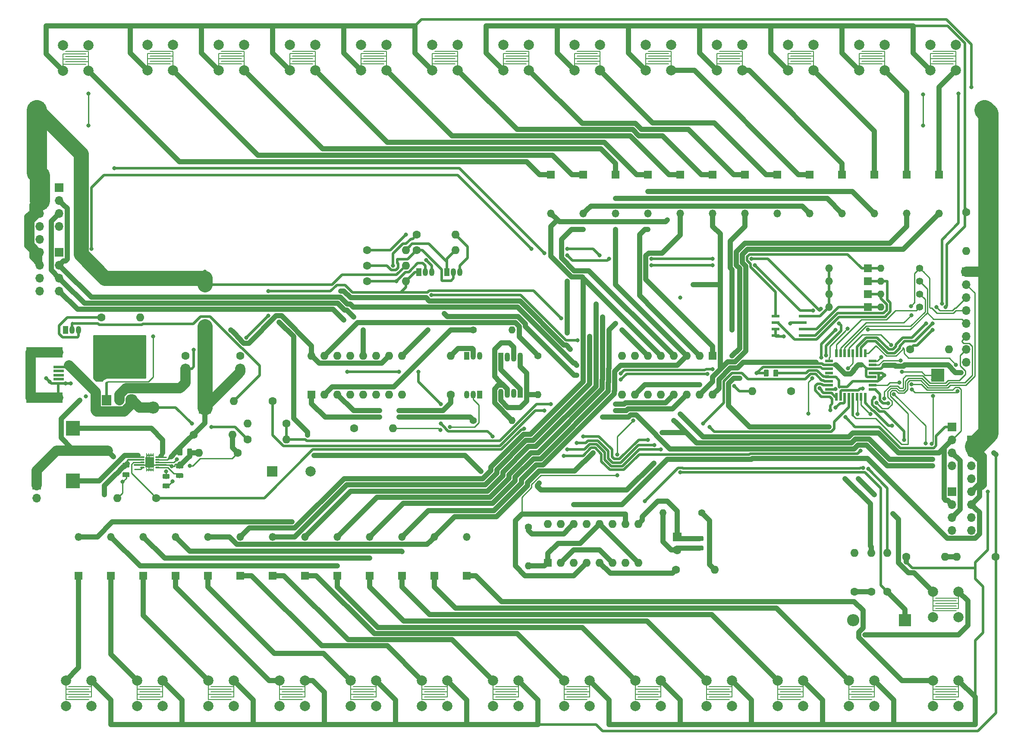
<source format=gbr>
G04 #@! TF.GenerationSoftware,KiCad,Pcbnew,5.0.2+dfsg1-1*
G04 #@! TF.CreationDate,2020-11-23T14:32:56-07:00*
G04 #@! TF.ProjectId,BattleshipMain,42617474-6c65-4736-9869-704d61696e2e,rev?*
G04 #@! TF.SameCoordinates,Original*
G04 #@! TF.FileFunction,Copper,L1,Top*
G04 #@! TF.FilePolarity,Positive*
%FSLAX46Y46*%
G04 Gerber Fmt 4.6, Leading zero omitted, Abs format (unit mm)*
G04 Created by KiCad (PCBNEW 5.0.2+dfsg1-1) date Mon 23 Nov 2020 02:32:56 PM MST*
%MOMM*%
%LPD*%
G01*
G04 APERTURE LIST*
G04 #@! TA.AperFunction,EtchedComponent*
%ADD10C,0.200000*%
G04 #@! TD*
G04 #@! TA.AperFunction,SMDPad,CuDef*
%ADD11R,1.600000X0.550000*%
G04 #@! TD*
G04 #@! TA.AperFunction,SMDPad,CuDef*
%ADD12R,0.550000X1.600000*%
G04 #@! TD*
G04 #@! TA.AperFunction,ComponentPad*
%ADD13R,2.000000X2.000000*%
G04 #@! TD*
G04 #@! TA.AperFunction,ComponentPad*
%ADD14C,2.000000*%
G04 #@! TD*
G04 #@! TA.AperFunction,ComponentPad*
%ADD15R,2.400000X2.400000*%
G04 #@! TD*
G04 #@! TA.AperFunction,ComponentPad*
%ADD16O,2.400000X2.400000*%
G04 #@! TD*
G04 #@! TA.AperFunction,ComponentPad*
%ADD17O,1.600000X1.600000*%
G04 #@! TD*
G04 #@! TA.AperFunction,ComponentPad*
%ADD18C,1.600000*%
G04 #@! TD*
G04 #@! TA.AperFunction,ComponentPad*
%ADD19R,1.500000X1.500000*%
G04 #@! TD*
G04 #@! TA.AperFunction,ComponentPad*
%ADD20O,1.500000X1.500000*%
G04 #@! TD*
G04 #@! TA.AperFunction,ComponentPad*
%ADD21O,1.700000X1.700000*%
G04 #@! TD*
G04 #@! TA.AperFunction,ComponentPad*
%ADD22R,1.700000X1.700000*%
G04 #@! TD*
G04 #@! TA.AperFunction,ComponentPad*
%ADD23O,1.070000X1.800000*%
G04 #@! TD*
G04 #@! TA.AperFunction,ComponentPad*
%ADD24R,1.070000X1.800000*%
G04 #@! TD*
G04 #@! TA.AperFunction,ComponentPad*
%ADD25R,1.905000X2.000000*%
G04 #@! TD*
G04 #@! TA.AperFunction,ComponentPad*
%ADD26O,1.905000X2.000000*%
G04 #@! TD*
G04 #@! TA.AperFunction,ComponentPad*
%ADD27O,1.050000X1.500000*%
G04 #@! TD*
G04 #@! TA.AperFunction,ComponentPad*
%ADD28R,1.050000X1.500000*%
G04 #@! TD*
G04 #@! TA.AperFunction,ComponentPad*
%ADD29O,1.400000X1.400000*%
G04 #@! TD*
G04 #@! TA.AperFunction,ComponentPad*
%ADD30C,1.400000*%
G04 #@! TD*
G04 #@! TA.AperFunction,ComponentPad*
%ADD31R,1.600000X1.600000*%
G04 #@! TD*
G04 #@! TA.AperFunction,Conductor*
%ADD32C,0.100000*%
G04 #@! TD*
G04 #@! TA.AperFunction,SMDPad,CuDef*
%ADD33C,0.975000*%
G04 #@! TD*
G04 #@! TA.AperFunction,SMDPad,CuDef*
%ADD34R,2.000000X0.500000*%
G04 #@! TD*
G04 #@! TA.AperFunction,SMDPad,CuDef*
%ADD35R,1.700000X2.000000*%
G04 #@! TD*
G04 #@! TA.AperFunction,SMDPad,CuDef*
%ADD36R,1.550000X0.600000*%
G04 #@! TD*
G04 #@! TA.AperFunction,SMDPad,CuDef*
%ADD37R,0.250000X0.700000*%
G04 #@! TD*
G04 #@! TA.AperFunction,SMDPad,CuDef*
%ADD38O,0.850000X0.280000*%
G04 #@! TD*
G04 #@! TA.AperFunction,SMDPad,CuDef*
%ADD39R,0.280000X0.280000*%
G04 #@! TD*
G04 #@! TA.AperFunction,ComponentPad*
%ADD40C,0.600000*%
G04 #@! TD*
G04 #@! TA.AperFunction,SMDPad,CuDef*
%ADD41R,1.700000X2.150000*%
G04 #@! TD*
G04 #@! TA.AperFunction,SMDPad,CuDef*
%ADD42R,0.650000X0.900000*%
G04 #@! TD*
G04 #@! TA.AperFunction,SMDPad,CuDef*
%ADD43R,0.230000X0.600000*%
G04 #@! TD*
G04 #@! TA.AperFunction,SMDPad,CuDef*
%ADD44R,2.800000X3.000000*%
G04 #@! TD*
G04 #@! TA.AperFunction,SMDPad,CuDef*
%ADD45R,2.500000X2.500000*%
G04 #@! TD*
G04 #@! TA.AperFunction,ViaPad*
%ADD46C,0.800000*%
G04 #@! TD*
G04 #@! TA.AperFunction,Conductor*
%ADD47C,1.000000*%
G04 #@! TD*
G04 #@! TA.AperFunction,Conductor*
%ADD48C,0.250000*%
G04 #@! TD*
G04 #@! TA.AperFunction,Conductor*
%ADD49C,0.500000*%
G04 #@! TD*
G04 #@! TA.AperFunction,Conductor*
%ADD50C,4.000000*%
G04 #@! TD*
G04 #@! TA.AperFunction,Conductor*
%ADD51C,2.000000*%
G04 #@! TD*
G04 #@! TA.AperFunction,Conductor*
%ADD52C,0.300000*%
G04 #@! TD*
G04 #@! TA.AperFunction,Conductor*
%ADD53C,3.000000*%
G04 #@! TD*
G04 #@! TA.AperFunction,Conductor*
%ADD54C,0.254000*%
G04 #@! TD*
G04 APERTURE END LIST*
D10*
G04 #@! TO.C,SW1*
X28001306Y-154674940D02*
X28001306Y-157674940D01*
X28001306Y-157674940D02*
X32501306Y-157674940D01*
X33001306Y-154674940D02*
X33001306Y-157174940D01*
X33001306Y-157174940D02*
X28501306Y-157174940D01*
X28001306Y-156674940D02*
X32501306Y-156674940D01*
X33001306Y-156174940D02*
X28501306Y-156174940D01*
X28001306Y-155674940D02*
X32501306Y-155674940D01*
X33001306Y-155174940D02*
X28501306Y-155174940D01*
G04 #@! TO.C,SW2*
X46971306Y-155174940D02*
X42471306Y-155174940D01*
X41971306Y-155674940D02*
X46471306Y-155674940D01*
X46971306Y-156174940D02*
X42471306Y-156174940D01*
X41971306Y-156674940D02*
X46471306Y-156674940D01*
X46971306Y-157174940D02*
X42471306Y-157174940D01*
X46971306Y-154674940D02*
X46971306Y-157174940D01*
X41971306Y-157674940D02*
X46471306Y-157674940D01*
X41971306Y-154674940D02*
X41971306Y-157674940D01*
G04 #@! TO.C,SW3*
X55941306Y-154674940D02*
X55941306Y-157674940D01*
X55941306Y-157674940D02*
X60441306Y-157674940D01*
X60941306Y-154674940D02*
X60941306Y-157174940D01*
X60941306Y-157174940D02*
X56441306Y-157174940D01*
X55941306Y-156674940D02*
X60441306Y-156674940D01*
X60941306Y-156174940D02*
X56441306Y-156174940D01*
X55941306Y-155674940D02*
X60441306Y-155674940D01*
X60941306Y-155174940D02*
X56441306Y-155174940D01*
G04 #@! TO.C,SW4*
X74911306Y-155174940D02*
X70411306Y-155174940D01*
X69911306Y-155674940D02*
X74411306Y-155674940D01*
X74911306Y-156174940D02*
X70411306Y-156174940D01*
X69911306Y-156674940D02*
X74411306Y-156674940D01*
X74911306Y-157174940D02*
X70411306Y-157174940D01*
X74911306Y-154674940D02*
X74911306Y-157174940D01*
X69911306Y-157674940D02*
X74411306Y-157674940D01*
X69911306Y-154674940D02*
X69911306Y-157674940D01*
G04 #@! TO.C,SW5*
X83881306Y-154674940D02*
X83881306Y-157674940D01*
X83881306Y-157674940D02*
X88381306Y-157674940D01*
X88881306Y-154674940D02*
X88881306Y-157174940D01*
X88881306Y-157174940D02*
X84381306Y-157174940D01*
X83881306Y-156674940D02*
X88381306Y-156674940D01*
X88881306Y-156174940D02*
X84381306Y-156174940D01*
X83881306Y-155674940D02*
X88381306Y-155674940D01*
X88881306Y-155174940D02*
X84381306Y-155174940D01*
G04 #@! TO.C,SW6*
X102851306Y-155174940D02*
X98351306Y-155174940D01*
X97851306Y-155674940D02*
X102351306Y-155674940D01*
X102851306Y-156174940D02*
X98351306Y-156174940D01*
X97851306Y-156674940D02*
X102351306Y-156674940D01*
X102851306Y-157174940D02*
X98351306Y-157174940D01*
X102851306Y-154674940D02*
X102851306Y-157174940D01*
X97851306Y-157674940D02*
X102351306Y-157674940D01*
X97851306Y-154674940D02*
X97851306Y-157674940D01*
G04 #@! TO.C,SW7*
X111821306Y-154674940D02*
X111821306Y-157674940D01*
X111821306Y-157674940D02*
X116321306Y-157674940D01*
X116821306Y-154674940D02*
X116821306Y-157174940D01*
X116821306Y-157174940D02*
X112321306Y-157174940D01*
X111821306Y-156674940D02*
X116321306Y-156674940D01*
X116821306Y-156174940D02*
X112321306Y-156174940D01*
X111821306Y-155674940D02*
X116321306Y-155674940D01*
X116821306Y-155174940D02*
X112321306Y-155174940D01*
G04 #@! TO.C,SW8*
X130791306Y-155174940D02*
X126291306Y-155174940D01*
X125791306Y-155674940D02*
X130291306Y-155674940D01*
X130791306Y-156174940D02*
X126291306Y-156174940D01*
X125791306Y-156674940D02*
X130291306Y-156674940D01*
X130791306Y-157174940D02*
X126291306Y-157174940D01*
X130791306Y-154674940D02*
X130791306Y-157174940D01*
X125791306Y-157674940D02*
X130291306Y-157674940D01*
X125791306Y-154674940D02*
X125791306Y-157674940D01*
G04 #@! TO.C,SW9*
X139761306Y-154674940D02*
X139761306Y-157674940D01*
X139761306Y-157674940D02*
X144261306Y-157674940D01*
X144761306Y-154674940D02*
X144761306Y-157174940D01*
X144761306Y-157174940D02*
X140261306Y-157174940D01*
X139761306Y-156674940D02*
X144261306Y-156674940D01*
X144761306Y-156174940D02*
X140261306Y-156174940D01*
X139761306Y-155674940D02*
X144261306Y-155674940D01*
X144761306Y-155174940D02*
X140261306Y-155174940D01*
G04 #@! TO.C,SW10*
X158731306Y-155174940D02*
X154231306Y-155174940D01*
X153731306Y-155674940D02*
X158231306Y-155674940D01*
X158731306Y-156174940D02*
X154231306Y-156174940D01*
X153731306Y-156674940D02*
X158231306Y-156674940D01*
X158731306Y-157174940D02*
X154231306Y-157174940D01*
X158731306Y-154674940D02*
X158731306Y-157174940D01*
X153731306Y-157674940D02*
X158231306Y-157674940D01*
X153731306Y-154674940D02*
X153731306Y-157674940D01*
G04 #@! TO.C,SW11*
X167701306Y-154674940D02*
X167701306Y-157674940D01*
X167701306Y-157674940D02*
X172201306Y-157674940D01*
X172701306Y-154674940D02*
X172701306Y-157174940D01*
X172701306Y-157174940D02*
X168201306Y-157174940D01*
X167701306Y-156674940D02*
X172201306Y-156674940D01*
X172701306Y-156174940D02*
X168201306Y-156174940D01*
X167701306Y-155674940D02*
X172201306Y-155674940D01*
X172701306Y-155174940D02*
X168201306Y-155174940D01*
G04 #@! TO.C,SW12*
X186671306Y-155174940D02*
X182171306Y-155174940D01*
X181671306Y-155674940D02*
X186171306Y-155674940D01*
X186671306Y-156174940D02*
X182171306Y-156174940D01*
X181671306Y-156674940D02*
X186171306Y-156674940D01*
X186671306Y-157174940D02*
X182171306Y-157174940D01*
X186671306Y-154674940D02*
X186671306Y-157174940D01*
X181671306Y-157674940D02*
X186171306Y-157674940D01*
X181671306Y-154674940D02*
X181671306Y-157674940D01*
G04 #@! TO.C,SW13*
X198181306Y-154674940D02*
X198181306Y-157674940D01*
X198181306Y-157674940D02*
X202681306Y-157674940D01*
X203181306Y-154674940D02*
X203181306Y-157174940D01*
X203181306Y-157174940D02*
X198681306Y-157174940D01*
X198181306Y-156674940D02*
X202681306Y-156674940D01*
X203181306Y-156174940D02*
X198681306Y-156174940D01*
X198181306Y-155674940D02*
X202681306Y-155674940D01*
X203181306Y-155174940D02*
X198681306Y-155174940D01*
G04 #@! TO.C,SW14*
X202676781Y-33387184D02*
X202676781Y-30387184D01*
X202676781Y-30387184D02*
X198176781Y-30387184D01*
X197676781Y-33387184D02*
X197676781Y-30887184D01*
X197676781Y-30887184D02*
X202176781Y-30887184D01*
X202676781Y-31387184D02*
X198176781Y-31387184D01*
X197676781Y-31887184D02*
X202176781Y-31887184D01*
X202676781Y-32387184D02*
X198176781Y-32387184D01*
X197676781Y-32887184D02*
X202176781Y-32887184D01*
G04 #@! TO.C,SW15*
X183706781Y-32887184D02*
X188206781Y-32887184D01*
X188706781Y-32387184D02*
X184206781Y-32387184D01*
X183706781Y-31887184D02*
X188206781Y-31887184D01*
X188706781Y-31387184D02*
X184206781Y-31387184D01*
X183706781Y-30887184D02*
X188206781Y-30887184D01*
X183706781Y-33387184D02*
X183706781Y-30887184D01*
X188706781Y-30387184D02*
X184206781Y-30387184D01*
X188706781Y-33387184D02*
X188706781Y-30387184D01*
G04 #@! TO.C,SW16*
X174736781Y-33387184D02*
X174736781Y-30387184D01*
X174736781Y-30387184D02*
X170236781Y-30387184D01*
X169736781Y-33387184D02*
X169736781Y-30887184D01*
X169736781Y-30887184D02*
X174236781Y-30887184D01*
X174736781Y-31387184D02*
X170236781Y-31387184D01*
X169736781Y-31887184D02*
X174236781Y-31887184D01*
X174736781Y-32387184D02*
X170236781Y-32387184D01*
X169736781Y-32887184D02*
X174236781Y-32887184D01*
G04 #@! TO.C,SW17*
X155766781Y-32887184D02*
X160266781Y-32887184D01*
X160766781Y-32387184D02*
X156266781Y-32387184D01*
X155766781Y-31887184D02*
X160266781Y-31887184D01*
X160766781Y-31387184D02*
X156266781Y-31387184D01*
X155766781Y-30887184D02*
X160266781Y-30887184D01*
X155766781Y-33387184D02*
X155766781Y-30887184D01*
X160766781Y-30387184D02*
X156266781Y-30387184D01*
X160766781Y-33387184D02*
X160766781Y-30387184D01*
G04 #@! TO.C,SW18*
X146796781Y-33387184D02*
X146796781Y-30387184D01*
X146796781Y-30387184D02*
X142296781Y-30387184D01*
X141796781Y-33387184D02*
X141796781Y-30887184D01*
X141796781Y-30887184D02*
X146296781Y-30887184D01*
X146796781Y-31387184D02*
X142296781Y-31387184D01*
X141796781Y-31887184D02*
X146296781Y-31887184D01*
X146796781Y-32387184D02*
X142296781Y-32387184D01*
X141796781Y-32887184D02*
X146296781Y-32887184D01*
G04 #@! TO.C,SW19*
X127826781Y-32887184D02*
X132326781Y-32887184D01*
X132826781Y-32387184D02*
X128326781Y-32387184D01*
X127826781Y-31887184D02*
X132326781Y-31887184D01*
X132826781Y-31387184D02*
X128326781Y-31387184D01*
X127826781Y-30887184D02*
X132326781Y-30887184D01*
X127826781Y-33387184D02*
X127826781Y-30887184D01*
X132826781Y-30387184D02*
X128326781Y-30387184D01*
X132826781Y-33387184D02*
X132826781Y-30387184D01*
G04 #@! TO.C,SW20*
X118856781Y-33387184D02*
X118856781Y-30387184D01*
X118856781Y-30387184D02*
X114356781Y-30387184D01*
X113856781Y-33387184D02*
X113856781Y-30887184D01*
X113856781Y-30887184D02*
X118356781Y-30887184D01*
X118856781Y-31387184D02*
X114356781Y-31387184D01*
X113856781Y-31887184D02*
X118356781Y-31887184D01*
X118856781Y-32387184D02*
X114356781Y-32387184D01*
X113856781Y-32887184D02*
X118356781Y-32887184D01*
G04 #@! TO.C,SW21*
X99886781Y-32887184D02*
X104386781Y-32887184D01*
X104886781Y-32387184D02*
X100386781Y-32387184D01*
X99886781Y-31887184D02*
X104386781Y-31887184D01*
X104886781Y-31387184D02*
X100386781Y-31387184D01*
X99886781Y-30887184D02*
X104386781Y-30887184D01*
X99886781Y-33387184D02*
X99886781Y-30887184D01*
X104886781Y-30387184D02*
X100386781Y-30387184D01*
X104886781Y-33387184D02*
X104886781Y-30387184D01*
G04 #@! TO.C,SW22*
X90916781Y-33387184D02*
X90916781Y-30387184D01*
X90916781Y-30387184D02*
X86416781Y-30387184D01*
X85916781Y-33387184D02*
X85916781Y-30887184D01*
X85916781Y-30887184D02*
X90416781Y-30887184D01*
X90916781Y-31387184D02*
X86416781Y-31387184D01*
X85916781Y-31887184D02*
X90416781Y-31887184D01*
X90916781Y-32387184D02*
X86416781Y-32387184D01*
X85916781Y-32887184D02*
X90416781Y-32887184D01*
G04 #@! TO.C,SW23*
X71946781Y-32887184D02*
X76446781Y-32887184D01*
X76946781Y-32387184D02*
X72446781Y-32387184D01*
X71946781Y-31887184D02*
X76446781Y-31887184D01*
X76946781Y-31387184D02*
X72446781Y-31387184D01*
X71946781Y-30887184D02*
X76446781Y-30887184D01*
X71946781Y-33387184D02*
X71946781Y-30887184D01*
X76946781Y-30387184D02*
X72446781Y-30387184D01*
X76946781Y-33387184D02*
X76946781Y-30387184D01*
G04 #@! TO.C,SW24*
X62976781Y-33387184D02*
X62976781Y-30387184D01*
X62976781Y-30387184D02*
X58476781Y-30387184D01*
X57976781Y-33387184D02*
X57976781Y-30887184D01*
X57976781Y-30887184D02*
X62476781Y-30887184D01*
X62976781Y-31387184D02*
X58476781Y-31387184D01*
X57976781Y-31887184D02*
X62476781Y-31887184D01*
X62976781Y-32387184D02*
X58476781Y-32387184D01*
X57976781Y-32887184D02*
X62476781Y-32887184D01*
G04 #@! TO.C,SW25*
X44006781Y-32887184D02*
X48506781Y-32887184D01*
X49006781Y-32387184D02*
X44506781Y-32387184D01*
X44006781Y-31887184D02*
X48506781Y-31887184D01*
X49006781Y-31387184D02*
X44506781Y-31387184D01*
X44006781Y-30887184D02*
X48506781Y-30887184D01*
X44006781Y-33387184D02*
X44006781Y-30887184D01*
X49006781Y-30387184D02*
X44506781Y-30387184D01*
X49006781Y-33387184D02*
X49006781Y-30387184D01*
G04 #@! TO.C,SW26*
X32385000Y-33460000D02*
X32385000Y-30460000D01*
X32385000Y-30460000D02*
X27885000Y-30460000D01*
X27385000Y-33460000D02*
X27385000Y-30960000D01*
X27385000Y-30960000D02*
X31885000Y-30960000D01*
X32385000Y-31460000D02*
X27885000Y-31460000D01*
X27385000Y-31960000D02*
X31885000Y-31960000D01*
X32385000Y-32460000D02*
X27885000Y-32460000D01*
X27385000Y-32960000D02*
X31885000Y-32960000D01*
G04 #@! TO.C,SW27*
X198200000Y-137275000D02*
X198200000Y-140275000D01*
X198200000Y-140275000D02*
X202700000Y-140275000D01*
X203200000Y-137275000D02*
X203200000Y-139775000D01*
X203200000Y-139775000D02*
X198700000Y-139775000D01*
X198200000Y-139275000D02*
X202700000Y-139275000D01*
X203200000Y-138775000D02*
X198700000Y-138775000D01*
X198200000Y-138275000D02*
X202700000Y-138275000D01*
X203200000Y-137775000D02*
X198700000Y-137775000D01*
G04 #@! TD*
D11*
G04 #@! TO.P,U1,1*
G04 #@! TO.N,/SPKR*
X186285500Y-96775500D03*
G04 #@! TO.P,U1,2*
G04 #@! TO.N,/BTNK1_1*
X186285500Y-95975500D03*
G04 #@! TO.P,U1,3*
G04 #@! TO.N,GND*
X186285500Y-95175500D03*
G04 #@! TO.P,U1,4*
G04 #@! TO.N,/5v*
X186285500Y-94375500D03*
G04 #@! TO.P,U1,5*
G04 #@! TO.N,GND*
X186285500Y-93575500D03*
G04 #@! TO.P,U1,6*
G04 #@! TO.N,/5v*
X186285500Y-92775500D03*
G04 #@! TO.P,U1,7*
G04 #@! TO.N,/SLT_LED*
X186285500Y-91975500D03*
G04 #@! TO.P,U1,8*
G04 #@! TO.N,/SCK_LED*
X186285500Y-91175500D03*
D12*
G04 #@! TO.P,U1,9*
G04 #@! TO.N,/BTNK1_2*
X184835500Y-89725500D03*
G04 #@! TO.P,U1,10*
G04 #@! TO.N,/BTNK2_1*
X184035500Y-89725500D03*
G04 #@! TO.P,U1,11*
G04 #@! TO.N,/BTNK2_2*
X183235500Y-89725500D03*
G04 #@! TO.P,U1,12*
G04 #@! TO.N,/ON*
X182435500Y-89725500D03*
G04 #@! TO.P,U1,13*
G04 #@! TO.N,/SEN_LED*
X181635500Y-89725500D03*
G04 #@! TO.P,U1,14*
G04 #@! TO.N,/CS*
X180835500Y-89725500D03*
G04 #@! TO.P,U1,15*
G04 #@! TO.N,/MOSI*
X180035500Y-89725500D03*
G04 #@! TO.P,U1,16*
G04 #@! TO.N,/MISO*
X179235500Y-89725500D03*
D11*
G04 #@! TO.P,U1,17*
G04 #@! TO.N,/SCK*
X177785500Y-91175500D03*
G04 #@! TO.P,U1,18*
G04 #@! TO.N,/5v*
X177785500Y-91975500D03*
G04 #@! TO.P,U1,19*
G04 #@! TO.N,Net-(C8-Pad1)*
X177785500Y-92775500D03*
G04 #@! TO.P,U1,20*
G04 #@! TO.N,N/C*
X177785500Y-93575500D03*
G04 #@! TO.P,U1,21*
G04 #@! TO.N,GND*
X177785500Y-94375500D03*
G04 #@! TO.P,U1,22*
G04 #@! TO.N,Net-(R10-Pad2)*
X177785500Y-95175500D03*
G04 #@! TO.P,U1,23*
G04 #@! TO.N,/SDA_INTERNAL*
X177785500Y-95975500D03*
G04 #@! TO.P,U1,24*
G04 #@! TO.N,/SDA1*
X177785500Y-96775500D03*
D12*
G04 #@! TO.P,U1,25*
G04 #@! TO.N,/SDA2*
X179235500Y-98225500D03*
G04 #@! TO.P,U1,26*
G04 #@! TO.N,/SDA3*
X180035500Y-98225500D03*
G04 #@! TO.P,U1,27*
G04 #@! TO.N,/SDA4*
X180835500Y-98225500D03*
G04 #@! TO.P,U1,28*
G04 #@! TO.N,/CHGEN*
X181635500Y-98225500D03*
G04 #@! TO.P,U1,29*
G04 #@! TO.N,/RESET*
X182435500Y-98225500D03*
G04 #@! TO.P,U1,30*
G04 #@! TO.N,/RX*
X183235500Y-98225500D03*
G04 #@! TO.P,U1,31*
G04 #@! TO.N,/TX*
X184035500Y-98225500D03*
G04 #@! TO.P,U1,32*
G04 #@! TO.N,/PWRCTL*
X184835500Y-98225500D03*
G04 #@! TD*
D13*
G04 #@! TO.P,C9,1*
G04 #@! TO.N,/5v*
X68478400Y-112903000D03*
D14*
G04 #@! TO.P,C9,2*
G04 #@! TO.N,GND*
X75978400Y-112903000D03*
G04 #@! TD*
D15*
G04 #@! TO.P,D34,1*
G04 #@! TO.N,Net-(D34-Pad1)*
X192684400Y-142062200D03*
D16*
G04 #@! TO.P,D34,2*
G04 #@! TO.N,Net-(D34-Pad2)*
X182524400Y-142062200D03*
G04 #@! TD*
D17*
G04 #@! TO.P,R30,2*
G04 #@! TO.N,/ON*
X186055000Y-128854200D03*
D18*
G04 #@! TO.P,R30,1*
G04 #@! TO.N,Net-(D34-Pad2)*
X186055000Y-136474200D03*
G04 #@! TD*
G04 #@! TO.P,R31,1*
G04 #@! TO.N,Net-(D34-Pad2)*
X182727600Y-136525000D03*
D17*
G04 #@! TO.P,R31,2*
G04 #@! TO.N,GND*
X182727600Y-128905000D03*
G04 #@! TD*
D19*
G04 #@! TO.P,D28,1*
G04 #@! TO.N,Net-(D28-Pad1)*
X129540000Y-54610000D03*
D20*
G04 #@! TO.P,D28,2*
G04 #@! TO.N,/BTNA5*
X129540000Y-62230000D03*
G04 #@! TD*
D21*
G04 #@! TO.P,J6,8*
G04 #@! TO.N,GND*
X205740000Y-124460000D03*
G04 #@! TO.P,J6,7*
X205740000Y-121920000D03*
G04 #@! TO.P,J6,6*
G04 #@! TO.N,/5v*
X205740000Y-119380000D03*
G04 #@! TO.P,J6,5*
X205740000Y-116840000D03*
G04 #@! TO.P,J6,4*
G04 #@! TO.N,GND*
X205740000Y-114300000D03*
G04 #@! TO.P,J6,3*
X205740000Y-111760000D03*
G04 #@! TO.P,J6,2*
G04 #@! TO.N,/5v*
X205740000Y-109220000D03*
D22*
G04 #@! TO.P,J6,1*
X205740000Y-106680000D03*
G04 #@! TD*
D14*
G04 #@! TO.P,SW1,1*
G04 #@! TO.N,Net-(D3-Pad1)*
X28001306Y-153924940D03*
G04 #@! TO.P,SW1,2*
G04 #@! TO.N,/BTNK1_1*
X33001306Y-153924940D03*
G04 #@! TO.P,SW1,4*
G04 #@! TO.N,N/C*
X33001306Y-158924940D03*
G04 #@! TO.P,SW1,3*
X28001306Y-158924940D03*
G04 #@! TD*
D23*
G04 #@! TO.P,D1,4*
G04 #@! TO.N,Net-(D1-Pad4)*
X117157500Y-90424000D03*
G04 #@! TO.P,D1,3*
G04 #@! TO.N,Net-(D1-Pad3)*
X115887500Y-90424000D03*
G04 #@! TO.P,D1,2*
G04 #@! TO.N,Net-(D1-Pad2)*
X114617500Y-90424000D03*
D24*
G04 #@! TO.P,D1,1*
G04 #@! TO.N,Net-(D1-Pad1)*
X113347500Y-90424000D03*
G04 #@! TD*
G04 #@! TO.P,D2,1*
G04 #@! TO.N,Net-(D1-Pad1)*
X117157500Y-97599500D03*
D23*
G04 #@! TO.P,D2,2*
G04 #@! TO.N,Net-(D2-Pad2)*
X115887500Y-97599500D03*
G04 #@! TO.P,D2,3*
G04 #@! TO.N,Net-(D1-Pad3)*
X114617500Y-97599500D03*
G04 #@! TO.P,D2,4*
G04 #@! TO.N,Net-(D1-Pad4)*
X113347500Y-97599500D03*
G04 #@! TD*
D21*
G04 #@! TO.P,J1,4*
G04 #@! TO.N,/SCK_LED*
X26670000Y-64770000D03*
G04 #@! TO.P,J1,3*
G04 #@! TO.N,/SLT_LED*
X26670000Y-62230000D03*
G04 #@! TO.P,J1,2*
G04 #@! TO.N,/SEN_LED*
X26670000Y-59690000D03*
D22*
G04 #@! TO.P,J1,1*
G04 #@! TO.N,/SDA1*
X26670000Y-57150000D03*
G04 #@! TD*
G04 #@! TO.P,J2,1*
G04 #@! TO.N,/SDA2*
X26670000Y-69850000D03*
D21*
G04 #@! TO.P,J2,2*
G04 #@! TO.N,/SEN_LED*
X26670000Y-72390000D03*
G04 #@! TO.P,J2,3*
G04 #@! TO.N,/SLT_LED*
X26670000Y-74930000D03*
G04 #@! TO.P,J2,4*
G04 #@! TO.N,/SCK_LED*
X26670000Y-77470000D03*
G04 #@! TD*
D22*
G04 #@! TO.P,J3,1*
G04 #@! TO.N,/5v*
X22860000Y-59690000D03*
D21*
G04 #@! TO.P,J3,2*
X22860000Y-62230000D03*
G04 #@! TO.P,J3,3*
G04 #@! TO.N,GND*
X22860000Y-64770000D03*
G04 #@! TO.P,J3,4*
X22860000Y-67310000D03*
G04 #@! TO.P,J3,5*
G04 #@! TO.N,/5v*
X22860000Y-69850000D03*
G04 #@! TO.P,J3,6*
X22860000Y-72390000D03*
G04 #@! TO.P,J3,7*
G04 #@! TO.N,GND*
X22860000Y-74930000D03*
G04 #@! TO.P,J3,8*
X22860000Y-77470000D03*
G04 #@! TD*
G04 #@! TO.P,J4,4*
G04 #@! TO.N,/SCK_LED*
X201930000Y-124460000D03*
G04 #@! TO.P,J4,3*
G04 #@! TO.N,/SLT_LED*
X201930000Y-121920000D03*
G04 #@! TO.P,J4,2*
G04 #@! TO.N,/SEN_LED*
X201930000Y-119380000D03*
D22*
G04 #@! TO.P,J4,1*
G04 #@! TO.N,/SDA3*
X201930000Y-116840000D03*
G04 #@! TD*
G04 #@! TO.P,J5,1*
G04 #@! TO.N,/SDA4*
X201930000Y-104140000D03*
D21*
G04 #@! TO.P,J5,2*
G04 #@! TO.N,/SEN_LED*
X201930000Y-106680000D03*
G04 #@! TO.P,J5,3*
G04 #@! TO.N,/SLT_LED*
X201930000Y-109220000D03*
G04 #@! TO.P,J5,4*
G04 #@! TO.N,/SCK_LED*
X201930000Y-111760000D03*
G04 #@! TD*
D25*
G04 #@! TO.P,Q1,1*
G04 #@! TO.N,Net-(Q1-Pad1)*
X35941000Y-98933000D03*
D26*
G04 #@! TO.P,Q1,2*
G04 #@! TO.N,/vBatt*
X38481000Y-98933000D03*
G04 #@! TO.P,Q1,3*
G04 #@! TO.N,/vUsb*
X41021000Y-98933000D03*
G04 #@! TD*
D27*
G04 #@! TO.P,Q2,2*
G04 #@! TO.N,Net-(Q2-Pad2)*
X29210000Y-85090000D03*
G04 #@! TO.P,Q2,3*
G04 #@! TO.N,Net-(Q2-Pad3)*
X30480000Y-85090000D03*
D28*
G04 #@! TO.P,Q2,1*
G04 #@! TO.N,GND*
X27940000Y-85090000D03*
G04 #@! TD*
G04 #@! TO.P,Q5,1*
G04 #@! TO.N,GND*
X106680000Y-90170000D03*
D27*
G04 #@! TO.P,Q5,3*
G04 #@! TO.N,Net-(D1-Pad2)*
X109220000Y-90170000D03*
G04 #@! TO.P,Q5,2*
G04 #@! TO.N,Net-(Q5-Pad2)*
X107950000Y-90170000D03*
G04 #@! TD*
G04 #@! TO.P,Q6,2*
G04 #@! TO.N,Net-(Q6-Pad2)*
X107950000Y-97790000D03*
G04 #@! TO.P,Q6,3*
G04 #@! TO.N,Net-(D2-Pad2)*
X106680000Y-97790000D03*
D28*
G04 #@! TO.P,Q6,1*
G04 #@! TO.N,GND*
X109220000Y-97790000D03*
G04 #@! TD*
D29*
G04 #@! TO.P,R1,2*
G04 #@! TO.N,Net-(D1-Pad4)*
X120650000Y-97790000D03*
D30*
G04 #@! TO.P,R1,1*
G04 #@! TO.N,Net-(R1-Pad1)*
X120650000Y-90170000D03*
G04 #@! TD*
G04 #@! TO.P,R2,1*
G04 #@! TO.N,Net-(R2-Pad1)*
X107950000Y-102870000D03*
D29*
G04 #@! TO.P,R2,2*
G04 #@! TO.N,Net-(D1-Pad3)*
X115570000Y-102870000D03*
G04 #@! TD*
D30*
G04 #@! TO.P,R3,1*
G04 #@! TO.N,Net-(R3-Pad1)*
X107950000Y-85090000D03*
D29*
G04 #@! TO.P,R3,2*
G04 #@! TO.N,Net-(D1-Pad1)*
X115570000Y-85090000D03*
G04 #@! TD*
D30*
G04 #@! TO.P,R15,1*
G04 #@! TO.N,/CS*
X195580000Y-78105000D03*
D29*
G04 #@! TO.P,R15,2*
G04 #@! TO.N,Net-(D32-Pad1)*
X187960000Y-78105000D03*
G04 #@! TD*
D17*
G04 #@! TO.P,U2,16*
G04 #@! TO.N,/5v*
X76200000Y-90170000D03*
G04 #@! TO.P,U2,8*
G04 #@! TO.N,GND*
X93980000Y-97790000D03*
G04 #@! TO.P,U2,15*
G04 #@! TO.N,Net-(R1-Pad1)*
X78740000Y-90170000D03*
G04 #@! TO.P,U2,7*
G04 #@! TO.N,N/C*
X91440000Y-97790000D03*
G04 #@! TO.P,U2,14*
G04 #@! TO.N,/SDA_INTERNAL*
X81280000Y-90170000D03*
G04 #@! TO.P,U2,6*
G04 #@! TO.N,N/C*
X88900000Y-97790000D03*
G04 #@! TO.P,U2,13*
G04 #@! TO.N,/SEN_LED*
X83820000Y-90170000D03*
G04 #@! TO.P,U2,5*
G04 #@! TO.N,N/C*
X86360000Y-97790000D03*
G04 #@! TO.P,U2,12*
G04 #@! TO.N,/SLT_LED*
X86360000Y-90170000D03*
G04 #@! TO.P,U2,4*
G04 #@! TO.N,Net-(R5-Pad1)*
X83820000Y-97790000D03*
G04 #@! TO.P,U2,11*
G04 #@! TO.N,/SCK_LED*
X88900000Y-90170000D03*
G04 #@! TO.P,U2,3*
G04 #@! TO.N,Net-(R4-Pad1)*
X81280000Y-97790000D03*
G04 #@! TO.P,U2,10*
G04 #@! TO.N,/5v*
X91440000Y-90170000D03*
G04 #@! TO.P,U2,2*
G04 #@! TO.N,Net-(R3-Pad1)*
X78740000Y-97790000D03*
G04 #@! TO.P,U2,9*
G04 #@! TO.N,Net-(U2-Pad9)*
X93980000Y-90170000D03*
D31*
G04 #@! TO.P,U2,1*
G04 #@! TO.N,Net-(R2-Pad1)*
X76200000Y-97790000D03*
G04 #@! TD*
G04 #@! TO.P,U3,1*
G04 #@! TO.N,/BTNA2*
X154940000Y-90170000D03*
D17*
G04 #@! TO.P,U3,9*
G04 #@! TO.N,N/C*
X137160000Y-97790000D03*
G04 #@! TO.P,U3,2*
G04 #@! TO.N,/BTNA3*
X152400000Y-90170000D03*
G04 #@! TO.P,U3,10*
G04 #@! TO.N,/5v*
X139700000Y-97790000D03*
G04 #@! TO.P,U3,3*
G04 #@! TO.N,/BTNA4*
X149860000Y-90170000D03*
G04 #@! TO.P,U3,11*
G04 #@! TO.N,/SCK_LED*
X142240000Y-97790000D03*
G04 #@! TO.P,U3,4*
G04 #@! TO.N,/BTNA5*
X147320000Y-90170000D03*
G04 #@! TO.P,U3,12*
G04 #@! TO.N,/SLT_LED*
X144780000Y-97790000D03*
G04 #@! TO.P,U3,5*
G04 #@! TO.N,/BTNA6*
X144780000Y-90170000D03*
G04 #@! TO.P,U3,13*
G04 #@! TO.N,/SEN_LED*
X147320000Y-97790000D03*
G04 #@! TO.P,U3,6*
G04 #@! TO.N,/BTNA7*
X142240000Y-90170000D03*
G04 #@! TO.P,U3,14*
G04 #@! TO.N,Net-(U2-Pad9)*
X149860000Y-97790000D03*
G04 #@! TO.P,U3,7*
G04 #@! TO.N,/SPEN*
X139700000Y-90170000D03*
G04 #@! TO.P,U3,15*
G04 #@! TO.N,/BTNA1*
X152400000Y-97790000D03*
G04 #@! TO.P,U3,8*
G04 #@! TO.N,GND*
X137160000Y-90170000D03*
G04 #@! TO.P,U3,16*
G04 #@! TO.N,/5v*
X154940000Y-97790000D03*
G04 #@! TD*
D14*
G04 #@! TO.P,SW2,3*
G04 #@! TO.N,N/C*
X41971306Y-158924940D03*
G04 #@! TO.P,SW2,4*
X46971306Y-158924940D03*
G04 #@! TO.P,SW2,2*
G04 #@! TO.N,/BTNK1_1*
X46971306Y-153924940D03*
G04 #@! TO.P,SW2,1*
G04 #@! TO.N,Net-(D4-Pad1)*
X41971306Y-153924940D03*
G04 #@! TD*
G04 #@! TO.P,SW3,1*
G04 #@! TO.N,Net-(D6-Pad1)*
X55941306Y-153924940D03*
G04 #@! TO.P,SW3,2*
G04 #@! TO.N,/BTNK1_1*
X60941306Y-153924940D03*
G04 #@! TO.P,SW3,4*
G04 #@! TO.N,N/C*
X60941306Y-158924940D03*
G04 #@! TO.P,SW3,3*
X55941306Y-158924940D03*
G04 #@! TD*
G04 #@! TO.P,SW4,3*
G04 #@! TO.N,N/C*
X69911306Y-158924940D03*
G04 #@! TO.P,SW4,4*
X74911306Y-158924940D03*
G04 #@! TO.P,SW4,2*
G04 #@! TO.N,/BTNK1_1*
X74911306Y-153924940D03*
G04 #@! TO.P,SW4,1*
G04 #@! TO.N,Net-(D7-Pad1)*
X69911306Y-153924940D03*
G04 #@! TD*
G04 #@! TO.P,SW5,1*
G04 #@! TO.N,Net-(D8-Pad1)*
X83881306Y-153924940D03*
G04 #@! TO.P,SW5,2*
G04 #@! TO.N,/BTNK1_1*
X88881306Y-153924940D03*
G04 #@! TO.P,SW5,4*
G04 #@! TO.N,N/C*
X88881306Y-158924940D03*
G04 #@! TO.P,SW5,3*
X83881306Y-158924940D03*
G04 #@! TD*
G04 #@! TO.P,SW6,3*
G04 #@! TO.N,N/C*
X97851306Y-158924940D03*
G04 #@! TO.P,SW6,4*
X102851306Y-158924940D03*
G04 #@! TO.P,SW6,2*
G04 #@! TO.N,/BTNK1_1*
X102851306Y-153924940D03*
G04 #@! TO.P,SW6,1*
G04 #@! TO.N,Net-(D9-Pad1)*
X97851306Y-153924940D03*
G04 #@! TD*
G04 #@! TO.P,SW7,1*
G04 #@! TO.N,Net-(D10-Pad1)*
X111821306Y-153924940D03*
G04 #@! TO.P,SW7,2*
G04 #@! TO.N,/BTNK1_1*
X116821306Y-153924940D03*
G04 #@! TO.P,SW7,4*
G04 #@! TO.N,N/C*
X116821306Y-158924940D03*
G04 #@! TO.P,SW7,3*
X111821306Y-158924940D03*
G04 #@! TD*
G04 #@! TO.P,SW8,3*
G04 #@! TO.N,N/C*
X125791306Y-158924940D03*
G04 #@! TO.P,SW8,4*
X130791306Y-158924940D03*
G04 #@! TO.P,SW8,2*
G04 #@! TO.N,/BTNK1_2*
X130791306Y-153924940D03*
G04 #@! TO.P,SW8,1*
G04 #@! TO.N,Net-(D11-Pad1)*
X125791306Y-153924940D03*
G04 #@! TD*
G04 #@! TO.P,SW9,1*
G04 #@! TO.N,Net-(D12-Pad1)*
X139761306Y-153924940D03*
G04 #@! TO.P,SW9,2*
G04 #@! TO.N,/BTNK1_2*
X144761306Y-153924940D03*
G04 #@! TO.P,SW9,4*
G04 #@! TO.N,N/C*
X144761306Y-158924940D03*
G04 #@! TO.P,SW9,3*
X139761306Y-158924940D03*
G04 #@! TD*
G04 #@! TO.P,SW10,3*
G04 #@! TO.N,N/C*
X153731306Y-158924940D03*
G04 #@! TO.P,SW10,4*
X158731306Y-158924940D03*
G04 #@! TO.P,SW10,2*
G04 #@! TO.N,/BTNK1_2*
X158731306Y-153924940D03*
G04 #@! TO.P,SW10,1*
G04 #@! TO.N,Net-(D13-Pad1)*
X153731306Y-153924940D03*
G04 #@! TD*
G04 #@! TO.P,SW11,1*
G04 #@! TO.N,Net-(D14-Pad1)*
X167701306Y-153924940D03*
G04 #@! TO.P,SW11,2*
G04 #@! TO.N,/BTNK1_2*
X172701306Y-153924940D03*
G04 #@! TO.P,SW11,4*
G04 #@! TO.N,N/C*
X172701306Y-158924940D03*
G04 #@! TO.P,SW11,3*
X167701306Y-158924940D03*
G04 #@! TD*
G04 #@! TO.P,SW12,3*
G04 #@! TO.N,N/C*
X181671306Y-158924940D03*
G04 #@! TO.P,SW12,4*
X186671306Y-158924940D03*
G04 #@! TO.P,SW12,2*
G04 #@! TO.N,/BTNK1_2*
X186671306Y-153924940D03*
G04 #@! TO.P,SW12,1*
G04 #@! TO.N,Net-(D15-Pad1)*
X181671306Y-153924940D03*
G04 #@! TD*
G04 #@! TO.P,SW13,1*
G04 #@! TO.N,Net-(D16-Pad1)*
X198181306Y-153924940D03*
G04 #@! TO.P,SW13,2*
G04 #@! TO.N,/BTNK1_2*
X203181306Y-153924940D03*
G04 #@! TO.P,SW13,4*
G04 #@! TO.N,N/C*
X203181306Y-158924940D03*
G04 #@! TO.P,SW13,3*
X198181306Y-158924940D03*
G04 #@! TD*
G04 #@! TO.P,SW14,1*
G04 #@! TO.N,Net-(D17-Pad1)*
X202676781Y-34137184D03*
G04 #@! TO.P,SW14,2*
G04 #@! TO.N,/BTNK2_1*
X197676781Y-34137184D03*
G04 #@! TO.P,SW14,4*
G04 #@! TO.N,N/C*
X197676781Y-29137184D03*
G04 #@! TO.P,SW14,3*
X202676781Y-29137184D03*
G04 #@! TD*
G04 #@! TO.P,SW15,3*
G04 #@! TO.N,N/C*
X188706781Y-29137184D03*
G04 #@! TO.P,SW15,4*
X183706781Y-29137184D03*
G04 #@! TO.P,SW15,2*
G04 #@! TO.N,/BTNK2_1*
X183706781Y-34137184D03*
G04 #@! TO.P,SW15,1*
G04 #@! TO.N,Net-(D18-Pad1)*
X188706781Y-34137184D03*
G04 #@! TD*
G04 #@! TO.P,SW16,1*
G04 #@! TO.N,Net-(D19-Pad1)*
X174736781Y-34137184D03*
G04 #@! TO.P,SW16,2*
G04 #@! TO.N,/BTNK2_1*
X169736781Y-34137184D03*
G04 #@! TO.P,SW16,4*
G04 #@! TO.N,N/C*
X169736781Y-29137184D03*
G04 #@! TO.P,SW16,3*
X174736781Y-29137184D03*
G04 #@! TD*
G04 #@! TO.P,SW17,3*
G04 #@! TO.N,N/C*
X160766781Y-29137184D03*
G04 #@! TO.P,SW17,4*
X155766781Y-29137184D03*
G04 #@! TO.P,SW17,2*
G04 #@! TO.N,/BTNK2_1*
X155766781Y-34137184D03*
G04 #@! TO.P,SW17,1*
G04 #@! TO.N,Net-(D20-Pad1)*
X160766781Y-34137184D03*
G04 #@! TD*
G04 #@! TO.P,SW18,1*
G04 #@! TO.N,Net-(D21-Pad1)*
X146796781Y-34137184D03*
G04 #@! TO.P,SW18,2*
G04 #@! TO.N,/BTNK2_1*
X141796781Y-34137184D03*
G04 #@! TO.P,SW18,4*
G04 #@! TO.N,N/C*
X141796781Y-29137184D03*
G04 #@! TO.P,SW18,3*
X146796781Y-29137184D03*
G04 #@! TD*
G04 #@! TO.P,SW19,3*
G04 #@! TO.N,N/C*
X132826781Y-29137184D03*
G04 #@! TO.P,SW19,4*
X127826781Y-29137184D03*
G04 #@! TO.P,SW19,2*
G04 #@! TO.N,/BTNK2_1*
X127826781Y-34137184D03*
G04 #@! TO.P,SW19,1*
G04 #@! TO.N,Net-(D22-Pad1)*
X132826781Y-34137184D03*
G04 #@! TD*
G04 #@! TO.P,SW20,1*
G04 #@! TO.N,Net-(D23-Pad1)*
X118856781Y-34137184D03*
G04 #@! TO.P,SW20,2*
G04 #@! TO.N,/BTNK2_1*
X113856781Y-34137184D03*
G04 #@! TO.P,SW20,4*
G04 #@! TO.N,N/C*
X113856781Y-29137184D03*
G04 #@! TO.P,SW20,3*
X118856781Y-29137184D03*
G04 #@! TD*
G04 #@! TO.P,SW21,3*
G04 #@! TO.N,N/C*
X104886781Y-29137184D03*
G04 #@! TO.P,SW21,4*
X99886781Y-29137184D03*
G04 #@! TO.P,SW21,2*
G04 #@! TO.N,/BTNK2_2*
X99886781Y-34137184D03*
G04 #@! TO.P,SW21,1*
G04 #@! TO.N,Net-(D24-Pad1)*
X104886781Y-34137184D03*
G04 #@! TD*
G04 #@! TO.P,SW22,1*
G04 #@! TO.N,Net-(D25-Pad1)*
X90916781Y-34137184D03*
G04 #@! TO.P,SW22,2*
G04 #@! TO.N,/BTNK2_2*
X85916781Y-34137184D03*
G04 #@! TO.P,SW22,4*
G04 #@! TO.N,N/C*
X85916781Y-29137184D03*
G04 #@! TO.P,SW22,3*
X90916781Y-29137184D03*
G04 #@! TD*
G04 #@! TO.P,SW23,3*
G04 #@! TO.N,N/C*
X76946781Y-29137184D03*
G04 #@! TO.P,SW23,4*
X71946781Y-29137184D03*
G04 #@! TO.P,SW23,2*
G04 #@! TO.N,/BTNK2_2*
X71946781Y-34137184D03*
G04 #@! TO.P,SW23,1*
G04 #@! TO.N,Net-(D26-Pad1)*
X76946781Y-34137184D03*
G04 #@! TD*
G04 #@! TO.P,SW24,1*
G04 #@! TO.N,Net-(D27-Pad1)*
X62976781Y-34137184D03*
G04 #@! TO.P,SW24,2*
G04 #@! TO.N,/BTNK2_2*
X57976781Y-34137184D03*
G04 #@! TO.P,SW24,4*
G04 #@! TO.N,N/C*
X57976781Y-29137184D03*
G04 #@! TO.P,SW24,3*
X62976781Y-29137184D03*
G04 #@! TD*
G04 #@! TO.P,SW25,3*
G04 #@! TO.N,N/C*
X49006781Y-29137184D03*
G04 #@! TO.P,SW25,4*
X44006781Y-29137184D03*
G04 #@! TO.P,SW25,2*
G04 #@! TO.N,/BTNK2_2*
X44006781Y-34137184D03*
G04 #@! TO.P,SW25,1*
G04 #@! TO.N,Net-(D28-Pad1)*
X49006781Y-34137184D03*
G04 #@! TD*
G04 #@! TO.P,SW26,1*
G04 #@! TO.N,Net-(D29-Pad1)*
X32385000Y-34210000D03*
G04 #@! TO.P,SW26,2*
G04 #@! TO.N,/BTNK2_2*
X27385000Y-34210000D03*
G04 #@! TO.P,SW26,4*
G04 #@! TO.N,N/C*
X27385000Y-29210000D03*
G04 #@! TO.P,SW26,3*
X32385000Y-29210000D03*
G04 #@! TD*
D22*
G04 #@! TO.P,J7,1*
G04 #@! TO.N,/vBatt*
X22225000Y-115570000D03*
D21*
G04 #@! TO.P,J7,2*
G04 #@! TO.N,GND*
X22225000Y-118110000D03*
G04 #@! TD*
D32*
G04 #@! TO.N,Net-(C2-Pad1)*
G04 #@! TO.C,C2*
G36*
X50772142Y-113227174D02*
X50795803Y-113230684D01*
X50819007Y-113236496D01*
X50841529Y-113244554D01*
X50863153Y-113254782D01*
X50883670Y-113267079D01*
X50902883Y-113281329D01*
X50920607Y-113297393D01*
X50936671Y-113315117D01*
X50950921Y-113334330D01*
X50963218Y-113354847D01*
X50973446Y-113376471D01*
X50981504Y-113398993D01*
X50987316Y-113422197D01*
X50990826Y-113445858D01*
X50992000Y-113469750D01*
X50992000Y-113957250D01*
X50990826Y-113981142D01*
X50987316Y-114004803D01*
X50981504Y-114028007D01*
X50973446Y-114050529D01*
X50963218Y-114072153D01*
X50950921Y-114092670D01*
X50936671Y-114111883D01*
X50920607Y-114129607D01*
X50902883Y-114145671D01*
X50883670Y-114159921D01*
X50863153Y-114172218D01*
X50841529Y-114182446D01*
X50819007Y-114190504D01*
X50795803Y-114196316D01*
X50772142Y-114199826D01*
X50748250Y-114201000D01*
X49835750Y-114201000D01*
X49811858Y-114199826D01*
X49788197Y-114196316D01*
X49764993Y-114190504D01*
X49742471Y-114182446D01*
X49720847Y-114172218D01*
X49700330Y-114159921D01*
X49681117Y-114145671D01*
X49663393Y-114129607D01*
X49647329Y-114111883D01*
X49633079Y-114092670D01*
X49620782Y-114072153D01*
X49610554Y-114050529D01*
X49602496Y-114028007D01*
X49596684Y-114004803D01*
X49593174Y-113981142D01*
X49592000Y-113957250D01*
X49592000Y-113469750D01*
X49593174Y-113445858D01*
X49596684Y-113422197D01*
X49602496Y-113398993D01*
X49610554Y-113376471D01*
X49620782Y-113354847D01*
X49633079Y-113334330D01*
X49647329Y-113315117D01*
X49663393Y-113297393D01*
X49681117Y-113281329D01*
X49700330Y-113267079D01*
X49720847Y-113254782D01*
X49742471Y-113244554D01*
X49764993Y-113236496D01*
X49788197Y-113230684D01*
X49811858Y-113227174D01*
X49835750Y-113226000D01*
X50748250Y-113226000D01*
X50772142Y-113227174D01*
X50772142Y-113227174D01*
G37*
D33*
G04 #@! TD*
G04 #@! TO.P,C2,1*
G04 #@! TO.N,Net-(C2-Pad1)*
X50292000Y-113713500D03*
D32*
G04 #@! TO.N,GND*
G04 #@! TO.C,C2*
G36*
X50772142Y-111352174D02*
X50795803Y-111355684D01*
X50819007Y-111361496D01*
X50841529Y-111369554D01*
X50863153Y-111379782D01*
X50883670Y-111392079D01*
X50902883Y-111406329D01*
X50920607Y-111422393D01*
X50936671Y-111440117D01*
X50950921Y-111459330D01*
X50963218Y-111479847D01*
X50973446Y-111501471D01*
X50981504Y-111523993D01*
X50987316Y-111547197D01*
X50990826Y-111570858D01*
X50992000Y-111594750D01*
X50992000Y-112082250D01*
X50990826Y-112106142D01*
X50987316Y-112129803D01*
X50981504Y-112153007D01*
X50973446Y-112175529D01*
X50963218Y-112197153D01*
X50950921Y-112217670D01*
X50936671Y-112236883D01*
X50920607Y-112254607D01*
X50902883Y-112270671D01*
X50883670Y-112284921D01*
X50863153Y-112297218D01*
X50841529Y-112307446D01*
X50819007Y-112315504D01*
X50795803Y-112321316D01*
X50772142Y-112324826D01*
X50748250Y-112326000D01*
X49835750Y-112326000D01*
X49811858Y-112324826D01*
X49788197Y-112321316D01*
X49764993Y-112315504D01*
X49742471Y-112307446D01*
X49720847Y-112297218D01*
X49700330Y-112284921D01*
X49681117Y-112270671D01*
X49663393Y-112254607D01*
X49647329Y-112236883D01*
X49633079Y-112217670D01*
X49620782Y-112197153D01*
X49610554Y-112175529D01*
X49602496Y-112153007D01*
X49596684Y-112129803D01*
X49593174Y-112106142D01*
X49592000Y-112082250D01*
X49592000Y-111594750D01*
X49593174Y-111570858D01*
X49596684Y-111547197D01*
X49602496Y-111523993D01*
X49610554Y-111501471D01*
X49620782Y-111479847D01*
X49633079Y-111459330D01*
X49647329Y-111440117D01*
X49663393Y-111422393D01*
X49681117Y-111406329D01*
X49700330Y-111392079D01*
X49720847Y-111379782D01*
X49742471Y-111369554D01*
X49764993Y-111361496D01*
X49788197Y-111355684D01*
X49811858Y-111352174D01*
X49835750Y-111351000D01*
X50748250Y-111351000D01*
X50772142Y-111352174D01*
X50772142Y-111352174D01*
G37*
D33*
G04 #@! TD*
G04 #@! TO.P,C2,2*
G04 #@! TO.N,GND*
X50292000Y-111838500D03*
D32*
G04 #@! TO.N,GND*
G04 #@! TO.C,C3*
G36*
X48105142Y-115259174D02*
X48128803Y-115262684D01*
X48152007Y-115268496D01*
X48174529Y-115276554D01*
X48196153Y-115286782D01*
X48216670Y-115299079D01*
X48235883Y-115313329D01*
X48253607Y-115329393D01*
X48269671Y-115347117D01*
X48283921Y-115366330D01*
X48296218Y-115386847D01*
X48306446Y-115408471D01*
X48314504Y-115430993D01*
X48320316Y-115454197D01*
X48323826Y-115477858D01*
X48325000Y-115501750D01*
X48325000Y-115989250D01*
X48323826Y-116013142D01*
X48320316Y-116036803D01*
X48314504Y-116060007D01*
X48306446Y-116082529D01*
X48296218Y-116104153D01*
X48283921Y-116124670D01*
X48269671Y-116143883D01*
X48253607Y-116161607D01*
X48235883Y-116177671D01*
X48216670Y-116191921D01*
X48196153Y-116204218D01*
X48174529Y-116214446D01*
X48152007Y-116222504D01*
X48128803Y-116228316D01*
X48105142Y-116231826D01*
X48081250Y-116233000D01*
X47168750Y-116233000D01*
X47144858Y-116231826D01*
X47121197Y-116228316D01*
X47097993Y-116222504D01*
X47075471Y-116214446D01*
X47053847Y-116204218D01*
X47033330Y-116191921D01*
X47014117Y-116177671D01*
X46996393Y-116161607D01*
X46980329Y-116143883D01*
X46966079Y-116124670D01*
X46953782Y-116104153D01*
X46943554Y-116082529D01*
X46935496Y-116060007D01*
X46929684Y-116036803D01*
X46926174Y-116013142D01*
X46925000Y-115989250D01*
X46925000Y-115501750D01*
X46926174Y-115477858D01*
X46929684Y-115454197D01*
X46935496Y-115430993D01*
X46943554Y-115408471D01*
X46953782Y-115386847D01*
X46966079Y-115366330D01*
X46980329Y-115347117D01*
X46996393Y-115329393D01*
X47014117Y-115313329D01*
X47033330Y-115299079D01*
X47053847Y-115286782D01*
X47075471Y-115276554D01*
X47097993Y-115268496D01*
X47121197Y-115262684D01*
X47144858Y-115259174D01*
X47168750Y-115258000D01*
X48081250Y-115258000D01*
X48105142Y-115259174D01*
X48105142Y-115259174D01*
G37*
D33*
G04 #@! TD*
G04 #@! TO.P,C3,2*
G04 #@! TO.N,GND*
X47625000Y-115745500D03*
D32*
G04 #@! TO.N,Net-(C3-Pad1)*
G04 #@! TO.C,C3*
G36*
X48105142Y-113384174D02*
X48128803Y-113387684D01*
X48152007Y-113393496D01*
X48174529Y-113401554D01*
X48196153Y-113411782D01*
X48216670Y-113424079D01*
X48235883Y-113438329D01*
X48253607Y-113454393D01*
X48269671Y-113472117D01*
X48283921Y-113491330D01*
X48296218Y-113511847D01*
X48306446Y-113533471D01*
X48314504Y-113555993D01*
X48320316Y-113579197D01*
X48323826Y-113602858D01*
X48325000Y-113626750D01*
X48325000Y-114114250D01*
X48323826Y-114138142D01*
X48320316Y-114161803D01*
X48314504Y-114185007D01*
X48306446Y-114207529D01*
X48296218Y-114229153D01*
X48283921Y-114249670D01*
X48269671Y-114268883D01*
X48253607Y-114286607D01*
X48235883Y-114302671D01*
X48216670Y-114316921D01*
X48196153Y-114329218D01*
X48174529Y-114339446D01*
X48152007Y-114347504D01*
X48128803Y-114353316D01*
X48105142Y-114356826D01*
X48081250Y-114358000D01*
X47168750Y-114358000D01*
X47144858Y-114356826D01*
X47121197Y-114353316D01*
X47097993Y-114347504D01*
X47075471Y-114339446D01*
X47053847Y-114329218D01*
X47033330Y-114316921D01*
X47014117Y-114302671D01*
X46996393Y-114286607D01*
X46980329Y-114268883D01*
X46966079Y-114249670D01*
X46953782Y-114229153D01*
X46943554Y-114207529D01*
X46935496Y-114185007D01*
X46929684Y-114161803D01*
X46926174Y-114138142D01*
X46925000Y-114114250D01*
X46925000Y-113626750D01*
X46926174Y-113602858D01*
X46929684Y-113579197D01*
X46935496Y-113555993D01*
X46943554Y-113533471D01*
X46953782Y-113511847D01*
X46966079Y-113491330D01*
X46980329Y-113472117D01*
X46996393Y-113454393D01*
X47014117Y-113438329D01*
X47033330Y-113424079D01*
X47053847Y-113411782D01*
X47075471Y-113401554D01*
X47097993Y-113393496D01*
X47121197Y-113387684D01*
X47144858Y-113384174D01*
X47168750Y-113383000D01*
X48081250Y-113383000D01*
X48105142Y-113384174D01*
X48105142Y-113384174D01*
G37*
D33*
G04 #@! TD*
G04 #@! TO.P,C3,1*
G04 #@! TO.N,Net-(C3-Pad1)*
X47625000Y-113870500D03*
D32*
G04 #@! TO.N,GND*
G04 #@! TO.C,C5*
G36*
X52513142Y-108394174D02*
X52536803Y-108397684D01*
X52560007Y-108403496D01*
X52582529Y-108411554D01*
X52604153Y-108421782D01*
X52624670Y-108434079D01*
X52643883Y-108448329D01*
X52661607Y-108464393D01*
X52677671Y-108482117D01*
X52691921Y-108501330D01*
X52704218Y-108521847D01*
X52714446Y-108543471D01*
X52722504Y-108565993D01*
X52728316Y-108589197D01*
X52731826Y-108612858D01*
X52733000Y-108636750D01*
X52733000Y-109549250D01*
X52731826Y-109573142D01*
X52728316Y-109596803D01*
X52722504Y-109620007D01*
X52714446Y-109642529D01*
X52704218Y-109664153D01*
X52691921Y-109684670D01*
X52677671Y-109703883D01*
X52661607Y-109721607D01*
X52643883Y-109737671D01*
X52624670Y-109751921D01*
X52604153Y-109764218D01*
X52582529Y-109774446D01*
X52560007Y-109782504D01*
X52536803Y-109788316D01*
X52513142Y-109791826D01*
X52489250Y-109793000D01*
X52001750Y-109793000D01*
X51977858Y-109791826D01*
X51954197Y-109788316D01*
X51930993Y-109782504D01*
X51908471Y-109774446D01*
X51886847Y-109764218D01*
X51866330Y-109751921D01*
X51847117Y-109737671D01*
X51829393Y-109721607D01*
X51813329Y-109703883D01*
X51799079Y-109684670D01*
X51786782Y-109664153D01*
X51776554Y-109642529D01*
X51768496Y-109620007D01*
X51762684Y-109596803D01*
X51759174Y-109573142D01*
X51758000Y-109549250D01*
X51758000Y-108636750D01*
X51759174Y-108612858D01*
X51762684Y-108589197D01*
X51768496Y-108565993D01*
X51776554Y-108543471D01*
X51786782Y-108521847D01*
X51799079Y-108501330D01*
X51813329Y-108482117D01*
X51829393Y-108464393D01*
X51847117Y-108448329D01*
X51866330Y-108434079D01*
X51886847Y-108421782D01*
X51908471Y-108411554D01*
X51930993Y-108403496D01*
X51954197Y-108397684D01*
X51977858Y-108394174D01*
X52001750Y-108393000D01*
X52489250Y-108393000D01*
X52513142Y-108394174D01*
X52513142Y-108394174D01*
G37*
D33*
G04 #@! TD*
G04 #@! TO.P,C5,2*
G04 #@! TO.N,GND*
X52245500Y-109093000D03*
D32*
G04 #@! TO.N,/5v*
G04 #@! TO.C,C5*
G36*
X50638142Y-108394174D02*
X50661803Y-108397684D01*
X50685007Y-108403496D01*
X50707529Y-108411554D01*
X50729153Y-108421782D01*
X50749670Y-108434079D01*
X50768883Y-108448329D01*
X50786607Y-108464393D01*
X50802671Y-108482117D01*
X50816921Y-108501330D01*
X50829218Y-108521847D01*
X50839446Y-108543471D01*
X50847504Y-108565993D01*
X50853316Y-108589197D01*
X50856826Y-108612858D01*
X50858000Y-108636750D01*
X50858000Y-109549250D01*
X50856826Y-109573142D01*
X50853316Y-109596803D01*
X50847504Y-109620007D01*
X50839446Y-109642529D01*
X50829218Y-109664153D01*
X50816921Y-109684670D01*
X50802671Y-109703883D01*
X50786607Y-109721607D01*
X50768883Y-109737671D01*
X50749670Y-109751921D01*
X50729153Y-109764218D01*
X50707529Y-109774446D01*
X50685007Y-109782504D01*
X50661803Y-109788316D01*
X50638142Y-109791826D01*
X50614250Y-109793000D01*
X50126750Y-109793000D01*
X50102858Y-109791826D01*
X50079197Y-109788316D01*
X50055993Y-109782504D01*
X50033471Y-109774446D01*
X50011847Y-109764218D01*
X49991330Y-109751921D01*
X49972117Y-109737671D01*
X49954393Y-109721607D01*
X49938329Y-109703883D01*
X49924079Y-109684670D01*
X49911782Y-109664153D01*
X49901554Y-109642529D01*
X49893496Y-109620007D01*
X49887684Y-109596803D01*
X49884174Y-109573142D01*
X49883000Y-109549250D01*
X49883000Y-108636750D01*
X49884174Y-108612858D01*
X49887684Y-108589197D01*
X49893496Y-108565993D01*
X49901554Y-108543471D01*
X49911782Y-108521847D01*
X49924079Y-108501330D01*
X49938329Y-108482117D01*
X49954393Y-108464393D01*
X49972117Y-108448329D01*
X49991330Y-108434079D01*
X50011847Y-108421782D01*
X50033471Y-108411554D01*
X50055993Y-108403496D01*
X50079197Y-108397684D01*
X50102858Y-108394174D01*
X50126750Y-108393000D01*
X50614250Y-108393000D01*
X50638142Y-108394174D01*
X50638142Y-108394174D01*
G37*
D33*
G04 #@! TD*
G04 #@! TO.P,C5,1*
G04 #@! TO.N,/5v*
X50370500Y-109093000D03*
D32*
G04 #@! TO.N,/vBatt*
G04 #@! TO.C,C6*
G36*
X40231142Y-111176674D02*
X40254803Y-111180184D01*
X40278007Y-111185996D01*
X40300529Y-111194054D01*
X40322153Y-111204282D01*
X40342670Y-111216579D01*
X40361883Y-111230829D01*
X40379607Y-111246893D01*
X40395671Y-111264617D01*
X40409921Y-111283830D01*
X40422218Y-111304347D01*
X40432446Y-111325971D01*
X40440504Y-111348493D01*
X40446316Y-111371697D01*
X40449826Y-111395358D01*
X40451000Y-111419250D01*
X40451000Y-111906750D01*
X40449826Y-111930642D01*
X40446316Y-111954303D01*
X40440504Y-111977507D01*
X40432446Y-112000029D01*
X40422218Y-112021653D01*
X40409921Y-112042170D01*
X40395671Y-112061383D01*
X40379607Y-112079107D01*
X40361883Y-112095171D01*
X40342670Y-112109421D01*
X40322153Y-112121718D01*
X40300529Y-112131946D01*
X40278007Y-112140004D01*
X40254803Y-112145816D01*
X40231142Y-112149326D01*
X40207250Y-112150500D01*
X39294750Y-112150500D01*
X39270858Y-112149326D01*
X39247197Y-112145816D01*
X39223993Y-112140004D01*
X39201471Y-112131946D01*
X39179847Y-112121718D01*
X39159330Y-112109421D01*
X39140117Y-112095171D01*
X39122393Y-112079107D01*
X39106329Y-112061383D01*
X39092079Y-112042170D01*
X39079782Y-112021653D01*
X39069554Y-112000029D01*
X39061496Y-111977507D01*
X39055684Y-111954303D01*
X39052174Y-111930642D01*
X39051000Y-111906750D01*
X39051000Y-111419250D01*
X39052174Y-111395358D01*
X39055684Y-111371697D01*
X39061496Y-111348493D01*
X39069554Y-111325971D01*
X39079782Y-111304347D01*
X39092079Y-111283830D01*
X39106329Y-111264617D01*
X39122393Y-111246893D01*
X39140117Y-111230829D01*
X39159330Y-111216579D01*
X39179847Y-111204282D01*
X39201471Y-111194054D01*
X39223993Y-111185996D01*
X39247197Y-111180184D01*
X39270858Y-111176674D01*
X39294750Y-111175500D01*
X40207250Y-111175500D01*
X40231142Y-111176674D01*
X40231142Y-111176674D01*
G37*
D33*
G04 #@! TD*
G04 #@! TO.P,C6,1*
G04 #@! TO.N,/vBatt*
X39751000Y-111663000D03*
D32*
G04 #@! TO.N,GND*
G04 #@! TO.C,C6*
G36*
X40231142Y-113051674D02*
X40254803Y-113055184D01*
X40278007Y-113060996D01*
X40300529Y-113069054D01*
X40322153Y-113079282D01*
X40342670Y-113091579D01*
X40361883Y-113105829D01*
X40379607Y-113121893D01*
X40395671Y-113139617D01*
X40409921Y-113158830D01*
X40422218Y-113179347D01*
X40432446Y-113200971D01*
X40440504Y-113223493D01*
X40446316Y-113246697D01*
X40449826Y-113270358D01*
X40451000Y-113294250D01*
X40451000Y-113781750D01*
X40449826Y-113805642D01*
X40446316Y-113829303D01*
X40440504Y-113852507D01*
X40432446Y-113875029D01*
X40422218Y-113896653D01*
X40409921Y-113917170D01*
X40395671Y-113936383D01*
X40379607Y-113954107D01*
X40361883Y-113970171D01*
X40342670Y-113984421D01*
X40322153Y-113996718D01*
X40300529Y-114006946D01*
X40278007Y-114015004D01*
X40254803Y-114020816D01*
X40231142Y-114024326D01*
X40207250Y-114025500D01*
X39294750Y-114025500D01*
X39270858Y-114024326D01*
X39247197Y-114020816D01*
X39223993Y-114015004D01*
X39201471Y-114006946D01*
X39179847Y-113996718D01*
X39159330Y-113984421D01*
X39140117Y-113970171D01*
X39122393Y-113954107D01*
X39106329Y-113936383D01*
X39092079Y-113917170D01*
X39079782Y-113896653D01*
X39069554Y-113875029D01*
X39061496Y-113852507D01*
X39055684Y-113829303D01*
X39052174Y-113805642D01*
X39051000Y-113781750D01*
X39051000Y-113294250D01*
X39052174Y-113270358D01*
X39055684Y-113246697D01*
X39061496Y-113223493D01*
X39069554Y-113200971D01*
X39079782Y-113179347D01*
X39092079Y-113158830D01*
X39106329Y-113139617D01*
X39122393Y-113121893D01*
X39140117Y-113105829D01*
X39159330Y-113091579D01*
X39179847Y-113079282D01*
X39201471Y-113069054D01*
X39223993Y-113060996D01*
X39247197Y-113055184D01*
X39270858Y-113051674D01*
X39294750Y-113050500D01*
X40207250Y-113050500D01*
X40231142Y-113051674D01*
X40231142Y-113051674D01*
G37*
D33*
G04 #@! TD*
G04 #@! TO.P,C6,2*
G04 #@! TO.N,GND*
X39751000Y-113538000D03*
D16*
G04 #@! TO.P,D33,2*
G04 #@! TO.N,/vUsb*
X45085000Y-100330000D03*
D15*
G04 #@! TO.P,D33,1*
G04 #@! TO.N,/5v*
X55245000Y-100330000D03*
G04 #@! TD*
D34*
G04 #@! TO.P,J9,1*
G04 #@! TO.N,/vUsb*
X26576000Y-92380000D03*
G04 #@! TO.P,J9,2*
G04 #@! TO.N,N/C*
X26576000Y-93180000D03*
G04 #@! TO.P,J9,3*
X26576000Y-93980000D03*
G04 #@! TO.P,J9,4*
X26576000Y-94780000D03*
G04 #@! TO.P,J9,5*
G04 #@! TO.N,GND*
X26576000Y-95580000D03*
D35*
G04 #@! TO.P,J9,6*
X26476000Y-89530000D03*
X21026000Y-89530000D03*
X26476000Y-98430000D03*
X21026000Y-98430000D03*
G04 #@! TD*
D30*
G04 #@! TO.P,R12,1*
G04 #@! TO.N,/MOSI*
X195580000Y-73025000D03*
D29*
G04 #@! TO.P,R12,2*
G04 #@! TO.N,Net-(D30-Pad1)*
X187960000Y-73025000D03*
G04 #@! TD*
G04 #@! TO.P,R13,2*
G04 #@! TO.N,Net-(D5-Pad1)*
X187960000Y-80645000D03*
D30*
G04 #@! TO.P,R13,1*
G04 #@! TO.N,/MISO*
X195580000Y-80645000D03*
G04 #@! TD*
G04 #@! TO.P,R14,1*
G04 #@! TO.N,/SCK*
X195580000Y-75565000D03*
D29*
G04 #@! TO.P,R14,2*
G04 #@! TO.N,Net-(D31-Pad1)*
X187960000Y-75565000D03*
G04 #@! TD*
D36*
G04 #@! TO.P,U4,1*
G04 #@! TO.N,Net-(D32-Pad1)*
X172626000Y-86233000D03*
G04 #@! TO.P,U4,2*
G04 #@! TO.N,Net-(D5-Pad1)*
X172626000Y-84963000D03*
G04 #@! TO.P,U4,3*
G04 #@! TO.N,/3v3*
X172626000Y-83693000D03*
G04 #@! TO.P,U4,4*
G04 #@! TO.N,GND*
X172626000Y-82423000D03*
G04 #@! TO.P,U4,5*
G04 #@! TO.N,Net-(D30-Pad1)*
X167226000Y-82423000D03*
G04 #@! TO.P,U4,6*
G04 #@! TO.N,Net-(D31-Pad1)*
X167226000Y-83693000D03*
G04 #@! TO.P,U4,7*
G04 #@! TO.N,/3v3*
X167226000Y-84963000D03*
G04 #@! TO.P,U4,8*
X167226000Y-86233000D03*
G04 #@! TD*
D37*
G04 #@! TO.P,U5,11*
G04 #@! TO.N,GND*
X43850000Y-112550000D03*
X45050000Y-112550000D03*
X43850000Y-109700000D03*
X45050000Y-109700000D03*
D38*
G04 #@! TO.P,U5,1*
G04 #@! TO.N,Net-(L1-Pad2)*
X42975000Y-110125000D03*
G04 #@! TO.P,U5,2*
G04 #@! TO.N,/vBatt*
X42975000Y-110625000D03*
D39*
G04 #@! TO.P,U5,3*
G04 #@! TO.N,Net-(D34-Pad1)*
X42690000Y-111125000D03*
D38*
G04 #@! TO.P,U5,4*
G04 #@! TO.N,GND*
X42975000Y-111625000D03*
D39*
G04 #@! TO.P,U5,5*
G04 #@! TO.N,Net-(U5-Pad5)*
X42690000Y-112125000D03*
D38*
G04 #@! TO.P,U5,6*
G04 #@! TO.N,Net-(C2-Pad1)*
X45925000Y-112125000D03*
G04 #@! TO.P,U5,7*
G04 #@! TO.N,GND*
X45925000Y-111625000D03*
D39*
G04 #@! TO.P,U5,8*
G04 #@! TO.N,Net-(C3-Pad1)*
X46210000Y-111125000D03*
G04 #@! TO.P,U5,9*
G04 #@! TO.N,/5v*
X46210000Y-110625000D03*
G04 #@! TO.P,U5,10*
G04 #@! TO.N,Net-(L1-Pad1)*
X46210000Y-110125000D03*
D40*
G04 #@! TO.P,U5,11*
G04 #@! TO.N,GND*
X44450000Y-111125000D03*
X43950000Y-110625000D03*
X44950000Y-110625000D03*
X43950000Y-111625000D03*
X44950000Y-111625000D03*
D37*
X44250000Y-109700000D03*
X44650000Y-109700000D03*
X44250000Y-112550000D03*
X44650000Y-112550000D03*
D41*
X44450000Y-111125000D03*
D39*
G04 #@! TO.P,U5,1*
G04 #@! TO.N,Net-(L1-Pad2)*
X42690000Y-110125000D03*
G04 #@! TO.P,U5,2*
G04 #@! TO.N,/vBatt*
X42690000Y-110625000D03*
D38*
G04 #@! TO.P,U5,3*
G04 #@! TO.N,Net-(D34-Pad1)*
X42975000Y-111125000D03*
D39*
G04 #@! TO.P,U5,4*
G04 #@! TO.N,GND*
X42690000Y-111625000D03*
D38*
G04 #@! TO.P,U5,5*
G04 #@! TO.N,Net-(U5-Pad5)*
X42975000Y-112125000D03*
D39*
G04 #@! TO.P,U5,6*
G04 #@! TO.N,Net-(C2-Pad1)*
X46210000Y-112125000D03*
G04 #@! TO.P,U5,7*
G04 #@! TO.N,GND*
X46210000Y-111625000D03*
D38*
G04 #@! TO.P,U5,8*
G04 #@! TO.N,Net-(C3-Pad1)*
X45925000Y-111125000D03*
G04 #@! TO.P,U5,9*
G04 #@! TO.N,/5v*
X45925000Y-110625000D03*
G04 #@! TO.P,U5,10*
G04 #@! TO.N,Net-(L1-Pad1)*
X45925000Y-110125000D03*
D42*
G04 #@! TO.P,U5,11*
G04 #@! TO.N,GND*
X44015000Y-110565000D03*
X44885000Y-111685000D03*
X44015000Y-111685000D03*
X44885000Y-110565000D03*
D43*
X43850000Y-109700000D03*
X44250000Y-109700000D03*
X44650000Y-109700000D03*
X45050000Y-109700000D03*
X43850000Y-112550000D03*
X44250000Y-112550000D03*
X44650000Y-112550000D03*
X45050000Y-112550000D03*
G04 #@! TD*
D31*
G04 #@! TO.P,C1,1*
G04 #@! TO.N,/vBatt*
X51435000Y-92710000D03*
D18*
G04 #@! TO.P,C1,2*
G04 #@! TO.N,GND*
X51435000Y-90210000D03*
G04 #@! TD*
G04 #@! TO.P,C4,2*
G04 #@! TO.N,GND*
X62230000Y-90210000D03*
D31*
G04 #@! TO.P,C4,1*
G04 #@! TO.N,/5v*
X62230000Y-92710000D03*
G04 #@! TD*
D44*
G04 #@! TO.P,L1,1*
G04 #@! TO.N,Net-(L1-Pad1)*
X29337000Y-104451000D03*
G04 #@! TO.P,L1,2*
G04 #@! TO.N,Net-(L1-Pad2)*
X29337000Y-114751000D03*
G04 #@! TD*
D19*
G04 #@! TO.P,D5,1*
G04 #@! TO.N,Net-(D5-Pad1)*
X185420000Y-80645000D03*
D20*
G04 #@! TO.P,D5,2*
G04 #@! TO.N,GND*
X177800000Y-80645000D03*
G04 #@! TD*
G04 #@! TO.P,D30,2*
G04 #@! TO.N,GND*
X177800000Y-73025000D03*
D19*
G04 #@! TO.P,D30,1*
G04 #@! TO.N,Net-(D30-Pad1)*
X185420000Y-73025000D03*
G04 #@! TD*
D20*
G04 #@! TO.P,D31,2*
G04 #@! TO.N,GND*
X177800000Y-75565000D03*
D19*
G04 #@! TO.P,D31,1*
G04 #@! TO.N,Net-(D31-Pad1)*
X185420000Y-75565000D03*
G04 #@! TD*
G04 #@! TO.P,D32,1*
G04 #@! TO.N,Net-(D32-Pad1)*
X185420000Y-78105000D03*
D20*
G04 #@! TO.P,D32,2*
G04 #@! TO.N,GND*
X177800000Y-78105000D03*
G04 #@! TD*
D32*
G04 #@! TO.N,Net-(C7-Pad1)*
G04 #@! TO.C,C7*
G36*
X152880142Y-125576174D02*
X152903803Y-125579684D01*
X152927007Y-125585496D01*
X152949529Y-125593554D01*
X152971153Y-125603782D01*
X152991670Y-125616079D01*
X153010883Y-125630329D01*
X153028607Y-125646393D01*
X153044671Y-125664117D01*
X153058921Y-125683330D01*
X153071218Y-125703847D01*
X153081446Y-125725471D01*
X153089504Y-125747993D01*
X153095316Y-125771197D01*
X153098826Y-125794858D01*
X153100000Y-125818750D01*
X153100000Y-126306250D01*
X153098826Y-126330142D01*
X153095316Y-126353803D01*
X153089504Y-126377007D01*
X153081446Y-126399529D01*
X153071218Y-126421153D01*
X153058921Y-126441670D01*
X153044671Y-126460883D01*
X153028607Y-126478607D01*
X153010883Y-126494671D01*
X152991670Y-126508921D01*
X152971153Y-126521218D01*
X152949529Y-126531446D01*
X152927007Y-126539504D01*
X152903803Y-126545316D01*
X152880142Y-126548826D01*
X152856250Y-126550000D01*
X151943750Y-126550000D01*
X151919858Y-126548826D01*
X151896197Y-126545316D01*
X151872993Y-126539504D01*
X151850471Y-126531446D01*
X151828847Y-126521218D01*
X151808330Y-126508921D01*
X151789117Y-126494671D01*
X151771393Y-126478607D01*
X151755329Y-126460883D01*
X151741079Y-126441670D01*
X151728782Y-126421153D01*
X151718554Y-126399529D01*
X151710496Y-126377007D01*
X151704684Y-126353803D01*
X151701174Y-126330142D01*
X151700000Y-126306250D01*
X151700000Y-125818750D01*
X151701174Y-125794858D01*
X151704684Y-125771197D01*
X151710496Y-125747993D01*
X151718554Y-125725471D01*
X151728782Y-125703847D01*
X151741079Y-125683330D01*
X151755329Y-125664117D01*
X151771393Y-125646393D01*
X151789117Y-125630329D01*
X151808330Y-125616079D01*
X151828847Y-125603782D01*
X151850471Y-125593554D01*
X151872993Y-125585496D01*
X151896197Y-125579684D01*
X151919858Y-125576174D01*
X151943750Y-125575000D01*
X152856250Y-125575000D01*
X152880142Y-125576174D01*
X152880142Y-125576174D01*
G37*
D33*
G04 #@! TD*
G04 #@! TO.P,C7,1*
G04 #@! TO.N,Net-(C7-Pad1)*
X152400000Y-126062500D03*
D32*
G04 #@! TO.N,Net-(C7-Pad2)*
G04 #@! TO.C,C7*
G36*
X152880142Y-127451174D02*
X152903803Y-127454684D01*
X152927007Y-127460496D01*
X152949529Y-127468554D01*
X152971153Y-127478782D01*
X152991670Y-127491079D01*
X153010883Y-127505329D01*
X153028607Y-127521393D01*
X153044671Y-127539117D01*
X153058921Y-127558330D01*
X153071218Y-127578847D01*
X153081446Y-127600471D01*
X153089504Y-127622993D01*
X153095316Y-127646197D01*
X153098826Y-127669858D01*
X153100000Y-127693750D01*
X153100000Y-128181250D01*
X153098826Y-128205142D01*
X153095316Y-128228803D01*
X153089504Y-128252007D01*
X153081446Y-128274529D01*
X153071218Y-128296153D01*
X153058921Y-128316670D01*
X153044671Y-128335883D01*
X153028607Y-128353607D01*
X153010883Y-128369671D01*
X152991670Y-128383921D01*
X152971153Y-128396218D01*
X152949529Y-128406446D01*
X152927007Y-128414504D01*
X152903803Y-128420316D01*
X152880142Y-128423826D01*
X152856250Y-128425000D01*
X151943750Y-128425000D01*
X151919858Y-128423826D01*
X151896197Y-128420316D01*
X151872993Y-128414504D01*
X151850471Y-128406446D01*
X151828847Y-128396218D01*
X151808330Y-128383921D01*
X151789117Y-128369671D01*
X151771393Y-128353607D01*
X151755329Y-128335883D01*
X151741079Y-128316670D01*
X151728782Y-128296153D01*
X151718554Y-128274529D01*
X151710496Y-128252007D01*
X151704684Y-128228803D01*
X151701174Y-128205142D01*
X151700000Y-128181250D01*
X151700000Y-127693750D01*
X151701174Y-127669858D01*
X151704684Y-127646197D01*
X151710496Y-127622993D01*
X151718554Y-127600471D01*
X151728782Y-127578847D01*
X151741079Y-127558330D01*
X151755329Y-127539117D01*
X151771393Y-127521393D01*
X151789117Y-127505329D01*
X151808330Y-127491079D01*
X151828847Y-127478782D01*
X151850471Y-127468554D01*
X151872993Y-127460496D01*
X151896197Y-127454684D01*
X151919858Y-127451174D01*
X151943750Y-127450000D01*
X152856250Y-127450000D01*
X152880142Y-127451174D01*
X152880142Y-127451174D01*
G37*
D33*
G04 #@! TD*
G04 #@! TO.P,C7,2*
G04 #@! TO.N,Net-(C7-Pad2)*
X152400000Y-127937500D03*
D22*
G04 #@! TO.P,J10,1*
G04 #@! TO.N,Net-(C7-Pad1)*
X147955000Y-125730000D03*
D21*
G04 #@! TO.P,J10,2*
G04 #@! TO.N,Net-(C7-Pad2)*
X147955000Y-128270000D03*
G04 #@! TD*
D30*
G04 #@! TO.P,L2,1*
G04 #@! TO.N,Net-(L2-Pad1)*
X152781000Y-121031000D03*
D29*
G04 #@! TO.P,L2,2*
G04 #@! TO.N,Net-(C7-Pad2)*
X145161000Y-121031000D03*
G04 #@! TD*
D14*
G04 #@! TO.P,SW27,1*
G04 #@! TO.N,/vBatt*
X198200000Y-136525000D03*
G04 #@! TO.P,SW27,2*
G04 #@! TO.N,Net-(D34-Pad2)*
X203200000Y-136525000D03*
G04 #@! TO.P,SW27,4*
G04 #@! TO.N,N/C*
X203200000Y-141525000D03*
G04 #@! TO.P,SW27,3*
X198200000Y-141525000D03*
G04 #@! TD*
D45*
G04 #@! TO.P,TP1,1*
G04 #@! TO.N,/SLT_LED*
X199136000Y-93980000D03*
G04 #@! TD*
D31*
G04 #@! TO.P,U6,1*
G04 #@! TO.N,Net-(R21-Pad2)*
X122555000Y-130810000D03*
D17*
G04 #@! TO.P,U6,9*
G04 #@! TO.N,Net-(C7-Pad1)*
X140335000Y-123190000D03*
G04 #@! TO.P,U6,2*
G04 #@! TO.N,/SPKR*
X125095000Y-130810000D03*
G04 #@! TO.P,U6,10*
G04 #@! TO.N,/SPEN*
X137795000Y-123190000D03*
G04 #@! TO.P,U6,3*
G04 #@! TO.N,N/C*
X127635000Y-130810000D03*
G04 #@! TO.P,U6,11*
X135255000Y-123190000D03*
G04 #@! TO.P,U6,4*
G04 #@! TO.N,/SPEN*
X130175000Y-130810000D03*
G04 #@! TO.P,U6,12*
G04 #@! TO.N,Net-(R21-Pad2)*
X132715000Y-123190000D03*
G04 #@! TO.P,U6,5*
G04 #@! TO.N,Net-(R22-Pad1)*
X132715000Y-130810000D03*
G04 #@! TO.P,U6,13*
G04 #@! TO.N,N/C*
X130175000Y-123190000D03*
G04 #@! TO.P,U6,6*
G04 #@! TO.N,/SPKR*
X135255000Y-130810000D03*
G04 #@! TO.P,U6,14*
G04 #@! TO.N,/5v*
X127635000Y-123190000D03*
G04 #@! TO.P,U6,7*
G04 #@! TO.N,GND*
X137795000Y-130810000D03*
G04 #@! TO.P,U6,15*
G04 #@! TO.N,N/C*
X125095000Y-123190000D03*
G04 #@! TO.P,U6,8*
G04 #@! TO.N,Net-(R21-Pad2)*
X140335000Y-130810000D03*
G04 #@! TO.P,U6,16*
G04 #@! TO.N,N/C*
X122555000Y-123190000D03*
G04 #@! TD*
D30*
G04 #@! TO.P,R21,1*
G04 #@! TO.N,/5v*
X118745000Y-123825000D03*
D29*
G04 #@! TO.P,R21,2*
G04 #@! TO.N,Net-(R21-Pad2)*
X118745000Y-131445000D03*
G04 #@! TD*
D20*
G04 #@! TO.P,D3,2*
G04 #@! TO.N,/BTNA1*
X30480000Y-125730000D03*
D19*
G04 #@! TO.P,D3,1*
G04 #@! TO.N,Net-(D3-Pad1)*
X30480000Y-133350000D03*
G04 #@! TD*
G04 #@! TO.P,D4,1*
G04 #@! TO.N,Net-(D4-Pad1)*
X36830000Y-133350000D03*
D20*
G04 #@! TO.P,D4,2*
G04 #@! TO.N,/BTNA2*
X36830000Y-125730000D03*
G04 #@! TD*
G04 #@! TO.P,D6,2*
G04 #@! TO.N,/BTNA3*
X43180000Y-125730000D03*
D19*
G04 #@! TO.P,D6,1*
G04 #@! TO.N,Net-(D6-Pad1)*
X43180000Y-133350000D03*
G04 #@! TD*
G04 #@! TO.P,D7,1*
G04 #@! TO.N,Net-(D7-Pad1)*
X49530000Y-133350000D03*
D20*
G04 #@! TO.P,D7,2*
G04 #@! TO.N,/BTNA4*
X49530000Y-125730000D03*
G04 #@! TD*
G04 #@! TO.P,D8,2*
G04 #@! TO.N,/BTNA5*
X55880000Y-125730000D03*
D19*
G04 #@! TO.P,D8,1*
G04 #@! TO.N,Net-(D8-Pad1)*
X55880000Y-133350000D03*
G04 #@! TD*
G04 #@! TO.P,D9,1*
G04 #@! TO.N,Net-(D9-Pad1)*
X62230000Y-133350000D03*
D20*
G04 #@! TO.P,D9,2*
G04 #@! TO.N,/BTNA6*
X62230000Y-125730000D03*
G04 #@! TD*
D19*
G04 #@! TO.P,D10,1*
G04 #@! TO.N,Net-(D10-Pad1)*
X68580000Y-133350000D03*
D20*
G04 #@! TO.P,D10,2*
G04 #@! TO.N,/BTNA7*
X68580000Y-125730000D03*
G04 #@! TD*
G04 #@! TO.P,D11,2*
G04 #@! TO.N,/BTNA1*
X74930000Y-125730000D03*
D19*
G04 #@! TO.P,D11,1*
G04 #@! TO.N,Net-(D11-Pad1)*
X74930000Y-133350000D03*
G04 #@! TD*
G04 #@! TO.P,D12,1*
G04 #@! TO.N,Net-(D12-Pad1)*
X81280000Y-133350000D03*
D20*
G04 #@! TO.P,D12,2*
G04 #@! TO.N,/BTNA2*
X81280000Y-125730000D03*
G04 #@! TD*
G04 #@! TO.P,D13,2*
G04 #@! TO.N,/BTNA3*
X87630000Y-125730000D03*
D19*
G04 #@! TO.P,D13,1*
G04 #@! TO.N,Net-(D13-Pad1)*
X87630000Y-133350000D03*
G04 #@! TD*
G04 #@! TO.P,D14,1*
G04 #@! TO.N,Net-(D14-Pad1)*
X93980000Y-133350000D03*
D20*
G04 #@! TO.P,D14,2*
G04 #@! TO.N,/BTNA4*
X93980000Y-125730000D03*
G04 #@! TD*
G04 #@! TO.P,D15,2*
G04 #@! TO.N,/BTNA5*
X100330000Y-125730000D03*
D19*
G04 #@! TO.P,D15,1*
G04 #@! TO.N,Net-(D15-Pad1)*
X100330000Y-133350000D03*
G04 #@! TD*
D20*
G04 #@! TO.P,D16,2*
G04 #@! TO.N,/BTNA6*
X106680000Y-125730000D03*
D19*
G04 #@! TO.P,D16,1*
G04 #@! TO.N,Net-(D16-Pad1)*
X106680000Y-133350000D03*
G04 #@! TD*
D20*
G04 #@! TO.P,D17,2*
G04 #@! TO.N,/BTNA1*
X199390000Y-62230000D03*
D19*
G04 #@! TO.P,D17,1*
G04 #@! TO.N,Net-(D17-Pad1)*
X199390000Y-54610000D03*
G04 #@! TD*
G04 #@! TO.P,D18,1*
G04 #@! TO.N,Net-(D18-Pad1)*
X193040000Y-54610000D03*
D20*
G04 #@! TO.P,D18,2*
G04 #@! TO.N,/BTNA2*
X193040000Y-62230000D03*
G04 #@! TD*
G04 #@! TO.P,D19,2*
G04 #@! TO.N,/BTNA3*
X186690000Y-62230000D03*
D19*
G04 #@! TO.P,D19,1*
G04 #@! TO.N,Net-(D19-Pad1)*
X186690000Y-54610000D03*
G04 #@! TD*
G04 #@! TO.P,D20,1*
G04 #@! TO.N,Net-(D20-Pad1)*
X180340000Y-54610000D03*
D20*
G04 #@! TO.P,D20,2*
G04 #@! TO.N,/BTNA4*
X180340000Y-62230000D03*
G04 #@! TD*
G04 #@! TO.P,D21,2*
G04 #@! TO.N,/BTNA5*
X173990000Y-62230000D03*
D19*
G04 #@! TO.P,D21,1*
G04 #@! TO.N,Net-(D21-Pad1)*
X173990000Y-54610000D03*
G04 #@! TD*
G04 #@! TO.P,D22,1*
G04 #@! TO.N,Net-(D22-Pad1)*
X167640000Y-54610000D03*
D20*
G04 #@! TO.P,D22,2*
G04 #@! TO.N,/BTNA6*
X167640000Y-62230000D03*
G04 #@! TD*
G04 #@! TO.P,D23,2*
G04 #@! TO.N,/BTNA7*
X161290000Y-62230000D03*
D19*
G04 #@! TO.P,D23,1*
G04 #@! TO.N,Net-(D23-Pad1)*
X161290000Y-54610000D03*
G04 #@! TD*
D20*
G04 #@! TO.P,D24,2*
G04 #@! TO.N,/BTNA1*
X154940000Y-62230000D03*
D19*
G04 #@! TO.P,D24,1*
G04 #@! TO.N,Net-(D24-Pad1)*
X154940000Y-54610000D03*
G04 #@! TD*
G04 #@! TO.P,D25,1*
G04 #@! TO.N,Net-(D25-Pad1)*
X148590000Y-54610000D03*
D20*
G04 #@! TO.P,D25,2*
G04 #@! TO.N,/BTNA2*
X148590000Y-62230000D03*
G04 #@! TD*
D19*
G04 #@! TO.P,D26,1*
G04 #@! TO.N,Net-(D26-Pad1)*
X142240000Y-54610000D03*
D20*
G04 #@! TO.P,D26,2*
G04 #@! TO.N,/BTNA3*
X142240000Y-62230000D03*
G04 #@! TD*
D19*
G04 #@! TO.P,D27,1*
G04 #@! TO.N,Net-(D27-Pad1)*
X135890000Y-54610000D03*
D20*
G04 #@! TO.P,D27,2*
G04 #@! TO.N,/BTNA4*
X135890000Y-62230000D03*
G04 #@! TD*
G04 #@! TO.P,D29,2*
G04 #@! TO.N,/BTNA6*
X123190000Y-62230000D03*
D19*
G04 #@! TO.P,D29,1*
G04 #@! TO.N,Net-(D29-Pad1)*
X123190000Y-54610000D03*
G04 #@! TD*
D17*
G04 #@! TO.P,R4,2*
G04 #@! TO.N,Net-(Q5-Pad2)*
X103505000Y-90170000D03*
D18*
G04 #@! TO.P,R4,1*
G04 #@! TO.N,Net-(R4-Pad1)*
X103505000Y-97790000D03*
G04 #@! TD*
G04 #@! TO.P,R5,1*
G04 #@! TO.N,Net-(R5-Pad1)*
X84582000Y-104394000D03*
D17*
G04 #@! TO.P,R5,2*
G04 #@! TO.N,Net-(Q6-Pad2)*
X92202000Y-104394000D03*
G04 #@! TD*
D18*
G04 #@! TO.P,R6,1*
G04 #@! TO.N,/BTNK1_1*
X210439000Y-129667000D03*
D17*
G04 #@! TO.P,R6,2*
G04 #@! TO.N,GND*
X202819000Y-129667000D03*
G04 #@! TD*
G04 #@! TO.P,R7,2*
G04 #@! TO.N,GND*
X200533000Y-129667000D03*
D18*
G04 #@! TO.P,R7,1*
G04 #@! TO.N,/BTNK1_2*
X192913000Y-129667000D03*
G04 #@! TD*
D17*
G04 #@! TO.P,R8,2*
G04 #@! TO.N,GND*
X204724000Y-69596000D03*
D18*
G04 #@! TO.P,R8,1*
G04 #@! TO.N,/BTNK2_1*
X204724000Y-61976000D03*
G04 #@! TD*
D17*
G04 #@! TO.P,R9,2*
G04 #@! TO.N,GND*
X201295000Y-88900000D03*
D18*
G04 #@! TO.P,R9,1*
G04 #@! TO.N,/BTNK2_2*
X193675000Y-88900000D03*
G04 #@! TD*
D17*
G04 #@! TO.P,R10,2*
G04 #@! TO.N,Net-(R10-Pad2)*
X71266330Y-106650610D03*
D18*
G04 #@! TO.P,R10,1*
G04 #@! TO.N,/vUsb*
X63646330Y-106650610D03*
G04 #@! TD*
G04 #@! TO.P,R11,1*
G04 #@! TO.N,Net-(R10-Pad2)*
X71266330Y-103475610D03*
D17*
G04 #@! TO.P,R11,2*
G04 #@! TO.N,GND*
X63646330Y-103475610D03*
G04 #@! TD*
G04 #@! TO.P,R16,2*
G04 #@! TO.N,Net-(Q1-Pad1)*
X42545000Y-82677000D03*
D18*
G04 #@! TO.P,R16,1*
G04 #@! TO.N,Net-(Q2-Pad3)*
X34925000Y-82677000D03*
G04 #@! TD*
G04 #@! TO.P,R17,1*
G04 #@! TO.N,/CHGEN*
X68580000Y-99060000D03*
D17*
G04 #@! TO.P,R17,2*
G04 #@! TO.N,Net-(Q2-Pad2)*
X60960000Y-99060000D03*
G04 #@! TD*
D18*
G04 #@! TO.P,R18,1*
G04 #@! TO.N,Net-(D34-Pad1)*
X45720000Y-118110000D03*
D17*
G04 #@! TO.P,R18,2*
G04 #@! TO.N,GND*
X38100000Y-118110000D03*
G04 #@! TD*
D18*
G04 #@! TO.P,R19,1*
G04 #@! TO.N,/5v*
X53086000Y-105664000D03*
D17*
G04 #@! TO.P,R19,2*
G04 #@! TO.N,Net-(C3-Pad1)*
X60706000Y-105664000D03*
G04 #@! TD*
G04 #@! TO.P,R20,2*
G04 #@! TO.N,GND*
X54102000Y-109220000D03*
D18*
G04 #@! TO.P,R20,1*
G04 #@! TO.N,Net-(C3-Pad1)*
X61722000Y-109220000D03*
G04 #@! TD*
G04 #@! TO.P,R22,1*
G04 #@! TO.N,Net-(R22-Pad1)*
X147701000Y-132207000D03*
D17*
G04 #@! TO.P,R22,2*
G04 #@! TO.N,Net-(L2-Pad1)*
X155321000Y-132207000D03*
G04 #@! TD*
G04 #@! TO.P,R23,2*
G04 #@! TO.N,/PWRCTL*
X189230000Y-128905000D03*
D18*
G04 #@! TO.P,R23,1*
G04 #@! TO.N,Net-(D34-Pad1)*
X189230000Y-136525000D03*
G04 #@! TD*
D32*
G04 #@! TO.N,Net-(C8-Pad1)*
G04 #@! TO.C,C8*
G36*
X165700142Y-92900174D02*
X165723803Y-92903684D01*
X165747007Y-92909496D01*
X165769529Y-92917554D01*
X165791153Y-92927782D01*
X165811670Y-92940079D01*
X165830883Y-92954329D01*
X165848607Y-92970393D01*
X165864671Y-92988117D01*
X165878921Y-93007330D01*
X165891218Y-93027847D01*
X165901446Y-93049471D01*
X165909504Y-93071993D01*
X165915316Y-93095197D01*
X165918826Y-93118858D01*
X165920000Y-93142750D01*
X165920000Y-94055250D01*
X165918826Y-94079142D01*
X165915316Y-94102803D01*
X165909504Y-94126007D01*
X165901446Y-94148529D01*
X165891218Y-94170153D01*
X165878921Y-94190670D01*
X165864671Y-94209883D01*
X165848607Y-94227607D01*
X165830883Y-94243671D01*
X165811670Y-94257921D01*
X165791153Y-94270218D01*
X165769529Y-94280446D01*
X165747007Y-94288504D01*
X165723803Y-94294316D01*
X165700142Y-94297826D01*
X165676250Y-94299000D01*
X165188750Y-94299000D01*
X165164858Y-94297826D01*
X165141197Y-94294316D01*
X165117993Y-94288504D01*
X165095471Y-94280446D01*
X165073847Y-94270218D01*
X165053330Y-94257921D01*
X165034117Y-94243671D01*
X165016393Y-94227607D01*
X165000329Y-94209883D01*
X164986079Y-94190670D01*
X164973782Y-94170153D01*
X164963554Y-94148529D01*
X164955496Y-94126007D01*
X164949684Y-94102803D01*
X164946174Y-94079142D01*
X164945000Y-94055250D01*
X164945000Y-93142750D01*
X164946174Y-93118858D01*
X164949684Y-93095197D01*
X164955496Y-93071993D01*
X164963554Y-93049471D01*
X164973782Y-93027847D01*
X164986079Y-93007330D01*
X165000329Y-92988117D01*
X165016393Y-92970393D01*
X165034117Y-92954329D01*
X165053330Y-92940079D01*
X165073847Y-92927782D01*
X165095471Y-92917554D01*
X165117993Y-92909496D01*
X165141197Y-92903684D01*
X165164858Y-92900174D01*
X165188750Y-92899000D01*
X165676250Y-92899000D01*
X165700142Y-92900174D01*
X165700142Y-92900174D01*
G37*
D33*
G04 #@! TD*
G04 #@! TO.P,C8,1*
G04 #@! TO.N,Net-(C8-Pad1)*
X165432500Y-93599000D03*
D32*
G04 #@! TO.N,GND*
G04 #@! TO.C,C8*
G36*
X167575142Y-92900174D02*
X167598803Y-92903684D01*
X167622007Y-92909496D01*
X167644529Y-92917554D01*
X167666153Y-92927782D01*
X167686670Y-92940079D01*
X167705883Y-92954329D01*
X167723607Y-92970393D01*
X167739671Y-92988117D01*
X167753921Y-93007330D01*
X167766218Y-93027847D01*
X167776446Y-93049471D01*
X167784504Y-93071993D01*
X167790316Y-93095197D01*
X167793826Y-93118858D01*
X167795000Y-93142750D01*
X167795000Y-94055250D01*
X167793826Y-94079142D01*
X167790316Y-94102803D01*
X167784504Y-94126007D01*
X167776446Y-94148529D01*
X167766218Y-94170153D01*
X167753921Y-94190670D01*
X167739671Y-94209883D01*
X167723607Y-94227607D01*
X167705883Y-94243671D01*
X167686670Y-94257921D01*
X167666153Y-94270218D01*
X167644529Y-94280446D01*
X167622007Y-94288504D01*
X167598803Y-94294316D01*
X167575142Y-94297826D01*
X167551250Y-94299000D01*
X167063750Y-94299000D01*
X167039858Y-94297826D01*
X167016197Y-94294316D01*
X166992993Y-94288504D01*
X166970471Y-94280446D01*
X166948847Y-94270218D01*
X166928330Y-94257921D01*
X166909117Y-94243671D01*
X166891393Y-94227607D01*
X166875329Y-94209883D01*
X166861079Y-94190670D01*
X166848782Y-94170153D01*
X166838554Y-94148529D01*
X166830496Y-94126007D01*
X166824684Y-94102803D01*
X166821174Y-94079142D01*
X166820000Y-94055250D01*
X166820000Y-93142750D01*
X166821174Y-93118858D01*
X166824684Y-93095197D01*
X166830496Y-93071993D01*
X166838554Y-93049471D01*
X166848782Y-93027847D01*
X166861079Y-93007330D01*
X166875329Y-92988117D01*
X166891393Y-92970393D01*
X166909117Y-92954329D01*
X166928330Y-92940079D01*
X166948847Y-92927782D01*
X166970471Y-92917554D01*
X166992993Y-92909496D01*
X167016197Y-92903684D01*
X167039858Y-92900174D01*
X167063750Y-92899000D01*
X167551250Y-92899000D01*
X167575142Y-92900174D01*
X167575142Y-92900174D01*
G37*
D33*
G04 #@! TD*
G04 #@! TO.P,C8,2*
G04 #@! TO.N,GND*
X167307500Y-93599000D03*
D27*
G04 #@! TO.P,Q3,2*
G04 #@! TO.N,Net-(Q3-Pad2)*
X98504001Y-73752001D03*
G04 #@! TO.P,Q3,3*
G04 #@! TO.N,/vBattMeasure*
X99774001Y-73752001D03*
D28*
G04 #@! TO.P,Q3,1*
G04 #@! TO.N,/vBatt*
X97234001Y-73752001D03*
G04 #@! TD*
G04 #@! TO.P,Q4,1*
G04 #@! TO.N,GND*
X102744001Y-73752001D03*
D27*
G04 #@! TO.P,Q4,3*
G04 #@! TO.N,Net-(Q4-Pad3)*
X105284001Y-73752001D03*
G04 #@! TO.P,Q4,2*
G04 #@! TO.N,Net-(Q4-Pad2)*
X104014001Y-73752001D03*
G04 #@! TD*
D18*
G04 #@! TO.P,R24,1*
G04 #@! TO.N,Net-(C8-Pad1)*
X170307000Y-97155000D03*
D17*
G04 #@! TO.P,R24,2*
G04 #@! TO.N,/vBattMeasure*
X162687000Y-97155000D03*
G04 #@! TD*
D18*
G04 #@! TO.P,R25,1*
G04 #@! TO.N,/vBattMeasure*
X87054001Y-69472001D03*
D17*
G04 #@! TO.P,R25,2*
G04 #@! TO.N,GND*
X94674001Y-69472001D03*
G04 #@! TD*
G04 #@! TO.P,R26,2*
G04 #@! TO.N,Net-(Q4-Pad3)*
X104444001Y-66422001D03*
D18*
G04 #@! TO.P,R26,1*
G04 #@! TO.N,Net-(Q3-Pad2)*
X96824001Y-66422001D03*
G04 #@! TD*
G04 #@! TO.P,R27,1*
G04 #@! TO.N,Net-(Q4-Pad2)*
X87054001Y-72522001D03*
D17*
G04 #@! TO.P,R27,2*
G04 #@! TO.N,/5v*
X94674001Y-72522001D03*
G04 #@! TD*
G04 #@! TO.P,R28,2*
G04 #@! TO.N,GND*
X104444001Y-69472001D03*
D18*
G04 #@! TO.P,R28,1*
G04 #@! TO.N,Net-(Q4-Pad2)*
X96824001Y-69472001D03*
G04 #@! TD*
D17*
G04 #@! TO.P,R29,2*
G04 #@! TO.N,/vBatt*
X94674001Y-75572001D03*
D18*
G04 #@! TO.P,R29,1*
G04 #@! TO.N,Net-(Q3-Pad2)*
X87054001Y-75572001D03*
G04 #@! TD*
D22*
G04 #@! TO.P,J8,1*
G04 #@! TO.N,/5v*
X204724000Y-73660000D03*
D21*
G04 #@! TO.P,J8,2*
G04 #@! TO.N,/RESET*
X204724000Y-76200000D03*
G04 #@! TO.P,J8,3*
G04 #@! TO.N,/MISO*
X204724000Y-78740000D03*
G04 #@! TO.P,J8,4*
G04 #@! TO.N,/MOSI*
X204724000Y-81280000D03*
G04 #@! TO.P,J8,5*
G04 #@! TO.N,/SCK*
X204724000Y-83820000D03*
G04 #@! TO.P,J8,6*
G04 #@! TO.N,/RX*
X204724000Y-86360000D03*
G04 #@! TO.P,J8,7*
G04 #@! TO.N,/TX*
X204724000Y-88900000D03*
G04 #@! TO.P,J8,8*
G04 #@! TO.N,GND*
X204724000Y-91440000D03*
G04 #@! TD*
D46*
G04 #@! TO.N,/SLT_LED*
X198170800Y-94843600D03*
G04 #@! TO.N,/BTNA1*
X132080000Y-80010000D03*
X151130000Y-76200000D03*
X72390000Y-122809000D03*
G04 #@! TO.N,/BTNA2*
X158750000Y-90170000D03*
X133350000Y-82550000D03*
X148590000Y-78740000D03*
X145415000Y-78809991D03*
X81280000Y-131445000D03*
G04 #@! TO.N,/BTNA3*
X135890000Y-83820000D03*
X142240000Y-80010000D03*
X142240000Y-65405000D03*
X87630000Y-129921000D03*
X142240000Y-57912000D03*
G04 #@! TO.N,/BTNA4*
X135890000Y-65405000D03*
X93980000Y-128651000D03*
X135890000Y-59309000D03*
G04 #@! TO.N,/BTNA5*
X131445000Y-109220000D03*
X127741997Y-73490001D03*
X126365000Y-75565000D03*
X126365000Y-85725000D03*
X129540000Y-65405000D03*
G04 #@! TO.N,/BTNA6*
X106680000Y-114300000D03*
X146050000Y-63500000D03*
G04 #@! TO.N,/BTNA7*
X158750000Y-85090000D03*
X137160000Y-85090000D03*
X130810000Y-86360000D03*
G04 #@! TO.N,/SCK_LED*
X26670000Y-64770000D03*
X82550000Y-83185000D03*
X140335000Y-102235000D03*
X133350000Y-102235000D03*
X127000000Y-88900000D03*
X81915000Y-77470000D03*
X78105000Y-81070033D03*
X198120000Y-111760000D03*
X187985400Y-90424000D03*
X196697600Y-107391200D03*
X190474600Y-97713800D03*
G04 #@! TO.N,/SLT_LED*
X86360000Y-85090000D03*
X84455000Y-82550000D03*
X198120000Y-110490000D03*
X147320000Y-102870000D03*
X149733000Y-105283000D03*
X145034000Y-105283000D03*
X143383000Y-111252000D03*
X120904000Y-115189000D03*
X109474000Y-112903000D03*
X76708000Y-109728000D03*
X75438000Y-105791000D03*
X69850000Y-83566000D03*
X69850000Y-79870022D03*
X191860010Y-91111348D03*
X192042464Y-93311360D03*
X198170800Y-98093655D03*
X197942200Y-107442000D03*
G04 #@! TO.N,/SEN_LED*
X83185000Y-80010000D03*
X128270000Y-92075000D03*
X135890000Y-99695000D03*
X148590000Y-101600000D03*
G04 #@! TO.N,/SDA1*
X179705000Y-83820000D03*
X162560000Y-71120000D03*
X154940000Y-71120000D03*
X142875000Y-71120000D03*
X134620000Y-71120000D03*
X126365000Y-70485000D03*
X37465000Y-53340000D03*
X176178548Y-80996452D03*
X121920000Y-70065010D03*
X178992911Y-96690979D03*
G04 #@! TO.N,/SDA2*
X179070000Y-85090000D03*
X174625000Y-81280000D03*
X163195000Y-72390000D03*
X154940000Y-72390000D03*
X142875000Y-72390000D03*
X132715000Y-70485000D03*
X126365000Y-69215000D03*
X119380000Y-69215000D03*
X33020000Y-69215000D03*
X175895008Y-96552834D03*
G04 #@! TO.N,/5v*
X207645000Y-93345000D03*
X54610000Y-74295000D03*
X54610000Y-85090000D03*
X55880000Y-85090000D03*
X55880000Y-74295000D03*
X22225000Y-40640000D03*
X22225000Y-43180000D03*
X23495000Y-41910000D03*
X20955000Y-41910000D03*
X208280000Y-40640000D03*
X208280000Y-43180000D03*
X209550000Y-41910000D03*
X152400000Y-95885000D03*
X22225000Y-41910000D03*
X208280000Y-41910000D03*
X207010000Y-41910000D03*
X55245000Y-84454999D03*
X55245000Y-85725000D03*
X55245000Y-86995000D03*
X55245000Y-73660000D03*
X55245000Y-74930000D03*
X55245000Y-76200000D03*
X60325000Y-85090000D03*
X208975001Y-93345000D03*
X127635000Y-119380000D03*
X202692000Y-93345000D03*
X203708000Y-93472000D03*
G04 #@! TO.N,GND*
X24130000Y-94615000D03*
X24752498Y-95250000D03*
X27940000Y-95580000D03*
X28905000Y-95580000D03*
X48766398Y-111850010D03*
X48895000Y-114808000D03*
X51865665Y-110276345D03*
X188595000Y-93980000D03*
X39116000Y-114935000D03*
X32385000Y-44958000D03*
X32385000Y-38735000D03*
X196215000Y-38862000D03*
X196215000Y-44958000D03*
X187960000Y-94615000D03*
X34544000Y-88392000D03*
X36576000Y-88392000D03*
X38608000Y-88392000D03*
X40640000Y-88392000D03*
X35560000Y-89916000D03*
X37592000Y-89916000D03*
X39624000Y-89916000D03*
X41656000Y-89916000D03*
X35560000Y-86868000D03*
X37592000Y-86868000D03*
X39624000Y-86868000D03*
X41656000Y-86868000D03*
X34544000Y-91440000D03*
X36576000Y-91440000D03*
X38608000Y-91440000D03*
X40640000Y-91440000D03*
X35560000Y-92964000D03*
X37592000Y-92964000D03*
X39624000Y-92964000D03*
X41656000Y-92964000D03*
X42672000Y-91440000D03*
X42672000Y-88392000D03*
G04 #@! TO.N,/SDA3*
X186690000Y-98425000D03*
X184404000Y-96647000D03*
G04 #@! TO.N,/SDA4*
X180975000Y-102235000D03*
X179070000Y-100330000D03*
G04 #@! TO.N,/vBatt*
X37589320Y-113665000D03*
X38224320Y-113030000D03*
X38859320Y-112395000D03*
X36830000Y-109347000D03*
X37338000Y-109982000D03*
X37338000Y-109982000D03*
X31877000Y-98171000D03*
X30734000Y-98893998D03*
X125222000Y-82804000D03*
X67691000Y-77470000D03*
X67691000Y-82296000D03*
X63373000Y-86614000D03*
X53086000Y-89027000D03*
X183515000Y-114300000D03*
X177800000Y-104140000D03*
X160247001Y-94573896D03*
X154902620Y-92799620D03*
X136906000Y-93666904D03*
G04 #@! TO.N,Net-(Q6-Pad2)*
X101473000Y-104775000D03*
X103378000Y-104140000D03*
G04 #@! TO.N,Net-(R2-Pad1)*
X89535000Y-102235000D03*
X93345000Y-102235000D03*
G04 #@! TO.N,Net-(R4-Pad1)*
X93345000Y-100965000D03*
X89535000Y-100965000D03*
G04 #@! TO.N,/BTNK1_1*
X210094990Y-109220000D03*
G04 #@! TO.N,/BTNK1_2*
X208915000Y-116840000D03*
X202692000Y-91948000D03*
G04 #@! TO.N,/BTNK2_1*
X198120000Y-83820000D03*
X200660000Y-80612979D03*
G04 #@! TO.N,/BTNK2_2*
X196850000Y-83820000D03*
X203200000Y-38735000D03*
X205740000Y-37465000D03*
X198120000Y-85090000D03*
X199934838Y-79924384D03*
G04 #@! TO.N,/SDA_INTERNAL*
X83185000Y-93345000D03*
X93345000Y-93345000D03*
X97155000Y-93345000D03*
X101600000Y-99695000D03*
X101600000Y-103505000D03*
X111760000Y-106045000D03*
X125730000Y-109855000D03*
X183934990Y-108828947D03*
X178027820Y-100907170D03*
G04 #@! TO.N,Net-(U2-Pad9)*
X149860000Y-97790000D03*
X149860000Y-97790000D03*
X149860000Y-97790000D03*
X149860000Y-97790000D03*
X128270000Y-93980000D03*
X99060000Y-85090000D03*
X102235000Y-81915000D03*
X149860000Y-97790000D03*
X135890000Y-100965000D03*
G04 #@! TO.N,/MISO*
X198833957Y-80633947D03*
G04 #@! TO.N,Net-(C3-Pad1)*
X47625000Y-112903000D03*
X49784000Y-110490000D03*
X52324000Y-111760000D03*
G04 #@! TO.N,Net-(Q1-Pad1)*
X45085000Y-86360000D03*
G04 #@! TO.N,/vUsb*
X56515000Y-104140000D03*
X52705000Y-103505000D03*
G04 #@! TO.N,Net-(R10-Pad2)*
X123190000Y-99695000D03*
X129540000Y-106045000D03*
X142240000Y-106680000D03*
X153035000Y-103505000D03*
G04 #@! TO.N,/CHGEN*
X121920000Y-100965000D03*
X128270000Y-107315000D03*
X154305000Y-104140000D03*
X143510000Y-107734990D03*
G04 #@! TO.N,/PWRCTL*
X185470489Y-112402930D03*
G04 #@! TO.N,/3v3*
X170180000Y-83820000D03*
X168910000Y-86360000D03*
G04 #@! TO.N,/SPKR*
X132715000Y-128270000D03*
X141605000Y-118745000D03*
X184482590Y-112179990D03*
G04 #@! TO.N,Net-(D34-Pad1)*
X126365000Y-108585000D03*
X144780000Y-108585000D03*
X148590000Y-113030000D03*
G04 #@! TO.N,/SEN_LED*
X189941200Y-88112600D03*
X193916834Y-95783408D03*
G04 #@! TO.N,/SDA1*
X177170962Y-90100263D03*
G04 #@! TO.N,/SDA2*
X176280660Y-90555660D03*
G04 #@! TO.N,/SDA3*
X192500186Y-106680000D03*
G04 #@! TO.N,/vBatt*
X186690000Y-117475000D03*
X190296800Y-121183400D03*
G04 #@! TO.N,/BTNK1_1*
X194030600Y-96799400D03*
X202971400Y-97129600D03*
X191566795Y-95466114D03*
G04 #@! TO.N,/MOSI*
X193903600Y-82219800D03*
X193852800Y-80441800D03*
G04 #@! TO.N,/SCK*
X181364040Y-84844040D03*
X185420000Y-85059981D03*
G04 #@! TO.N,/PWRCTL*
X190127358Y-103877642D03*
G04 #@! TO.N,/SPKR*
X189331173Y-99508307D03*
G04 #@! TO.N,/SPEN*
X139319000Y-102920800D03*
X136194800Y-109626400D03*
X136194800Y-113639600D03*
G04 #@! TO.N,Net-(C8-Pad1)*
X163576000Y-93599000D03*
G04 #@! TO.N,Net-(Q3-Pad2)*
X92202000Y-72517000D03*
X92823999Y-75572001D03*
G04 #@! TO.N,/vBattMeasure*
X159131000Y-96139000D03*
X153924000Y-93726000D03*
X136906000Y-94869000D03*
X128397000Y-87122000D03*
X99695000Y-78232000D03*
X94674001Y-66422001D03*
X98704825Y-71423552D03*
G04 #@! TO.N,/RX*
X183388000Y-101600000D03*
X187043239Y-99396263D03*
G04 #@! TO.N,/TX*
X185887164Y-101662268D03*
X188616280Y-98541348D03*
G04 #@! TO.N,Net-(D34-Pad1)*
X117924776Y-104514513D03*
G04 #@! TO.N,/ON*
X180924200Y-114325400D03*
X173736000Y-101523800D03*
X174498000Y-94640400D03*
X181457600Y-92659200D03*
G04 #@! TO.N,Net-(D34-Pad2)*
X184810400Y-144983200D03*
G04 #@! TD*
D47*
G04 #@! TO.N,Net-(D1-Pad4)*
X117157500Y-90424000D02*
X117157500Y-92324000D01*
X117157500Y-92324000D02*
X118392501Y-93559001D01*
X118392501Y-93559001D02*
X118392501Y-97790000D01*
X120650000Y-97790000D02*
X118392501Y-97790000D01*
X117122002Y-100330000D02*
X114727070Y-100330000D01*
X118392501Y-97790000D02*
X118392501Y-99059501D01*
X118392501Y-99059501D02*
X117122002Y-100330000D01*
X114727070Y-100330000D02*
X113347500Y-98950430D01*
X113347500Y-98950430D02*
X113347500Y-97599500D01*
G04 #@! TO.N,Net-(D1-Pad3)*
X112112499Y-94252932D02*
X112112499Y-88963999D01*
X112112499Y-88963999D02*
X113446498Y-87630000D01*
X114617500Y-97599500D02*
X114617500Y-96757933D01*
X115887500Y-88524000D02*
X115887500Y-90424000D01*
X114993500Y-87630000D02*
X115887500Y-88524000D01*
X113446498Y-87630000D02*
X114993500Y-87630000D01*
X113859057Y-95999490D02*
X113109567Y-95250000D01*
X112835943Y-95999490D02*
X113859057Y-95999490D01*
X115570000Y-102870000D02*
X112112490Y-99412490D01*
X113109567Y-95250000D02*
X112112499Y-94252932D01*
X112112490Y-96722943D02*
X112835943Y-95999490D01*
X112112490Y-99412490D02*
X112112490Y-96722943D01*
X114617500Y-96757933D02*
X113109567Y-95250000D01*
G04 #@! TO.N,Net-(D1-Pad1)*
X117157500Y-96757933D02*
X117157500Y-97599500D01*
X113347500Y-92947933D02*
X117157500Y-96757933D01*
X113347500Y-90424000D02*
X113347500Y-92947933D01*
G04 #@! TO.N,Net-(D3-Pad1)*
X30480000Y-151446246D02*
X28001306Y-153924940D01*
X30480000Y-133350000D02*
X30480000Y-151446246D01*
G04 #@! TO.N,/BTNA1*
X154940000Y-64770000D02*
X156440001Y-66270001D01*
X156440001Y-76200000D02*
X151130000Y-76200000D01*
X156440001Y-66270001D02*
X156440001Y-76200000D01*
X156440001Y-76200000D02*
X156440001Y-92710000D01*
X154940000Y-64770000D02*
X154940000Y-62230000D01*
X30480000Y-125730000D02*
X34163000Y-125730000D01*
X37084000Y-122809000D02*
X72390000Y-122809000D01*
X34163000Y-125730000D02*
X37084000Y-122809000D01*
X159291958Y-91387967D02*
X157869921Y-91387967D01*
X153199999Y-96990001D02*
X152400000Y-97790000D01*
X156547890Y-92710000D02*
X156440001Y-92710000D01*
X154930968Y-94326923D02*
X154930967Y-95259033D01*
X161758490Y-69319988D02*
X160759987Y-70318491D01*
X154930967Y-95259033D02*
X153199999Y-96990001D01*
X157869921Y-91387967D02*
X156547890Y-92710000D01*
X161394996Y-89284929D02*
X159291958Y-91387967D01*
X161394992Y-72556514D02*
X161394996Y-89284929D01*
X156440001Y-92710000D02*
X156440001Y-92817889D01*
X160759987Y-70318491D02*
X160759988Y-71921510D01*
X192300012Y-69319988D02*
X161758490Y-69319988D01*
X199390000Y-62230000D02*
X192300012Y-69319988D01*
X160759988Y-71921510D02*
X161394992Y-72556514D01*
X156440001Y-92817889D02*
X154930968Y-94326923D01*
X132080000Y-80575685D02*
X132080000Y-80010000D01*
X110710634Y-116770011D02*
X113754947Y-113725698D01*
X113754947Y-113036829D02*
X118777230Y-108014545D01*
X132010011Y-96174129D02*
X132010011Y-94477058D01*
X132010011Y-94477058D02*
X132080000Y-94407069D01*
X132080000Y-94407069D02*
X132080000Y-80575685D01*
X83889989Y-116770011D02*
X110710634Y-116770011D01*
X74930000Y-125730000D02*
X83889989Y-116770011D01*
X120169594Y-108014545D02*
X132010011Y-96174129D01*
X118777230Y-108014545D02*
X120169594Y-108014545D01*
X113754947Y-113725698D02*
X113754947Y-113036829D01*
G04 #@! TO.N,/BTNA2*
X141774998Y-75204998D02*
X154940000Y-88370000D01*
X148590000Y-64770000D02*
X148590000Y-66467056D01*
X141774998Y-70591998D02*
X141774998Y-75204998D01*
X154940000Y-88370000D02*
X154940000Y-90170000D01*
X142346998Y-70019998D02*
X141774998Y-70591998D01*
X148590000Y-66467056D02*
X145037058Y-70019998D01*
X145037058Y-70019998D02*
X142346998Y-70019998D01*
X148590000Y-64770000D02*
X148590000Y-62230000D01*
X193040000Y-64770000D02*
X193040000Y-62230000D01*
X189690022Y-68119978D02*
X193040000Y-64770000D01*
X160194978Y-88725022D02*
X160194978Y-73053570D01*
X159559978Y-69821430D02*
X161261431Y-68119978D01*
X158750000Y-90170000D02*
X160194978Y-88725022D01*
X160194978Y-73053570D02*
X159559978Y-72418569D01*
X159559978Y-72418569D02*
X159559978Y-69821430D01*
X161261431Y-68119978D02*
X189690022Y-68119978D01*
X36830000Y-125730000D02*
X42545000Y-131445000D01*
X42545000Y-131445000D02*
X81280000Y-131445000D01*
X133210022Y-96671189D02*
X133210022Y-94974118D01*
X119274290Y-109214556D02*
X120666654Y-109214556D01*
X111207694Y-117970022D02*
X114954958Y-114222758D01*
X114954958Y-113533889D02*
X119274290Y-109214556D01*
X133210022Y-94974118D02*
X133312929Y-94871211D01*
X133312929Y-92237831D02*
X133350000Y-92200760D01*
X133312929Y-94871211D02*
X133312929Y-92237831D01*
X133350000Y-92200760D02*
X133350000Y-83115685D01*
X133350000Y-83115685D02*
X133350000Y-82550000D01*
X114954958Y-114222758D02*
X114954958Y-113533889D01*
X81280000Y-125730000D02*
X89039978Y-117970022D01*
X120666654Y-109214556D02*
X133210022Y-96671189D01*
X89039978Y-117970022D02*
X111207694Y-117970022D01*
G04 #@! TO.N,Net-(D4-Pad1)*
X36830000Y-148783634D02*
X36830000Y-133350000D01*
X41971306Y-153924940D02*
X36830000Y-148783634D01*
G04 #@! TO.N,Net-(D6-Pad1)*
X43180000Y-141163634D02*
X55941306Y-153924940D01*
X43180000Y-133350000D02*
X43180000Y-141163634D01*
G04 #@! TO.N,/BTNA3*
X142240000Y-80010000D02*
X152400000Y-90170000D01*
X140574987Y-66435013D02*
X140574987Y-78344987D01*
X141840001Y-79610001D02*
X142240000Y-80010000D01*
X140574987Y-78344987D02*
X141840001Y-79610001D01*
X141605000Y-65405000D02*
X140574987Y-66435013D01*
X142240000Y-65405000D02*
X141605000Y-65405000D01*
X43180000Y-125730000D02*
X47371000Y-129921000D01*
X47371000Y-129921000D02*
X87630000Y-129921000D01*
X178168002Y-57912000D02*
X142240000Y-57912000D01*
X186690000Y-62230000D02*
X182372000Y-57912000D01*
X182372000Y-57912000D02*
X178168002Y-57912000D01*
X135490001Y-84219999D02*
X135890000Y-83820000D01*
X121163714Y-110414567D02*
X134410033Y-97168249D01*
X116154969Y-114030949D02*
X119771350Y-110414567D01*
X134410033Y-97168249D02*
X134410033Y-95471178D01*
X134512940Y-95368271D02*
X134512940Y-92734891D01*
X134576439Y-85133561D02*
X135490001Y-84219999D01*
X134512940Y-92734891D02*
X134576439Y-92671392D01*
X94189967Y-119170033D02*
X111704754Y-119170033D01*
X134576439Y-92671392D02*
X134576439Y-85133561D01*
X134410033Y-95471178D02*
X134512940Y-95368271D01*
X119771350Y-110414567D02*
X121163714Y-110414567D01*
X111704754Y-119170033D02*
X116154969Y-114719818D01*
X87630000Y-125730000D02*
X94189967Y-119170033D01*
X116154969Y-114719818D02*
X116154969Y-114030949D01*
G04 #@! TO.N,/BTNA4*
X135890000Y-76200000D02*
X149860000Y-90170000D01*
X135890000Y-65405000D02*
X135890000Y-76200000D01*
X49530000Y-125730000D02*
X52324000Y-128524000D01*
X52324000Y-128524000D02*
X93853000Y-128524000D01*
X93853000Y-128524000D02*
X93980000Y-128651000D01*
X180340000Y-62230000D02*
X177419000Y-59309000D01*
X177419000Y-59309000D02*
X135890000Y-59309000D01*
X147954022Y-92075978D02*
X149060001Y-90969999D01*
X117354980Y-114528009D02*
X120268410Y-111614578D01*
X111991848Y-120580010D02*
X117354980Y-115216878D01*
X136868924Y-92075978D02*
X147954022Y-92075978D01*
X117354980Y-115216878D02*
X117354980Y-114528009D01*
X135610044Y-97665309D02*
X135610044Y-97119954D01*
X149060001Y-90969999D02*
X149860000Y-90170000D01*
X135712951Y-97017047D02*
X135712951Y-93231951D01*
X93980000Y-125730000D02*
X99129989Y-120580011D01*
X99129989Y-120580011D02*
X111991848Y-120580010D01*
X121660775Y-111614578D02*
X135610044Y-97665309D01*
X120268410Y-111614578D02*
X121660775Y-111614578D01*
X135610044Y-97119954D02*
X135712951Y-97017047D01*
X135712951Y-93231951D02*
X136868924Y-92075978D01*
G04 #@! TO.N,Net-(D7-Pad1)*
X49530000Y-135550000D02*
X67904940Y-153924940D01*
X68497093Y-153924940D02*
X69911306Y-153924940D01*
X67904940Y-153924940D02*
X68497093Y-153924940D01*
X49530000Y-133350000D02*
X49530000Y-135550000D01*
G04 #@! TO.N,Net-(D8-Pad1)*
X55880000Y-135550000D02*
X68920000Y-148590000D01*
X55880000Y-133350000D02*
X55880000Y-135550000D01*
X78546366Y-148590000D02*
X83881306Y-153924940D01*
X68920000Y-148590000D02*
X78546366Y-148590000D01*
G04 #@! TO.N,/BTNA5*
X146520001Y-89370001D02*
X147320000Y-90170000D01*
X130640001Y-73490001D02*
X146520001Y-89370001D01*
X127741997Y-73490001D02*
X130640001Y-73490001D01*
X126365000Y-85725000D02*
X126365000Y-75565000D01*
X98879999Y-127180001D02*
X99580001Y-126479999D01*
X61533999Y-127180001D02*
X98879999Y-127180001D01*
X99580001Y-126479999D02*
X100330000Y-125730000D01*
X55880000Y-125730000D02*
X60083998Y-125730000D01*
X60083998Y-125730000D02*
X61533999Y-127180001D01*
X125264998Y-67347946D02*
X125264998Y-71013002D01*
X129540000Y-65405000D02*
X127207944Y-65405000D01*
X127207944Y-65405000D02*
X125264998Y-67347946D01*
X125264998Y-71013002D02*
X127741997Y-73490001D01*
X130289999Y-61480001D02*
X129540000Y-62230000D01*
X130990001Y-60779999D02*
X130289999Y-61480001D01*
X172539999Y-60779999D02*
X130990001Y-60779999D01*
X173990000Y-62230000D02*
X172539999Y-60779999D01*
X131445000Y-109220000D02*
X127850411Y-112814589D01*
X104279979Y-121780021D02*
X101079999Y-124980001D01*
X127850411Y-112814589D02*
X120841670Y-112814589D01*
X120841670Y-112814589D02*
X118554991Y-115101269D01*
X118554991Y-115713937D02*
X112488907Y-121780021D01*
X112488907Y-121780021D02*
X104279979Y-121780021D01*
X101079999Y-124980001D02*
X100330000Y-125730000D01*
X118554991Y-115101269D02*
X118554991Y-115713937D01*
G04 #@! TO.N,Net-(D9-Pad1)*
X97851306Y-153924940D02*
X91036399Y-147110033D01*
X78190033Y-147110033D02*
X64430000Y-133350000D01*
X91036399Y-147110033D02*
X78190033Y-147110033D01*
X64430000Y-133350000D02*
X62230000Y-133350000D01*
G04 #@! TO.N,/BTNA6*
X124389999Y-63570001D02*
X123190000Y-64770000D01*
X129540000Y-74930000D02*
X144780000Y-90170000D01*
X127244937Y-74690012D02*
X129300012Y-74690012D01*
X129300012Y-74690012D02*
X129540000Y-74930000D01*
X123190000Y-64770000D02*
X123190000Y-70635075D01*
X123190000Y-70635075D02*
X127244937Y-74690012D01*
X124389999Y-63429999D02*
X124389999Y-63570001D01*
X123190000Y-62230000D02*
X124389999Y-63429999D01*
X145650001Y-63899999D02*
X124859999Y-63899999D01*
X124859999Y-63899999D02*
X124389999Y-63429999D01*
X146050000Y-63500000D02*
X145650001Y-63899999D01*
X111354925Y-112042710D02*
X111354925Y-112731578D01*
X129540000Y-74930000D02*
X129540000Y-95249999D01*
X72887060Y-124009011D02*
X63950989Y-124009011D01*
X129540000Y-95249999D02*
X119175474Y-105614523D01*
X111354925Y-112731578D02*
X109786503Y-114300000D01*
X62979999Y-124980001D02*
X62230000Y-125730000D01*
X109786503Y-114300000D02*
X82596071Y-114300000D01*
X117783110Y-105614523D02*
X111354925Y-112042710D01*
X63950989Y-124009011D02*
X62979999Y-124980001D01*
X119175474Y-105614523D02*
X117783110Y-105614523D01*
X82596071Y-114300000D02*
X72887060Y-124009011D01*
G04 #@! TO.N,Net-(D10-Pad1)*
X68580000Y-133350000D02*
X70780000Y-133350000D01*
X70780000Y-133350000D02*
X83340022Y-145910022D01*
X110821307Y-152924941D02*
X111821306Y-153924940D01*
X103806388Y-145910022D02*
X110821307Y-152924941D01*
X83340022Y-145910022D02*
X103806388Y-145910022D01*
G04 #@! TO.N,/BTNA7*
X137160000Y-85090000D02*
X142240000Y-90170000D01*
X161290000Y-64770000D02*
X161290000Y-62230000D01*
X158359968Y-67700032D02*
X161290000Y-64770000D01*
X158750000Y-85090000D02*
X158750000Y-73305663D01*
X158359968Y-72915630D02*
X158359968Y-67700032D01*
X158750000Y-73305663D02*
X158359968Y-72915630D01*
X130810000Y-86925685D02*
X130810000Y-86360000D01*
X118280170Y-106814534D02*
X119672534Y-106814534D01*
X68580000Y-125730000D02*
X72863142Y-125730000D01*
X130810000Y-95677069D02*
X130810000Y-86925685D01*
X119672534Y-106814534D02*
X130810000Y-95677069D01*
X112554936Y-113228638D02*
X112554936Y-112539769D01*
X110283563Y-115500011D02*
X112554936Y-113228638D01*
X83093131Y-115500011D02*
X110283563Y-115500011D01*
X72863142Y-125730000D02*
X83093131Y-115500011D01*
X112554936Y-112539769D02*
X118280170Y-106814534D01*
G04 #@! TO.N,Net-(D11-Pad1)*
X88490011Y-144710011D02*
X77130000Y-133350000D01*
X77130000Y-133350000D02*
X74930000Y-133350000D01*
X125791306Y-153924940D02*
X116576377Y-144710011D01*
X116576377Y-144710011D02*
X88490011Y-144710011D01*
G04 #@! TO.N,Net-(D12-Pad1)*
X81280000Y-135550000D02*
X89240000Y-143510000D01*
X81280000Y-133350000D02*
X81280000Y-135550000D01*
X129346366Y-143510000D02*
X139506366Y-153670000D01*
X89240000Y-143510000D02*
X129346366Y-143510000D01*
X139506366Y-153670000D02*
X139761306Y-153924940D01*
G04 #@! TO.N,Net-(D13-Pad1)*
X87630000Y-135550000D02*
X94320000Y-142240000D01*
X87630000Y-133350000D02*
X87630000Y-135550000D01*
X142046366Y-142240000D02*
X153731306Y-153924940D01*
X94320000Y-142240000D02*
X142046366Y-142240000D01*
G04 #@! TO.N,Net-(D14-Pad1)*
X93980000Y-135550000D02*
X99400000Y-140970000D01*
X93980000Y-133350000D02*
X93980000Y-135550000D01*
X154746366Y-140970000D02*
X167701306Y-153924940D01*
X99400000Y-140970000D02*
X154746366Y-140970000D01*
G04 #@! TO.N,Net-(D15-Pad1)*
X100330000Y-135550000D02*
X104480000Y-139700000D01*
X100330000Y-133350000D02*
X100330000Y-135550000D01*
X167446366Y-139700000D02*
X181671306Y-153924940D01*
X104480000Y-139700000D02*
X167446366Y-139700000D01*
G04 #@! TO.N,Net-(D16-Pad1)*
X106680000Y-133350000D02*
X108430000Y-133350000D01*
X113510000Y-138430000D02*
X182686366Y-138430000D01*
X108430000Y-133350000D02*
X113510000Y-138430000D01*
X182686366Y-138430000D02*
X184448589Y-140192223D01*
X196767093Y-153924940D02*
X198181306Y-153924940D01*
X184448589Y-143647940D02*
X183610389Y-144486140D01*
X184448589Y-140192223D02*
X184448589Y-143647940D01*
X183610389Y-145480260D02*
X192055069Y-153924940D01*
X183610389Y-144486140D02*
X183610389Y-145480260D01*
X192055069Y-153924940D02*
X196767093Y-153924940D01*
G04 #@! TO.N,Net-(D17-Pad1)*
X199390000Y-37423965D02*
X202676781Y-34137184D01*
X199390000Y-54610000D02*
X199390000Y-37423965D01*
G04 #@! TO.N,Net-(D18-Pad1)*
X193040000Y-38470403D02*
X188706781Y-34137184D01*
X193040000Y-54610000D02*
X193040000Y-38470403D01*
G04 #@! TO.N,Net-(D19-Pad1)*
X186690000Y-46090403D02*
X174736781Y-34137184D01*
X186690000Y-54610000D02*
X186690000Y-46090403D01*
G04 #@! TO.N,Net-(D20-Pad1)*
X162067184Y-34137184D02*
X160766781Y-34137184D01*
X180340000Y-52410000D02*
X162067184Y-34137184D01*
X180340000Y-54610000D02*
X180340000Y-52410000D01*
G04 #@! TO.N,Net-(D21-Pad1)*
X151317184Y-34137184D02*
X148210994Y-34137184D01*
X148210994Y-34137184D02*
X146796781Y-34137184D01*
X171790000Y-54610000D02*
X151317184Y-34137184D01*
X173990000Y-54610000D02*
X171790000Y-54610000D01*
G04 #@! TO.N,Net-(D22-Pad1)*
X165440000Y-54610000D02*
X155280000Y-44450000D01*
X167640000Y-54610000D02*
X165440000Y-54610000D01*
X143139597Y-44450000D02*
X132826781Y-34137184D01*
X155280000Y-44450000D02*
X143139597Y-44450000D01*
G04 #@! TO.N,Net-(D23-Pad1)*
X161290000Y-54610000D02*
X159090000Y-54610000D01*
X139764120Y-44589978D02*
X129309575Y-44589978D01*
X129309575Y-44589978D02*
X119856780Y-35137183D01*
X159090000Y-54610000D02*
X150200000Y-45720000D01*
X150200000Y-45720000D02*
X140894141Y-45720000D01*
X140894141Y-45720000D02*
X139764120Y-44589978D01*
X119856780Y-35137183D02*
X118856781Y-34137184D01*
G04 #@! TO.N,Net-(D24-Pad1)*
X154940000Y-54610000D02*
X152740000Y-54610000D01*
X105886780Y-35137183D02*
X104886781Y-34137184D01*
X140467070Y-46990000D02*
X139267060Y-45789989D01*
X139267060Y-45789989D02*
X116539586Y-45789989D01*
X145120000Y-46990000D02*
X140467070Y-46990000D01*
X116539586Y-45789989D02*
X105886780Y-35137183D01*
X152740000Y-54610000D02*
X145120000Y-46990000D01*
G04 #@! TO.N,Net-(D25-Pad1)*
X148590000Y-54610000D02*
X146390000Y-54610000D01*
X146390000Y-54610000D02*
X138770000Y-46990000D01*
X103769597Y-46990000D02*
X90916781Y-34137184D01*
X138770000Y-46990000D02*
X103769597Y-46990000D01*
G04 #@! TO.N,Net-(D26-Pad1)*
X140040000Y-54610000D02*
X133690000Y-48260000D01*
X142240000Y-54610000D02*
X140040000Y-54610000D01*
X91069597Y-48260000D02*
X76946781Y-34137184D01*
X133690000Y-48260000D02*
X91069597Y-48260000D01*
G04 #@! TO.N,Net-(D27-Pad1)*
X135890000Y-52410000D02*
X133010000Y-49530000D01*
X135890000Y-54610000D02*
X135890000Y-52410000D01*
X78369597Y-49530000D02*
X62976781Y-34137184D01*
X133010000Y-49530000D02*
X78369597Y-49530000D01*
G04 #@! TO.N,Net-(D28-Pad1)*
X127340000Y-54610000D02*
X123530000Y-50800000D01*
X129540000Y-54610000D02*
X127340000Y-54610000D01*
X65669597Y-50800000D02*
X49006781Y-34137184D01*
X123530000Y-50800000D02*
X65669597Y-50800000D01*
G04 #@! TO.N,Net-(D29-Pad1)*
X120990000Y-54610000D02*
X118450000Y-52070000D01*
X123190000Y-54610000D02*
X120990000Y-54610000D01*
X50245000Y-52070000D02*
X32385000Y-34210000D01*
X118450000Y-52070000D02*
X50245000Y-52070000D01*
G04 #@! TO.N,/SCK_LED*
X80435033Y-81070033D02*
X82550000Y-83185000D01*
X26670000Y-77470000D02*
X30270033Y-81070033D01*
X30270033Y-81070033D02*
X80435033Y-81070033D01*
X140734999Y-102634999D02*
X140335000Y-102235000D01*
X182655971Y-108479963D02*
X146533879Y-108479951D01*
X143833989Y-105733989D02*
X140734999Y-102634999D01*
X146533879Y-108479951D02*
X143833989Y-105780060D01*
X198120000Y-111760000D02*
X189168014Y-111760000D01*
X143833989Y-105780060D02*
X143833989Y-105733989D01*
X183406989Y-107728946D02*
X182655971Y-108479963D01*
X185136959Y-107728945D02*
X183406989Y-107728946D01*
X189168014Y-111760000D02*
X185136959Y-107728945D01*
X82550000Y-77470000D02*
X82480685Y-77470000D01*
X99293998Y-79459002D02*
X98644986Y-78809990D01*
X82480685Y-77470000D02*
X81915000Y-77470000D01*
X117102217Y-79459002D02*
X99293998Y-79459002D01*
X125715225Y-88072010D02*
X117102217Y-79459002D01*
X126172012Y-88072012D02*
X125715225Y-88072010D01*
X127000000Y-88900000D02*
X126172012Y-88072012D01*
X98644986Y-78809990D02*
X83889990Y-78809990D01*
X83889990Y-78809990D02*
X82550000Y-77470000D01*
D48*
X186285500Y-91175500D02*
X187233900Y-91175500D01*
X187233900Y-91175500D02*
X187985400Y-90424000D01*
X196697600Y-103936800D02*
X190474600Y-97713800D01*
X196697600Y-107391200D02*
X196697600Y-103936800D01*
D47*
X138790999Y-101820799D02*
X138376798Y-102235000D01*
X140335000Y-102235000D02*
X139920799Y-101820799D01*
X133915685Y-102235000D02*
X133350000Y-102235000D01*
X138376798Y-102235000D02*
X133915685Y-102235000D01*
X139920799Y-101820799D02*
X138790999Y-101820799D01*
G04 #@! TO.N,/SLT_LED*
X25820001Y-63079999D02*
X26670000Y-62230000D01*
X25119999Y-73379999D02*
X25119999Y-63780001D01*
X25119999Y-63780001D02*
X25820001Y-63079999D01*
X26670000Y-74930000D02*
X25119999Y-73379999D01*
X86360000Y-90170000D02*
X86360000Y-85090000D01*
X31610022Y-79870022D02*
X27519999Y-75779999D01*
X84455000Y-82550000D02*
X83115009Y-81210009D01*
X27519999Y-75779999D02*
X26670000Y-74930000D01*
X81347952Y-79870022D02*
X31610022Y-79870022D01*
X82687939Y-81210009D02*
X81347952Y-79870022D01*
X83115009Y-81210009D02*
X82687939Y-81210009D01*
X202779999Y-121070001D02*
X201930000Y-121920000D01*
X203480001Y-110770001D02*
X203480001Y-120369999D01*
X203480001Y-120369999D02*
X202779999Y-121070001D01*
X201930000Y-109220000D02*
X203480001Y-110770001D01*
X147719999Y-103269999D02*
X147320000Y-102870000D01*
X149733000Y-105283000D02*
X147719999Y-103269999D01*
X149733000Y-105283000D02*
X145034000Y-105283000D01*
X109474000Y-112903000D02*
X106299000Y-109728000D01*
X106299000Y-109728000D02*
X76708000Y-109728000D01*
X72666331Y-86382331D02*
X69850000Y-83566000D01*
X151729947Y-107279947D02*
X150132999Y-105682999D01*
X182158917Y-107279947D02*
X151729947Y-107279947D01*
X198120000Y-110490000D02*
X189595085Y-110490000D01*
X150132999Y-105682999D02*
X149733000Y-105283000D01*
X185634017Y-106528933D02*
X182909928Y-106528937D01*
X189595085Y-110490000D02*
X185634017Y-106528933D01*
X182909928Y-106528937D02*
X182158917Y-107279947D01*
X75438000Y-105225315D02*
X72666331Y-102453646D01*
X72666331Y-102453646D02*
X72666331Y-86382331D01*
X75438000Y-105791000D02*
X75438000Y-105225315D01*
D48*
X191294325Y-91111348D02*
X191860010Y-91111348D01*
X186285500Y-91975500D02*
X187527760Y-91975500D01*
X187527760Y-91975500D02*
X188391912Y-91111348D01*
X188391912Y-91111348D02*
X191294325Y-91111348D01*
X199136000Y-93980000D02*
X196600646Y-93980000D01*
X196600646Y-93980000D02*
X195932006Y-93311360D01*
X195932006Y-93311360D02*
X192608149Y-93311360D01*
X192608149Y-93311360D02*
X192042464Y-93311360D01*
X198170800Y-107213400D02*
X197942200Y-107442000D01*
X198170800Y-98093655D02*
X198170800Y-107213400D01*
D47*
X143383000Y-111252000D02*
X138087591Y-116547409D01*
X120504001Y-115828741D02*
X120504001Y-115588999D01*
X138087591Y-116547409D02*
X121222669Y-116547409D01*
X120504001Y-115588999D02*
X120904000Y-115189000D01*
X121222669Y-116547409D02*
X120504001Y-115828741D01*
G04 #@! TO.N,/SEN_LED*
X27519999Y-60539999D02*
X26670000Y-59690000D01*
X28220001Y-61240001D02*
X27519999Y-60539999D01*
X28220001Y-71260001D02*
X28220001Y-61240001D01*
X27940001Y-71540001D02*
X28220001Y-71260001D01*
X27519999Y-71540001D02*
X27940001Y-71540001D01*
X26670000Y-72390000D02*
X27519999Y-71540001D01*
X81845011Y-78670011D02*
X32950011Y-78670011D01*
X32950011Y-78670011D02*
X27519999Y-73239999D01*
X83185000Y-80010000D02*
X81845011Y-78670011D01*
X27519999Y-73239999D02*
X26670000Y-72390000D01*
X200379999Y-118250001D02*
X200379999Y-108230001D01*
X200379999Y-108230001D02*
X201080001Y-107529999D01*
X200659999Y-118530001D02*
X200379999Y-118250001D01*
X201080001Y-118530001D02*
X200659999Y-118530001D01*
X201080001Y-107529999D02*
X201930000Y-106680000D01*
X201930000Y-119380000D02*
X201080001Y-118530001D01*
X83185000Y-80010000D02*
X83750685Y-80010000D01*
X84399698Y-80659013D02*
X116605157Y-80659013D01*
X127621145Y-91675001D02*
X127870001Y-91675001D01*
X127870001Y-91675001D02*
X128270000Y-92075000D01*
X116605157Y-80659013D02*
X127621145Y-91675001D01*
X83750685Y-80010000D02*
X84399698Y-80659013D01*
D49*
G04 #@! TO.N,/SDA1*
X154940000Y-71120000D02*
X142875000Y-71120000D01*
X175883002Y-81280000D02*
X175895000Y-81280000D01*
X162560000Y-71120000D02*
X165723002Y-71120000D01*
X165723002Y-71120000D02*
X175883002Y-81280000D01*
X175895000Y-81280000D02*
X176178548Y-80996452D01*
X134220001Y-71519999D02*
X127399999Y-71519999D01*
X127399999Y-71519999D02*
X126365000Y-70485000D01*
X134620000Y-71120000D02*
X134220001Y-71519999D01*
X105194990Y-53340000D02*
X121920000Y-70065010D01*
X37465000Y-53340000D02*
X105194990Y-53340000D01*
X177819976Y-96809977D02*
X178873913Y-96809977D01*
X178873913Y-96809977D02*
X178992911Y-96690979D01*
X177785500Y-96775500D02*
X177819976Y-96809977D01*
G04 #@! TO.N,/SDA2*
X174625000Y-81280000D02*
X172085000Y-81280000D01*
X172085000Y-81280000D02*
X163195000Y-72390000D01*
X154940000Y-72390000D02*
X142875000Y-72390000D01*
X131445000Y-69215000D02*
X126365000Y-69215000D01*
X132715000Y-70485000D02*
X131445000Y-69215000D01*
X119380000Y-69215000D02*
X104902000Y-54737000D01*
X104902000Y-54737000D02*
X35433000Y-54737000D01*
X33020000Y-57150000D02*
X33020000Y-69215000D01*
X35433000Y-54737000D02*
X33020000Y-57150000D01*
X176295007Y-97170009D02*
X176295007Y-96952833D01*
X176634986Y-97509988D02*
X176295007Y-97170009D01*
X178959467Y-98225500D02*
X178243955Y-97509988D01*
X176295007Y-96952833D02*
X175895008Y-96552834D01*
X179235500Y-98225500D02*
X178959467Y-98225500D01*
X178243955Y-97509988D02*
X176634986Y-97509988D01*
D47*
G04 #@! TO.N,/5v*
X76999999Y-90969999D02*
X76200000Y-90170000D01*
X77700001Y-91670001D02*
X76999999Y-90969999D01*
X89939999Y-91670001D02*
X77700001Y-91670001D01*
X91440000Y-90170000D02*
X89939999Y-91670001D01*
X139700000Y-97790000D02*
X141605000Y-95885000D01*
X141605000Y-95885000D02*
X152400000Y-95885000D01*
X22860000Y-59690000D02*
X22860000Y-62230000D01*
X22860000Y-69850000D02*
X22860000Y-72390000D01*
X22010001Y-63079999D02*
X22860000Y-62230000D01*
X21309999Y-63780001D02*
X22010001Y-63079999D01*
X21309999Y-68299999D02*
X21309999Y-63780001D01*
X22860000Y-69850000D02*
X21309999Y-68299999D01*
X22805000Y-61595000D02*
X22225000Y-61595000D01*
X22225000Y-62865000D02*
X22010001Y-63079999D01*
X22225000Y-61595000D02*
X22225000Y-62865000D01*
X22860000Y-59690000D02*
X22860000Y-61540000D01*
X22860000Y-61540000D02*
X22805000Y-61595000D01*
X22860000Y-59690000D02*
X21590000Y-60960000D01*
X21590000Y-60960000D02*
X22225000Y-60960000D01*
X22860000Y-72390000D02*
X22860000Y-71120000D01*
X22860000Y-71120000D02*
X21590000Y-69850000D01*
X21309999Y-60605001D02*
X22225000Y-59690000D01*
X22225000Y-59690000D02*
X22860000Y-59690000D01*
X21309999Y-70485000D02*
X21309999Y-60605001D01*
X21309999Y-70839999D02*
X21309999Y-70485000D01*
X22860000Y-72390000D02*
X21309999Y-70839999D01*
X22860000Y-62230000D02*
X20955000Y-62230000D01*
X20955000Y-62230000D02*
X20320000Y-62865000D01*
X20320000Y-67310000D02*
X22860000Y-69850000D01*
X22860000Y-69850000D02*
X21590000Y-69850000D01*
X20320000Y-68580000D02*
X20320000Y-66040000D01*
X21590000Y-69850000D02*
X20320000Y-68580000D01*
X20320000Y-62865000D02*
X20320000Y-66040000D01*
X20320000Y-66040000D02*
X20320000Y-67310000D01*
X207290001Y-117829999D02*
X205740000Y-119380000D01*
X205740000Y-106680000D02*
X207290001Y-108230001D01*
X205740000Y-109220000D02*
X205740000Y-106680000D01*
X205740000Y-108530000D02*
X205795000Y-108585000D01*
X205740000Y-106680000D02*
X205740000Y-108530000D01*
X205795000Y-108585000D02*
X206375000Y-108585000D01*
X206375000Y-108585000D02*
X207010000Y-109220000D01*
X206375000Y-108585000D02*
X206375000Y-107950000D01*
X206589999Y-115990001D02*
X207859999Y-115990001D01*
X205740000Y-116840000D02*
X206589999Y-115990001D01*
X207859999Y-115990001D02*
X208280000Y-115570000D01*
X205740000Y-109220000D02*
X207645000Y-109220000D01*
X208280000Y-109855000D02*
X208280000Y-111760000D01*
X207645000Y-109220000D02*
X208280000Y-109855000D01*
X205740000Y-109220000D02*
X207010000Y-110490000D01*
X207010000Y-110490000D02*
X207290001Y-110490000D01*
X207290001Y-108230001D02*
X207290001Y-110490000D01*
X207290001Y-110490000D02*
X207290001Y-117829999D01*
X205740000Y-116840000D02*
X208280000Y-114300000D01*
X208280000Y-115570000D02*
X208280000Y-114300000D01*
X208280000Y-114300000D02*
X208280000Y-111760000D01*
X21309999Y-70485000D02*
X21309999Y-61314999D01*
D50*
X22860000Y-54840000D02*
X22225000Y-54205000D01*
X22860000Y-59690000D02*
X22860000Y-54840000D01*
X22225000Y-54205000D02*
X22225000Y-41910000D01*
X208280000Y-41910000D02*
X208975001Y-42605001D01*
X208975001Y-105349999D02*
X206375000Y-107950000D01*
D51*
X62230000Y-93345000D02*
X55245000Y-100330000D01*
X62230000Y-92710000D02*
X62230000Y-93345000D01*
D48*
X45925000Y-110625000D02*
X47617000Y-110625000D01*
X47617000Y-110625000D02*
X47998000Y-110625000D01*
D52*
X47998000Y-110625000D02*
X48260000Y-110363000D01*
D49*
X48260000Y-110363000D02*
X48641000Y-109982000D01*
D47*
X55245000Y-103378000D02*
X55245000Y-100330000D01*
X49783000Y-109093000D02*
X49530000Y-109093000D01*
X50370500Y-109093000D02*
X49783000Y-109093000D01*
X48641000Y-109982000D02*
X49530000Y-109093000D01*
X49530000Y-109093000D02*
X55245000Y-103378000D01*
D49*
X185200498Y-94375500D02*
X186285500Y-94375500D01*
X185035499Y-94210501D02*
X185200498Y-94375500D01*
X185035499Y-92940499D02*
X185035499Y-94210501D01*
X185200498Y-92775500D02*
X185035499Y-92940499D01*
X186285500Y-92775500D02*
X185200498Y-92775500D01*
X184400498Y-91975500D02*
X185200498Y-92775500D01*
D53*
X55245000Y-100330000D02*
X55245000Y-96130000D01*
X55245000Y-96130000D02*
X55245000Y-86995000D01*
X55245000Y-85725000D02*
X55245000Y-84454999D01*
X55245000Y-86995000D02*
X55245000Y-85725000D01*
X55245000Y-76200000D02*
X55245000Y-74930000D01*
D49*
X186285500Y-92775500D02*
X187894500Y-92775500D01*
X187894500Y-92775500D02*
X188595000Y-92075000D01*
D50*
X208975001Y-93345000D02*
X208975001Y-105349999D01*
X208975001Y-78740000D02*
X208975001Y-93345000D01*
D49*
X184150000Y-91975500D02*
X184400498Y-91975500D01*
X177785500Y-91975500D02*
X179070000Y-91975500D01*
D53*
X30919998Y-70223002D02*
X30919998Y-50604998D01*
X22624999Y-42309999D02*
X22225000Y-41910000D01*
X55245000Y-74930000D02*
X35626996Y-74930000D01*
X35626996Y-74930000D02*
X30919998Y-70223002D01*
X30919998Y-50604998D02*
X22624999Y-42309999D01*
D47*
X63877928Y-87714002D02*
X62844998Y-87714002D01*
X60724999Y-85489999D02*
X60325000Y-85090000D01*
X69225939Y-82365991D02*
X63877928Y-87714002D01*
X62272998Y-87037998D02*
X60724999Y-85489999D01*
X76200000Y-90170000D02*
X76200000Y-88218930D01*
X62844998Y-87714002D02*
X62272998Y-87142002D01*
X62272998Y-87142002D02*
X62272998Y-87037998D01*
X70347061Y-82365991D02*
X69225939Y-82365991D01*
X76200000Y-88218930D02*
X70347061Y-82365991D01*
X126835001Y-123989999D02*
X127635000Y-123190000D01*
X125665001Y-125159999D02*
X126835001Y-123989999D01*
X119444999Y-125159999D02*
X125665001Y-125159999D01*
X118745000Y-124460000D02*
X119444999Y-125159999D01*
X118745000Y-123825000D02*
X118745000Y-124460000D01*
D49*
X94674001Y-72522001D02*
X92874002Y-74322000D01*
X92874002Y-74322000D02*
X82142000Y-74322000D01*
X55810685Y-76200000D02*
X55245000Y-76200000D01*
X82142000Y-74322000D02*
X80264000Y-76200000D01*
X80264000Y-76200000D02*
X55810685Y-76200000D01*
D47*
X156130977Y-96599023D02*
X156130978Y-94823982D01*
X159789018Y-92587978D02*
X160936996Y-91440000D01*
X156130978Y-94823982D02*
X158366982Y-92587978D01*
X158366982Y-92587978D02*
X159789018Y-92587978D01*
X160936996Y-91440000D02*
X175260000Y-91440000D01*
X154940000Y-97790000D02*
X156130977Y-96599023D01*
X162666998Y-110379977D02*
X185309977Y-110379977D01*
X137160000Y-119380000D02*
X146010024Y-110529977D01*
X146010024Y-110529977D02*
X162516993Y-110529982D01*
X207290001Y-125204001D02*
X207290001Y-120930001D01*
X162516993Y-110529982D02*
X162666998Y-110379977D01*
X127635000Y-119380000D02*
X137160000Y-119380000D01*
X207290001Y-120930001D02*
X206589999Y-120229999D01*
X206589999Y-120229999D02*
X205740000Y-119380000D01*
X200940001Y-126010001D02*
X206484001Y-126010001D01*
X206484001Y-126010001D02*
X207290001Y-125204001D01*
X185309977Y-110379977D02*
X200940001Y-126010001D01*
D51*
X204724000Y-73660000D02*
X208975001Y-73660000D01*
D50*
X208975001Y-42605001D02*
X208975001Y-73660000D01*
X208975001Y-73660000D02*
X208975001Y-78740000D01*
D49*
G04 #@! TO.N,GND*
X26576000Y-95580000D02*
X27940000Y-95580000D01*
X25076000Y-95580000D02*
X24752498Y-95250000D01*
X26576000Y-95580000D02*
X25076000Y-95580000D01*
X24130000Y-94615000D02*
X24130000Y-94634000D01*
X24752498Y-95250000D02*
X24130000Y-94615000D01*
X27940000Y-95580000D02*
X28905000Y-95580000D01*
D51*
X26476000Y-89530000D02*
X21026000Y-89530000D01*
X26476000Y-98430000D02*
X21026000Y-98430000D01*
X21026000Y-98430000D02*
X21026000Y-89530000D01*
D49*
X26476000Y-95680000D02*
X26576000Y-95580000D01*
X26476000Y-98430000D02*
X26476000Y-95680000D01*
D48*
X43950000Y-111625000D02*
X44450000Y-111125000D01*
X42975000Y-111625000D02*
X43950000Y-111625000D01*
X45050000Y-109700000D02*
X43850000Y-109700000D01*
X45050000Y-112550000D02*
X43850000Y-112550000D01*
X44250000Y-112550000D02*
X44250000Y-109700000D01*
X43850000Y-110525000D02*
X43950000Y-110625000D01*
X43850000Y-109700000D02*
X43850000Y-110525000D01*
D52*
X42975000Y-111625000D02*
X41410000Y-111625000D01*
X45925000Y-111625000D02*
X47617000Y-111625000D01*
D47*
X52372500Y-109220000D02*
X52245500Y-109093000D01*
X54102000Y-109220000D02*
X52372500Y-109220000D01*
D48*
X47617000Y-111625000D02*
X48541388Y-111625000D01*
X48541388Y-111625000D02*
X48766398Y-111850010D01*
X49452911Y-111457500D02*
X49335400Y-111575011D01*
X50292000Y-111457500D02*
X49452911Y-111457500D01*
X49335400Y-111846693D02*
X49332083Y-111850010D01*
X49332083Y-111850010D02*
X48766398Y-111850010D01*
X49335400Y-111575011D02*
X49335400Y-111846693D01*
X47625000Y-115745500D02*
X47957500Y-115745500D01*
X47957500Y-115745500D02*
X48895000Y-114808000D01*
D47*
X50330000Y-111457500D02*
X50684510Y-111457500D01*
X51465666Y-110676344D02*
X51865665Y-110276345D01*
X52245500Y-109896510D02*
X51865665Y-110276345D01*
X52245500Y-109093000D02*
X52245500Y-109896510D01*
X50684510Y-111457500D02*
X51465666Y-110676344D01*
D49*
X176022000Y-82423000D02*
X177800000Y-80645000D01*
X172626000Y-82423000D02*
X176022000Y-82423000D01*
X177800000Y-80645000D02*
X177800000Y-73025000D01*
X187535501Y-95010501D02*
X187370502Y-95175500D01*
X187535501Y-93740499D02*
X187535501Y-95010501D01*
X187370502Y-93575500D02*
X187535501Y-93740499D01*
X186285500Y-93575500D02*
X187370502Y-93575500D01*
X187370502Y-93575500D02*
X188190500Y-93575500D01*
X188190500Y-93575500D02*
X188595000Y-93980000D01*
X187564499Y-95010501D02*
X188595000Y-93980000D01*
X187535501Y-95010501D02*
X187564499Y-95010501D01*
X187325000Y-95175500D02*
X186285500Y-95175500D01*
D48*
X39801800Y-113355600D02*
X39801800Y-114249200D01*
X39801800Y-114249200D02*
X39116000Y-114935000D01*
X39116000Y-117094000D02*
X38100000Y-118110000D01*
X39116000Y-114935000D02*
X39116000Y-117094000D01*
X32385000Y-44958000D02*
X32385000Y-44392315D01*
X32385000Y-44958000D02*
X32385000Y-38735000D01*
X196215000Y-44958000D02*
X196215000Y-38862000D01*
D49*
X179743998Y-96293002D02*
X179818514Y-96367519D01*
X179818514Y-96367519D02*
X179910545Y-96275488D01*
X181334516Y-96275488D02*
X182434504Y-95175500D01*
X182434504Y-95175500D02*
X186285500Y-95175500D01*
X179743998Y-95033998D02*
X179743998Y-96293002D01*
X179085500Y-94375500D02*
X179743998Y-95033998D01*
X179910545Y-96275488D02*
X181334516Y-96275488D01*
X177785500Y-94375500D02*
X179085500Y-94375500D01*
D48*
X44945000Y-111625000D02*
X45925000Y-111625000D01*
X44885000Y-111685000D02*
X44945000Y-111625000D01*
D49*
X187370502Y-95175500D02*
X187325000Y-95175500D01*
X102744001Y-71172001D02*
X102744001Y-73752001D01*
X104444001Y-69472001D02*
X102744001Y-71172001D01*
X95474000Y-68672002D02*
X94674001Y-69472001D01*
X102744001Y-71782036D02*
X99183965Y-68222000D01*
X102744001Y-73752001D02*
X102744001Y-71782036D01*
X95924002Y-68222000D02*
X95474000Y-68672002D01*
X99183965Y-68222000D02*
X95924002Y-68222000D01*
G04 #@! TO.N,/SDA3*
X180035500Y-97140498D02*
X180200499Y-96975499D01*
X180035500Y-98225500D02*
X180035500Y-97140498D01*
X183509816Y-96975499D02*
X180200499Y-96975499D01*
X183838315Y-96647000D02*
X183509816Y-96975499D01*
X184404000Y-96647000D02*
X183838315Y-96647000D01*
G04 #@! TO.N,/SDA4*
X180670501Y-99475501D02*
X180835500Y-99310502D01*
X179924499Y-99475501D02*
X180670501Y-99475501D01*
X179070000Y-100330000D02*
X179924499Y-99475501D01*
X180835500Y-99310502D02*
X180835500Y-98225500D01*
D48*
G04 #@! TO.N,/vBatt*
X42975000Y-110625000D02*
X41410000Y-110625000D01*
X42300000Y-110625000D02*
X42690000Y-110625000D01*
X40201500Y-110625000D02*
X42300000Y-110625000D01*
D47*
X39289083Y-111965237D02*
X38859320Y-112395000D01*
X40005000Y-111409000D02*
X39448763Y-111965237D01*
X39448763Y-111965237D02*
X39289083Y-111965237D01*
X35560000Y-115694320D02*
X35560000Y-117475000D01*
D52*
X42975000Y-110625000D02*
X40201500Y-110625000D01*
X40005000Y-110821500D02*
X40005000Y-111409000D01*
X40201500Y-110625000D02*
X40005000Y-110821500D01*
D47*
X37589320Y-113665000D02*
X35560000Y-115694320D01*
X38224320Y-113030000D02*
X37589320Y-113665000D01*
X38859320Y-112395000D02*
X38224320Y-113030000D01*
X29183998Y-108458000D02*
X27051000Y-106325002D01*
X35814000Y-108458000D02*
X29183998Y-108458000D01*
X27051000Y-106325002D02*
X27051000Y-102576998D01*
X27051000Y-102576998D02*
X30734000Y-98893998D01*
D51*
X26106000Y-108839000D02*
X36195000Y-108839000D01*
X22225000Y-115570000D02*
X22225000Y-112720000D01*
D47*
X37338000Y-109982000D02*
X36195000Y-108839000D01*
D51*
X22225000Y-112720000D02*
X26106000Y-108839000D01*
D47*
X36195000Y-108839000D02*
X35814000Y-108458000D01*
D49*
X67691000Y-82296000D02*
X63373000Y-86614000D01*
X52735000Y-92710000D02*
X51435000Y-92710000D01*
X53086000Y-92359000D02*
X52735000Y-92710000D01*
X53086000Y-89027000D02*
X53086000Y-92359000D01*
D47*
X186690000Y-117475000D02*
X183515000Y-114300000D01*
D49*
X79918954Y-77535010D02*
X79339046Y-77535010D01*
X79274036Y-77470000D02*
X68256685Y-77470000D01*
X81126964Y-76327000D02*
X79918954Y-77535010D01*
X68256685Y-77470000D02*
X67691000Y-77470000D01*
X79339046Y-77535010D02*
X79274036Y-77470000D01*
X84201000Y-77724000D02*
X82804000Y-76327000D01*
X82804000Y-76327000D02*
X81126964Y-76327000D01*
X96494001Y-73752001D02*
X94674001Y-75572001D01*
X97234001Y-73752001D02*
X96494001Y-73752001D01*
X93653372Y-77724000D02*
X93472000Y-77724000D01*
X94674001Y-76703371D02*
X93653372Y-77724000D01*
X94674001Y-75572001D02*
X94674001Y-76703371D01*
X93472000Y-77724000D02*
X84201000Y-77724000D01*
D47*
X159068100Y-94573896D02*
X159681316Y-94573896D01*
X159681316Y-94573896D02*
X160247001Y-94573896D01*
X177800000Y-104140000D02*
X162179000Y-104140000D01*
X158030998Y-95610998D02*
X159068100Y-94573896D01*
X162179000Y-104140000D02*
X158030998Y-99991998D01*
X158030998Y-99991998D02*
X158030998Y-95610998D01*
D49*
X153366009Y-93025989D02*
X137546915Y-93025989D01*
X137305999Y-93266905D02*
X136906000Y-93666904D01*
X153592378Y-92799620D02*
X153366009Y-93025989D01*
X137546915Y-93025989D02*
X137305999Y-93266905D01*
X154902620Y-92799620D02*
X153592378Y-92799620D01*
X99286998Y-77381998D02*
X98944996Y-77724000D01*
X119799998Y-77381998D02*
X99286998Y-77381998D01*
X125222000Y-82804000D02*
X119799998Y-77381998D01*
X98944996Y-77724000D02*
X93472000Y-77724000D01*
D51*
X38481000Y-98933000D02*
X38481001Y-98933000D01*
X38481001Y-97808738D02*
X39714729Y-96575010D01*
X51435000Y-95510000D02*
X51435000Y-92710000D01*
X50369990Y-96575010D02*
X51435000Y-95510000D01*
X39714729Y-96575010D02*
X50369990Y-96575010D01*
X38481001Y-98933000D02*
X38481001Y-97808738D01*
D49*
G04 #@! TO.N,Net-(Q2-Pad2)*
X29275011Y-83774989D02*
X29210000Y-83840000D01*
X29210000Y-83840000D02*
X29210000Y-85090000D01*
X66040000Y-92169998D02*
X66040000Y-93980000D01*
X62451490Y-88664012D02*
X62534015Y-88664013D01*
X54437279Y-82504989D02*
X56292467Y-82504989D01*
X29210000Y-83840000D02*
X34237998Y-83840000D01*
X62534015Y-88664013D02*
X66040000Y-92169998D01*
X56292467Y-82504989D02*
X62451490Y-88664012D01*
X42926000Y-84074000D02*
X43053000Y-83947000D01*
X34237998Y-83840000D02*
X34471998Y-84074000D01*
X43053000Y-83947000D02*
X52995268Y-83947000D01*
X66040000Y-93980000D02*
X60960000Y-99060000D01*
X34471998Y-84074000D02*
X42926000Y-84074000D01*
X52995268Y-83947000D02*
X54437279Y-82504989D01*
D47*
G04 #@! TO.N,Net-(Q5-Pad2)*
X107950000Y-88904998D02*
X107950000Y-90170000D01*
X107765001Y-88719999D02*
X107950000Y-88904998D01*
X104955001Y-88719999D02*
X107765001Y-88719999D01*
X103505000Y-90170000D02*
X104955001Y-88719999D01*
D48*
G04 #@! TO.N,Net-(Q6-Pad2)*
X92202000Y-104394000D02*
X101092000Y-104394000D01*
X101092000Y-104394000D02*
X101473000Y-104775000D01*
X107950000Y-98790000D02*
X107950000Y-97790000D01*
X108975001Y-99815001D02*
X107950000Y-98790000D01*
X108975001Y-103362001D02*
X108975001Y-99815001D01*
X108197002Y-104140000D02*
X108975001Y-103362001D01*
X103378000Y-104140000D02*
X108197002Y-104140000D01*
D47*
G04 #@! TO.N,Net-(R2-Pad1)*
X78845000Y-102235000D02*
X89535000Y-102235000D01*
X76200000Y-97790000D02*
X76200000Y-99590000D01*
X76200000Y-99590000D02*
X78845000Y-102235000D01*
X107315000Y-102235000D02*
X107950000Y-102870000D01*
X93345000Y-102235000D02*
X107315000Y-102235000D01*
G04 #@! TO.N,Net-(R3-Pad1)*
X107950000Y-85090000D02*
X103505000Y-85090000D01*
X79539999Y-96990001D02*
X78740000Y-97790000D01*
X92305001Y-96289999D02*
X80240001Y-96289999D01*
X80240001Y-96289999D02*
X79539999Y-96990001D01*
X103505000Y-85090000D02*
X92305001Y-96289999D01*
G04 #@! TO.N,Net-(R4-Pad1)*
X84455000Y-100965000D02*
X81280000Y-97790000D01*
X89535000Y-100965000D02*
X84455000Y-100965000D01*
X103505000Y-99418004D02*
X101958004Y-100965000D01*
X101958004Y-100965000D02*
X93910685Y-100965000D01*
X103505000Y-97790000D02*
X103505000Y-99418004D01*
X93910685Y-100965000D02*
X93345000Y-100965000D01*
G04 #@! TO.N,/BTNK1_1*
X33001306Y-153924940D02*
X36830000Y-157753634D01*
X36830000Y-157753634D02*
X36830000Y-162560000D01*
X120650000Y-157753634D02*
X116821306Y-153924940D01*
X120650000Y-162560000D02*
X120650000Y-157753634D01*
X106680000Y-157753634D02*
X106680000Y-162560000D01*
X102851306Y-153924940D02*
X106680000Y-157753634D01*
X106680000Y-162560000D02*
X120650000Y-162560000D01*
X92710000Y-157753634D02*
X92710000Y-162560000D01*
X88881306Y-153924940D02*
X92710000Y-157753634D01*
X92710000Y-162560000D02*
X106680000Y-162560000D01*
X74911306Y-153924940D02*
X76454940Y-153924940D01*
X78740000Y-156210000D02*
X78740000Y-162560000D01*
X76454940Y-153924940D02*
X78740000Y-156210000D01*
X78740000Y-162560000D02*
X92710000Y-162560000D01*
X64770000Y-157753634D02*
X64770000Y-162560000D01*
X60941306Y-153924940D02*
X64770000Y-157753634D01*
X64770000Y-162560000D02*
X78740000Y-162560000D01*
X50800000Y-157753634D02*
X50800000Y-162560000D01*
X46971306Y-153924940D02*
X50800000Y-157753634D01*
X36830000Y-162560000D02*
X50800000Y-162560000D01*
X50800000Y-162560000D02*
X64770000Y-162560000D01*
D49*
X207010000Y-163830000D02*
X210494989Y-160345011D01*
D47*
X210494989Y-109619999D02*
X210094990Y-109220000D01*
D49*
X133350000Y-163830000D02*
X207010000Y-163830000D01*
X132080000Y-162560000D02*
X133350000Y-163830000D01*
X120650000Y-162560000D02*
X132080000Y-162560000D01*
D48*
X210494989Y-130712938D02*
X210494989Y-131318000D01*
X210439000Y-130656949D02*
X210494989Y-130712938D01*
X210439000Y-129667000D02*
X210439000Y-130656949D01*
D49*
X210494989Y-160345011D02*
X210494989Y-131318000D01*
X210494989Y-131318000D02*
X210494989Y-109619999D01*
D47*
G04 #@! TO.N,/BTNK1_2*
X130791306Y-153924940D02*
X134620000Y-157753634D01*
X134620000Y-157753634D02*
X134620000Y-162560000D01*
X186671306Y-153924940D02*
X190500000Y-157753634D01*
X190500000Y-157753634D02*
X190500000Y-162560000D01*
X176530000Y-157753634D02*
X176530000Y-162560000D01*
X172701306Y-153924940D02*
X176530000Y-157753634D01*
X176530000Y-162560000D02*
X190500000Y-162560000D01*
X158731306Y-153924940D02*
X162560000Y-157753634D01*
X162560000Y-157753634D02*
X162560000Y-162560000D01*
X162560000Y-162560000D02*
X176530000Y-162560000D01*
X148590000Y-157753634D02*
X148590000Y-162560000D01*
X144761306Y-153924940D02*
X148590000Y-157753634D01*
X134620000Y-162560000D02*
X148590000Y-162560000D01*
X148590000Y-162560000D02*
X162560000Y-162560000D01*
X206444989Y-162560000D02*
X206444989Y-157188623D01*
X190500000Y-162560000D02*
X206444989Y-162560000D01*
X206444989Y-157188623D02*
X203181306Y-153924940D01*
D49*
X206444989Y-130740011D02*
X208915000Y-128270000D01*
X192913000Y-130656949D02*
X194082051Y-131826000D01*
D47*
X192913000Y-129667000D02*
X192913000Y-130656949D01*
D49*
X194082051Y-131826000D02*
X206444989Y-131826000D01*
X206444989Y-131826000D02*
X206444989Y-130740011D01*
X206444989Y-146053529D02*
X207960011Y-144538507D01*
X206444989Y-133981471D02*
X206444989Y-131826000D01*
X207960011Y-144538507D02*
X207960011Y-135496493D01*
X206444989Y-157188623D02*
X206444989Y-146053529D01*
X207960011Y-135496493D02*
X206444989Y-133981471D01*
X208915000Y-128270000D02*
X208915000Y-116840000D01*
D48*
X202692000Y-91948000D02*
X201358989Y-90614989D01*
X201174304Y-90614989D02*
X200660000Y-90614989D01*
X201358989Y-90614989D02*
X200660000Y-90614989D01*
D47*
G04 #@! TO.N,/BTNK2_1*
X197676781Y-34137184D02*
X194310000Y-30770403D01*
X194310000Y-30770403D02*
X194310000Y-25400000D01*
X124460000Y-30770403D02*
X124460000Y-25400000D01*
X127826781Y-34137184D02*
X124460000Y-30770403D01*
X138430000Y-30770403D02*
X138430000Y-25400000D01*
X141796781Y-34137184D02*
X138430000Y-30770403D01*
X138430000Y-25400000D02*
X124460000Y-25400000D01*
X152400000Y-30770403D02*
X152400000Y-25400000D01*
X155766781Y-34137184D02*
X152400000Y-30770403D01*
X152400000Y-25400000D02*
X138430000Y-25400000D01*
X166370000Y-30770403D02*
X166370000Y-25400000D01*
X169736781Y-34137184D02*
X166370000Y-30770403D01*
X166370000Y-25400000D02*
X152400000Y-25400000D01*
X180340000Y-30770403D02*
X180340000Y-25400000D01*
X194310000Y-25400000D02*
X180340000Y-25400000D01*
X183706781Y-34137184D02*
X180340000Y-30770403D01*
X180340000Y-25400000D02*
X166370000Y-25400000D01*
X124460000Y-25400000D02*
X110490000Y-25400000D01*
X110490000Y-25400000D02*
X110490000Y-30770403D01*
X110490000Y-30770403D02*
X113856781Y-34137184D01*
D49*
X200875001Y-68364999D02*
X200875001Y-80418001D01*
X204470000Y-64770000D02*
X200875001Y-68364999D01*
X200875001Y-80418001D02*
X200680023Y-80612979D01*
X200680023Y-80612979D02*
X200660000Y-80612979D01*
X201085599Y-25400000D02*
X204470000Y-28784401D01*
X194310000Y-25400000D02*
X201085599Y-25400000D01*
D48*
X204724000Y-61976000D02*
X204724000Y-61214000D01*
X204724000Y-61214000D02*
X204470000Y-60960000D01*
D49*
X204470000Y-28784401D02*
X204470000Y-60960000D01*
X204470000Y-60960000D02*
X204470000Y-64770000D01*
D47*
G04 #@! TO.N,/BTNK2_2*
X99886781Y-34137184D02*
X96520000Y-30770403D01*
X96520000Y-30770403D02*
X96520000Y-25400000D01*
X24130000Y-30955000D02*
X27385000Y-34210000D01*
X24130000Y-25400000D02*
X24130000Y-30955000D01*
X40640000Y-30770403D02*
X40640000Y-25400000D01*
X44006781Y-34137184D02*
X40640000Y-30770403D01*
X40640000Y-25400000D02*
X24130000Y-25400000D01*
X54610000Y-30770403D02*
X54610000Y-25400000D01*
X57976781Y-34137184D02*
X54610000Y-30770403D01*
X54610000Y-25400000D02*
X40640000Y-25400000D01*
X71946781Y-34137184D02*
X68580000Y-30770403D01*
X68580000Y-30770403D02*
X68580000Y-25400000D01*
X68580000Y-25400000D02*
X54610000Y-25400000D01*
X85916781Y-34137184D02*
X82550000Y-30770403D01*
X96520000Y-25400000D02*
X82550000Y-25400000D01*
X82550000Y-30770403D02*
X82550000Y-25400000D01*
X82550000Y-25400000D02*
X68580000Y-25400000D01*
D49*
X205740000Y-29064436D02*
X200805564Y-24130000D01*
X205740000Y-37465000D02*
X205740000Y-29064436D01*
X97790000Y-24130000D02*
X96520000Y-25400000D01*
X200805564Y-24130000D02*
X97790000Y-24130000D01*
X195009999Y-88200001D02*
X198120000Y-85090000D01*
X193675000Y-88900000D02*
X194374999Y-88200001D01*
X194374999Y-88200001D02*
X195009999Y-88200001D01*
X203200000Y-64135000D02*
X199934838Y-67400162D01*
X199934838Y-79358699D02*
X199934838Y-79924384D01*
X199934838Y-67400162D02*
X199934838Y-79358699D01*
X203200000Y-38735000D02*
X203200000Y-64135000D01*
G04 #@! TO.N,/SDA_INTERNAL*
X83185000Y-93345000D02*
X93345000Y-93345000D01*
X97155000Y-93345000D02*
X97155000Y-95250000D01*
X97155000Y-95250000D02*
X101600000Y-99695000D01*
X102969999Y-104990001D02*
X110705001Y-104990001D01*
X110705001Y-104990001D02*
X111360001Y-105645001D01*
X102527999Y-104548001D02*
X102969999Y-104990001D01*
X111360001Y-105645001D02*
X111760000Y-106045000D01*
X101600000Y-103505000D02*
X102527999Y-104432999D01*
X102527999Y-104432999D02*
X102527999Y-104548001D01*
X176204092Y-95761021D02*
X176113069Y-95669998D01*
X176608504Y-95975500D02*
X176394025Y-95761021D01*
X178396001Y-98651999D02*
X178396001Y-99618893D01*
X177785500Y-95975500D02*
X176608504Y-95975500D01*
X176113069Y-95669998D02*
X175486998Y-95669998D01*
X177954001Y-98209999D02*
X178396001Y-98651999D01*
X175486998Y-95669998D02*
X175044998Y-96111998D01*
X175044998Y-96975888D02*
X176279109Y-98209999D01*
X176394025Y-95761021D02*
X176204092Y-95761021D01*
X178396001Y-99618893D02*
X178027820Y-99987074D01*
X178027820Y-99987074D02*
X178027820Y-100341485D01*
X178027820Y-100341485D02*
X178027820Y-100907170D01*
X175044998Y-96111998D02*
X175044998Y-96975888D01*
X176279109Y-98209999D02*
X177954001Y-98209999D01*
D47*
G04 #@! TO.N,Net-(U2-Pad9)*
X93980000Y-90170000D02*
X99060000Y-85090000D01*
X102634999Y-82314999D02*
X102235000Y-81915000D01*
X118170012Y-84445697D02*
X118170012Y-83920939D01*
X127704315Y-93980000D02*
X118170012Y-84445697D01*
X102809988Y-82489988D02*
X102634999Y-82314999D01*
X116739061Y-82489988D02*
X102809988Y-82489988D01*
X128270000Y-93980000D02*
X127704315Y-93980000D01*
X118170012Y-83920939D02*
X116739061Y-82489988D01*
G04 #@! TO.N,Net-(R1-Pad1)*
X116970001Y-86490001D02*
X119950001Y-89470001D01*
X119950001Y-89470001D02*
X120650000Y-90170000D01*
X116242001Y-83689999D02*
X116970001Y-84417999D01*
X78740000Y-90170000D02*
X85220001Y-83689999D01*
X116970001Y-84417999D02*
X116970001Y-86490001D01*
X85220001Y-83689999D02*
X116242001Y-83689999D01*
D48*
G04 #@! TO.N,/MISO*
X194880001Y-81344999D02*
X195580000Y-80645000D01*
X199233956Y-81033946D02*
X198833957Y-80633947D01*
X199537999Y-81337989D02*
X201997600Y-81337989D01*
X201997600Y-81337989D02*
X202505600Y-80829989D01*
X198833957Y-80633947D02*
X199537999Y-81337989D01*
X203874001Y-79589999D02*
X204724000Y-78740000D01*
X202505600Y-80829989D02*
X202634011Y-80829989D01*
X202634011Y-80829989D02*
X203874001Y-79589999D01*
G04 #@! TO.N,/MOSI*
X195580000Y-73025000D02*
X194554999Y-74050001D01*
X196279999Y-73724999D02*
X195580000Y-73025000D01*
X197505023Y-74950023D02*
X196279999Y-73724999D01*
X197505023Y-80665023D02*
X197505023Y-74950023D01*
X202692000Y-81279999D02*
X202184000Y-81787999D01*
X197612000Y-80772000D02*
X197505023Y-80665023D01*
X204724000Y-81280000D02*
X202692000Y-81279999D01*
X202184000Y-81787999D02*
X198915005Y-81787997D01*
X197899008Y-80772000D02*
X197612000Y-80772000D01*
X198915005Y-81787997D02*
X197899008Y-80772000D01*
G04 #@! TO.N,/SCK*
X197055012Y-77040012D02*
X197055012Y-81709988D01*
X195580000Y-75565000D02*
X197055012Y-77040012D01*
X198286001Y-82970001D02*
X197055012Y-81739012D01*
X197055012Y-81739012D02*
X197055012Y-81709988D01*
X204724000Y-83820000D02*
X203874001Y-82970001D01*
X203874001Y-82970001D02*
X198286001Y-82970001D01*
G04 #@! TO.N,Net-(C2-Pad1)*
X45925000Y-112125000D02*
X47968384Y-112125000D01*
X49175884Y-113332500D02*
X49492000Y-113332500D01*
X47968384Y-112125000D02*
X49175884Y-113332500D01*
X49492000Y-113332500D02*
X50292000Y-113332500D01*
G04 #@! TO.N,Net-(C3-Pad1)*
X45925000Y-111125000D02*
X46600000Y-111125000D01*
X46600000Y-111125000D02*
X47625000Y-111125000D01*
D47*
X60706000Y-108204000D02*
X61722000Y-109220000D01*
X60706000Y-105664000D02*
X60706000Y-108204000D01*
D48*
X47625000Y-113870500D02*
X47625000Y-112903000D01*
X47625000Y-111125000D02*
X48133000Y-111125000D01*
X48133000Y-111125000D02*
X48768000Y-111125000D01*
X49149000Y-111125000D02*
X49784000Y-110490000D01*
X48768000Y-111125000D02*
X49149000Y-111125000D01*
X52889685Y-111760000D02*
X54286685Y-110363000D01*
X52324000Y-111760000D02*
X52889685Y-111760000D01*
X60579000Y-110363000D02*
X61722000Y-109220000D01*
X54286685Y-110363000D02*
X60579000Y-110363000D01*
D49*
G04 #@! TO.N,Net-(D5-Pad1)*
X187960000Y-80645000D02*
X185420000Y-80645000D01*
X175312071Y-84963000D02*
X173901000Y-84963000D01*
X173901000Y-84963000D02*
X172626000Y-84963000D01*
X179630069Y-80645000D02*
X175312071Y-84963000D01*
X185420000Y-80645000D02*
X179630069Y-80645000D01*
G04 #@! TO.N,Net-(D30-Pad1)*
X187960000Y-73025000D02*
X185420000Y-73025000D01*
X185420000Y-73025000D02*
X184170000Y-73025000D01*
X167226000Y-77679004D02*
X167226000Y-81623000D01*
X184170000Y-73025000D02*
X181414998Y-70269998D01*
X162344998Y-72798002D02*
X167226000Y-77679004D01*
X162344998Y-72163002D02*
X162344998Y-72798002D01*
X167226000Y-81623000D02*
X167226000Y-82423000D01*
X161709998Y-70711998D02*
X161709998Y-71528002D01*
X161709998Y-71528002D02*
X162344998Y-72163002D01*
X162151998Y-70269998D02*
X161709998Y-70711998D01*
X181414998Y-70269998D02*
X162151998Y-70269998D01*
G04 #@! TO.N,Net-(D31-Pad1)*
X187960000Y-75565000D02*
X185420000Y-75565000D01*
X167701000Y-83693000D02*
X167226000Y-83693000D01*
X170991001Y-86983001D02*
X167701000Y-83693000D01*
X185420000Y-75565000D02*
X189230000Y-75565000D01*
X189230000Y-75565000D02*
X189230000Y-79223034D01*
X175271999Y-86983001D02*
X170991001Y-86983001D01*
X189230000Y-79223034D02*
X189810012Y-79803045D01*
X188751955Y-82545012D02*
X179709988Y-82545012D01*
X179709988Y-82545012D02*
X175271999Y-86983001D01*
X189810012Y-79803045D02*
X189810012Y-81486955D01*
X189810012Y-81486955D02*
X188751955Y-82545012D01*
G04 #@! TO.N,Net-(D32-Pad1)*
X187960000Y-78105000D02*
X185420000Y-78105000D01*
X179420034Y-81845001D02*
X188462001Y-81845001D01*
X189110001Y-81197001D02*
X189110001Y-80092999D01*
X189110001Y-80092999D02*
X187960000Y-78942998D01*
X188462001Y-81845001D02*
X189110001Y-81197001D01*
X187960000Y-78942998D02*
X187960000Y-78105000D01*
X172626000Y-86233000D02*
X175032036Y-86233000D01*
X175032036Y-86233000D02*
X179420034Y-81845001D01*
D52*
G04 #@! TO.N,/RESET*
X182979999Y-102450001D02*
X182435500Y-101905502D01*
D49*
X182435500Y-99525500D02*
X182435500Y-98225500D01*
X182435500Y-101905502D02*
X182435500Y-99525500D01*
D48*
G04 #@! TO.N,Net-(L1-Pad1)*
X46600000Y-110125000D02*
X46616000Y-110109000D01*
X45925000Y-110125000D02*
X46600000Y-110125000D01*
X46616000Y-110109000D02*
X47625000Y-110109000D01*
D47*
X29337000Y-104451000D02*
X44761000Y-104451000D01*
X44761000Y-104451000D02*
X46990000Y-106680000D01*
X46990000Y-106680000D02*
X46990000Y-109220000D01*
D49*
X46990000Y-109220000D02*
X46355000Y-109855000D01*
X46990000Y-109220000D02*
X46990000Y-109855000D01*
X46990000Y-109855000D02*
X46355000Y-109855000D01*
D48*
X46085000Y-110125000D02*
X46355000Y-109855000D01*
X45925000Y-110125000D02*
X46085000Y-110125000D01*
G04 #@! TO.N,Net-(L1-Pad2)*
X42975000Y-110125000D02*
X41418000Y-110125000D01*
D47*
X29337000Y-114751000D02*
X34474000Y-114751000D01*
X34474000Y-114751000D02*
X39497000Y-109728000D01*
X39497000Y-109728000D02*
X42164000Y-109728000D01*
D49*
G04 #@! TO.N,Net-(Q1-Pad1)*
X35941000Y-95504000D02*
X35941000Y-98933000D01*
D48*
X45085000Y-86360000D02*
X45085000Y-94361000D01*
X44196001Y-95249999D02*
X36195001Y-95249999D01*
X45085000Y-94361000D02*
X44196001Y-95249999D01*
X36195001Y-95249999D02*
X35941000Y-95504000D01*
D49*
G04 #@! TO.N,/vUsb*
X26576000Y-92380000D02*
X28270000Y-92380000D01*
X28270000Y-92380000D02*
X28575000Y-92075000D01*
D51*
X42418000Y-100330000D02*
X41021000Y-98933000D01*
X45085000Y-100330000D02*
X42418000Y-100330000D01*
D49*
X63646330Y-106650610D02*
X61135720Y-104140000D01*
X61135720Y-104140000D02*
X56515000Y-104140000D01*
X49530000Y-100330000D02*
X45085000Y-100330000D01*
X52705000Y-103505000D02*
X49530000Y-100330000D01*
D51*
X34028509Y-101133011D02*
X39392275Y-101133011D01*
X40681012Y-99844274D02*
X40681012Y-98775021D01*
X39392275Y-101133011D02*
X40681012Y-99844274D01*
X33788499Y-100893001D02*
X34028509Y-101133011D01*
X28575000Y-92075000D02*
X33788499Y-97288499D01*
X41021000Y-98775021D02*
X41021000Y-98933000D01*
X33788499Y-97288499D02*
X33788499Y-100893001D01*
X40681012Y-98775021D02*
X41021000Y-98775021D01*
D49*
G04 #@! TO.N,Net-(R10-Pad2)*
X71266330Y-103475610D02*
X71266330Y-106650610D01*
G04 #@! TO.N,/CHGEN*
X178750011Y-104533507D02*
X178750011Y-103177991D01*
X178193507Y-105090011D02*
X178750011Y-104533507D01*
X178750011Y-103177991D02*
X181635500Y-100292502D01*
X181635500Y-100292502D02*
X181635500Y-99525500D01*
X181635500Y-99525500D02*
X181635500Y-98225500D01*
X154305000Y-104140000D02*
X155255011Y-105090011D01*
X155255011Y-105090011D02*
X178193507Y-105090011D01*
G04 #@! TO.N,/PWRCTL*
X189230000Y-116162441D02*
X188891559Y-115824000D01*
X189230000Y-128905000D02*
X189230000Y-116162441D01*
X188891559Y-115824000D02*
X185470489Y-112402930D01*
G04 #@! TO.N,/3v3*
X167226000Y-84963000D02*
X167226000Y-86233000D01*
X172626000Y-83693000D02*
X170307000Y-83693000D01*
X170307000Y-83693000D02*
X170180000Y-83820000D01*
X167353000Y-86360000D02*
X167226000Y-86233000D01*
X168910000Y-86360000D02*
X167353000Y-86360000D01*
D48*
G04 #@! TO.N,Net-(U5-Pad5)*
X42942000Y-112125000D02*
X42975000Y-112125000D01*
X42621200Y-112445800D02*
X42942000Y-112125000D01*
X41427400Y-112445800D02*
X42621200Y-112445800D01*
D47*
G04 #@! TO.N,/SPKR*
X125095000Y-130810000D02*
X127635000Y-128270000D01*
X127635000Y-128270000D02*
X132715000Y-128270000D01*
X132715000Y-128270000D02*
X135255000Y-130810000D01*
D49*
X148170001Y-112179999D02*
X148998001Y-112179999D01*
X183766906Y-112329989D02*
X183916905Y-112179990D01*
X183916905Y-112179990D02*
X184482590Y-112179990D01*
X149147991Y-112329989D02*
X183766906Y-112329989D01*
X148998001Y-112179999D02*
X149147991Y-112329989D01*
X141605000Y-118745000D02*
X148170001Y-112179999D01*
D48*
G04 #@! TO.N,Net-(D34-Pad1)*
X45020001Y-117410001D02*
X45720000Y-118110000D01*
X40826810Y-111496990D02*
X40826810Y-113216810D01*
X40826810Y-113216810D02*
X45020001Y-117410001D01*
X41198800Y-111125000D02*
X40826810Y-111496990D01*
X42975000Y-111125000D02*
X41198800Y-111125000D01*
D49*
X187960000Y-135255000D02*
X189230000Y-136525000D01*
X187960000Y-116205000D02*
X187960000Y-135255000D01*
X148590000Y-113030000D02*
X184785000Y-113030000D01*
X184785000Y-113030000D02*
X187960000Y-116205000D01*
D48*
G04 #@! TO.N,/SEN_LED*
X181635500Y-89725500D02*
X181635500Y-88675500D01*
X181635500Y-88675500D02*
X184255800Y-86055200D01*
X187883800Y-86055200D02*
X189941200Y-88112600D01*
X184255800Y-86055200D02*
X187883800Y-86055200D01*
X203696402Y-104913598D02*
X203696402Y-96806998D01*
X202547198Y-96379198D02*
X202007762Y-96918634D01*
X201930000Y-106680000D02*
X203696402Y-104913598D01*
X203696402Y-96806998D02*
X203268602Y-96379198D01*
X194482519Y-95783408D02*
X193916834Y-95783408D01*
X196993636Y-96918634D02*
X195858410Y-95783408D01*
X203268602Y-96379198D02*
X202547198Y-96379198D01*
X195858410Y-95783408D02*
X194482519Y-95783408D01*
X202007762Y-96918634D02*
X196993636Y-96918634D01*
D47*
X191375528Y-109242013D02*
X199367987Y-109242013D01*
X153069936Y-106079936D02*
X181661857Y-106079936D01*
X187462438Y-105328923D02*
X191375528Y-109242013D01*
X148590000Y-101600000D02*
X153069936Y-106079936D01*
X199367987Y-109242013D02*
X201080001Y-107529999D01*
X181661857Y-106079936D02*
X182412872Y-105328923D01*
X182412872Y-105328923D02*
X187462438Y-105328923D01*
X146520001Y-98589999D02*
X147320000Y-97790000D01*
X137796879Y-99420777D02*
X145689223Y-99420777D01*
X135890000Y-99695000D02*
X137522656Y-99695000D01*
X145689223Y-99420777D02*
X146520001Y-98589999D01*
X137522656Y-99695000D02*
X137796879Y-99420777D01*
D49*
G04 #@! TO.N,/SDA1*
X180104999Y-85313005D02*
X177170962Y-88247042D01*
X177170962Y-88247042D02*
X177170962Y-89534578D01*
X180104999Y-84219999D02*
X180104999Y-85313005D01*
X177170962Y-89534578D02*
X177170962Y-90100263D01*
X179705000Y-83820000D02*
X180104999Y-84219999D01*
G04 #@! TO.N,/SDA2*
X179070000Y-85090000D02*
X176280660Y-87879340D01*
X176280660Y-87879340D02*
X176280660Y-90555660D01*
G04 #@! TO.N,/5v*
X175260000Y-91440000D02*
X175510365Y-91690365D01*
X176700498Y-91975500D02*
X177785500Y-91975500D01*
X175510365Y-91690365D02*
X176415363Y-91690365D01*
X176415363Y-91690365D02*
X176700498Y-91975500D01*
D47*
X181985601Y-93759201D02*
X182557601Y-93187201D01*
X179070000Y-91975500D02*
X179145898Y-91975500D01*
X180929599Y-93759201D02*
X181985601Y-93759201D01*
X182557601Y-93187201D02*
X182557601Y-92958601D01*
X183540702Y-91975500D02*
X184150000Y-91975500D01*
X182557601Y-92958601D02*
X183540702Y-91975500D01*
X179145898Y-91975500D02*
X180929599Y-93759201D01*
X201120706Y-92004708D02*
X202587998Y-93472000D01*
X192388012Y-92211350D02*
X192594654Y-92004708D01*
X192594654Y-92004708D02*
X201120706Y-92004708D01*
X188595000Y-92075000D02*
X188601792Y-92068208D01*
X190677800Y-92068208D02*
X190820942Y-92211350D01*
X203142315Y-93472000D02*
X203708000Y-93472000D01*
X190820942Y-92211350D02*
X192388012Y-92211350D01*
X188601792Y-92068208D02*
X190677800Y-92068208D01*
X202587998Y-93472000D02*
X203142315Y-93472000D01*
G04 #@! TO.N,GND*
X202819000Y-129667000D02*
X200533000Y-129667000D01*
D49*
X173291431Y-93599000D02*
X173800044Y-93090387D01*
X177710501Y-94300501D02*
X177785500Y-94375500D01*
X167307500Y-93599000D02*
X173291431Y-93599000D01*
X176625499Y-94300501D02*
X177710501Y-94300501D01*
X173800044Y-93090387D02*
X175415385Y-93090387D01*
X175415385Y-93090387D02*
X176625499Y-94300501D01*
G04 #@! TO.N,/SDA3*
X186635237Y-100246265D02*
X186811124Y-100246265D01*
X186193237Y-99804265D02*
X186635237Y-100246265D01*
X192500186Y-105048374D02*
X192500186Y-106114315D01*
X187710027Y-101145168D02*
X188596980Y-101145168D01*
X188596980Y-101145168D02*
X192500186Y-105048374D01*
X192500186Y-106114315D02*
X192500186Y-106680000D01*
X186811124Y-100246265D02*
X187710027Y-101145168D01*
X186690000Y-98425000D02*
X186193237Y-98921763D01*
X186193237Y-98921763D02*
X186193237Y-99804265D01*
G04 #@! TO.N,/SDA4*
X187617033Y-104140000D02*
X182880000Y-104140000D01*
X201930000Y-104140000D02*
X200580000Y-104140000D01*
X200580000Y-104140000D02*
X198792202Y-105927798D01*
X198350202Y-108292002D02*
X191769035Y-108292002D01*
X191769035Y-108292002D02*
X187617033Y-104140000D01*
X181374999Y-102634999D02*
X180975000Y-102235000D01*
X198792202Y-105927798D02*
X198792202Y-107850002D01*
X182880000Y-104140000D02*
X181374999Y-102634999D01*
X198792202Y-107850002D02*
X198350202Y-108292002D01*
D47*
G04 #@! TO.N,/vBatt*
X194451010Y-132776009D02*
X198200000Y-136525000D01*
X193334990Y-132776009D02*
X194451010Y-132776009D01*
X191412999Y-130854018D02*
X193334990Y-132776009D01*
X191412999Y-122299599D02*
X191412999Y-130854018D01*
X190296800Y-121183400D02*
X191412999Y-122299599D01*
D48*
G04 #@! TO.N,/BTNK1_1*
X194599845Y-97368645D02*
X202732355Y-97368645D01*
X202732355Y-97368645D02*
X202971400Y-97129600D01*
X194030600Y-96799400D02*
X194599845Y-97368645D01*
X189740050Y-95466114D02*
X191001110Y-95466114D01*
X189230664Y-95975500D02*
X189740050Y-95466114D01*
X186285500Y-95975500D02*
X189230664Y-95975500D01*
X191001110Y-95466114D02*
X191566795Y-95466114D01*
G04 #@! TO.N,/BTNK1_2*
X185360500Y-89725500D02*
X184835500Y-89725500D01*
X190877333Y-90237624D02*
X192218624Y-88896333D01*
X184835500Y-89725500D02*
X185483500Y-89725500D01*
X186944000Y-88265000D02*
X187032443Y-88265000D01*
X187032443Y-88265000D02*
X189005067Y-90237624D01*
X189005067Y-90237624D02*
X190877333Y-90237624D01*
X192492241Y-89725500D02*
X193381730Y-90614989D01*
X192492241Y-88860241D02*
X192492241Y-89725500D01*
X192218624Y-88896333D02*
X192218624Y-88586623D01*
X193381730Y-90614989D02*
X200660000Y-90614989D01*
X185483500Y-89725500D02*
X186944000Y-88265000D01*
X192218624Y-88586623D02*
X192492241Y-88860241D01*
D49*
G04 #@! TO.N,/BTNK2_1*
X191618213Y-88683556D02*
X190639156Y-89662613D01*
X190639156Y-89662613D02*
X189243244Y-89662613D01*
X191618213Y-88327956D02*
X191618213Y-88683556D01*
X186910853Y-87330222D02*
X185320743Y-87330222D01*
X194609778Y-87330222D02*
X192615947Y-87330222D01*
X198120000Y-83820000D02*
X194609778Y-87330222D01*
X192615947Y-87330222D02*
X191618213Y-88327956D01*
X184035500Y-88615464D02*
X184035500Y-89725500D01*
X185320743Y-87330222D02*
X184035500Y-88615464D01*
X189243244Y-89662613D02*
X186910853Y-87330222D01*
G04 #@! TO.N,/BTNK2_2*
X189533198Y-88962602D02*
X190298402Y-88962602D01*
X192275193Y-86630211D02*
X194039789Y-86630211D01*
X196450001Y-84219999D02*
X196850000Y-83820000D01*
X194039789Y-86630211D02*
X196450001Y-84219999D01*
X190918202Y-88342802D02*
X190918202Y-87987202D01*
X185030789Y-86630211D02*
X187200807Y-86630211D01*
X183235500Y-89725500D02*
X183235500Y-88425500D01*
X190298402Y-88962602D02*
X190918202Y-88342802D01*
X187200807Y-86630211D02*
X189533198Y-88962602D01*
X190918202Y-87987202D02*
X192275193Y-86630211D01*
X183235500Y-88425500D02*
X185030789Y-86630211D01*
G04 #@! TO.N,/SDA_INTERNAL*
X162123485Y-109579972D02*
X162273491Y-109429966D01*
X131051492Y-108269990D02*
X131838508Y-108269990D01*
X133041565Y-110904264D02*
X134713736Y-112576435D01*
X183534991Y-109228946D02*
X183934990Y-108828947D01*
X129466482Y-109855000D02*
X131051492Y-108269990D01*
X137472664Y-112576435D02*
X140469134Y-109579964D01*
X133041565Y-109473047D02*
X133041565Y-110904264D01*
X183333971Y-109429966D02*
X183534991Y-109228946D01*
X140469134Y-109579964D02*
X162123485Y-109579972D01*
X125730000Y-109855000D02*
X129466482Y-109855000D01*
X134713736Y-112576435D02*
X137472664Y-112576435D01*
X162273491Y-109429966D02*
X183333971Y-109429966D01*
X131838508Y-108269990D02*
X133041565Y-109473047D01*
D47*
G04 #@! TO.N,Net-(U2-Pad9)*
X137949727Y-100965000D02*
X138293939Y-100620788D01*
X138293939Y-100620788D02*
X147029212Y-100620788D01*
X149060001Y-98589999D02*
X149860000Y-97790000D01*
X135890000Y-100965000D02*
X137949727Y-100965000D01*
X147029212Y-100620788D02*
X149060001Y-98589999D01*
D48*
G04 #@! TO.N,/MISO*
X190765154Y-81344999D02*
X188990131Y-83120022D01*
X194880001Y-81344999D02*
X190765154Y-81344999D01*
X188990131Y-83120022D02*
X184113378Y-83120022D01*
X179235500Y-87997900D02*
X179235500Y-89725500D01*
X184113378Y-83120022D02*
X179235500Y-87997900D01*
G04 #@! TO.N,/MOSI*
X180035500Y-88675500D02*
X185018000Y-83693000D01*
X180035500Y-89725500D02*
X180035500Y-88675500D01*
X185018000Y-83693000D02*
X192430400Y-83693000D01*
X192430400Y-83693000D02*
X193903600Y-82219800D01*
X194554999Y-79739601D02*
X194554999Y-77216000D01*
X193852800Y-80441800D02*
X194554999Y-79739601D01*
X194554999Y-74050001D02*
X194554999Y-77216000D01*
X194554999Y-77216000D02*
X194554999Y-77860001D01*
G04 #@! TO.N,/SCK*
X177895964Y-88337516D02*
X180964041Y-85269439D01*
X180964041Y-85269439D02*
X180964041Y-85244039D01*
X180964041Y-85244039D02*
X181364040Y-84844040D01*
X177895964Y-90448265D02*
X177895964Y-88337516D01*
X177785500Y-91175500D02*
X177785500Y-90558729D01*
X177785500Y-90558729D02*
X177895964Y-90448265D01*
X193705019Y-85059981D02*
X185985685Y-85059981D01*
X197055012Y-81709988D02*
X193705019Y-85059981D01*
X185985685Y-85059981D02*
X185420000Y-85059981D01*
G04 #@! TO.N,/RESET*
X204724000Y-76200000D02*
X206349012Y-77825012D01*
X191997000Y-107530002D02*
X186916999Y-102450001D01*
X191356002Y-97522198D02*
X190822602Y-96988798D01*
X192514198Y-97522198D02*
X191356002Y-97522198D01*
X206349012Y-77825012D02*
X206349012Y-94183788D01*
X189749598Y-98087202D02*
X193225196Y-101562800D01*
X186916999Y-102450001D02*
X182979999Y-102450001D01*
X201005201Y-96468623D02*
X197180036Y-96468623D01*
X189749598Y-97365798D02*
X189749598Y-98087202D01*
X193191824Y-96844572D02*
X192514198Y-97522198D01*
X190822602Y-96988798D02*
X190126598Y-96988798D01*
X193225196Y-101562800D02*
X193225196Y-107530002D01*
X193555598Y-95058398D02*
X193191824Y-95422172D01*
X190126598Y-96988798D02*
X189749598Y-97365798D01*
X193191824Y-95422172D02*
X193191824Y-96844572D01*
X195769811Y-95058398D02*
X193555598Y-95058398D01*
X201544637Y-95929187D02*
X201005201Y-96468623D01*
X206349012Y-94183788D02*
X204603613Y-95929187D01*
X193225196Y-107530002D02*
X191997000Y-107530002D01*
X197180036Y-96468623D02*
X195769811Y-95058398D01*
X204603613Y-95929187D02*
X201544637Y-95929187D01*
D49*
G04 #@! TO.N,Net-(R10-Pad2)*
X175125431Y-93790398D02*
X176335545Y-95000512D01*
X176798469Y-95175500D02*
X177785500Y-95175500D01*
X161824612Y-94807989D02*
X173072407Y-94807989D01*
X158674593Y-93623885D02*
X160640508Y-93623885D01*
X173072407Y-94807989D02*
X174089998Y-93790398D01*
X153035000Y-103505000D02*
X157080986Y-99459014D01*
X176623481Y-95000512D02*
X176798469Y-95175500D01*
X157080988Y-95217490D02*
X158674593Y-93623885D01*
X176335545Y-95000512D02*
X176623481Y-95000512D01*
X157080986Y-99459014D02*
X157080988Y-95217490D01*
X160640508Y-93623885D02*
X161824612Y-94807989D01*
X174089998Y-93790398D02*
X175125431Y-93790398D01*
X135141598Y-108603187D02*
X135141598Y-110034402D01*
X135141598Y-110034402D02*
X135583598Y-110476402D01*
X135583598Y-110476402D02*
X136602802Y-110476402D01*
X140399204Y-106680000D02*
X141674315Y-106680000D01*
X141674315Y-106680000D02*
X142240000Y-106680000D01*
X129540000Y-106045000D02*
X132583411Y-106045000D01*
X136602802Y-110476402D02*
X140399204Y-106680000D01*
X132583411Y-106045000D02*
X135141598Y-108603187D01*
X74954092Y-106650610D02*
X75198484Y-106895002D01*
X71266330Y-106650610D02*
X74954092Y-106650610D01*
X122624315Y-99695000D02*
X123190000Y-99695000D01*
X75198484Y-106895002D02*
X113179184Y-106895002D01*
X113179184Y-106895002D02*
X120379185Y-99695000D01*
X120379185Y-99695000D02*
X122624315Y-99695000D01*
D48*
G04 #@! TO.N,/CS*
X193793610Y-84334980D02*
X196605001Y-81523589D01*
X196605001Y-79130001D02*
X196279999Y-78804999D01*
X180835500Y-88571479D02*
X185071999Y-84334980D01*
X185071999Y-84334980D02*
X193793610Y-84334980D01*
X196279999Y-78804999D02*
X195580000Y-78105000D01*
X180835500Y-89725500D02*
X180835500Y-88571479D01*
X196605001Y-81523589D02*
X196605001Y-79130001D01*
D49*
G04 #@! TO.N,/CHGEN*
X134441587Y-110324356D02*
X135293644Y-111176413D01*
X130471584Y-106869968D02*
X132418415Y-106869968D01*
X136892756Y-111176413D02*
X140334179Y-107734990D01*
X130026552Y-107315000D02*
X130471584Y-106869968D01*
X140334179Y-107734990D02*
X142944315Y-107734990D01*
X128270000Y-107315000D02*
X130026552Y-107315000D01*
X132418415Y-106869968D02*
X134441587Y-108893140D01*
X134441587Y-108893140D02*
X134441587Y-110324356D01*
X142944315Y-107734990D02*
X143510000Y-107734990D01*
X135293644Y-111176413D02*
X136892756Y-111176413D01*
X70666329Y-107900611D02*
X113163540Y-107900611D01*
X120099150Y-100965000D02*
X121354315Y-100965000D01*
X121354315Y-100965000D02*
X121920000Y-100965000D01*
X68580000Y-105814282D02*
X70666329Y-107900611D01*
X68580000Y-99060000D02*
X68580000Y-105814282D01*
X113163540Y-107900611D02*
X120099150Y-100965000D01*
G04 #@! TO.N,/PWRCTL*
X189452536Y-103877642D02*
X189561673Y-103877642D01*
X184835500Y-99436493D02*
X186345283Y-100946276D01*
X186345283Y-100946276D02*
X186521170Y-100946276D01*
X189561673Y-103877642D02*
X190127358Y-103877642D01*
X184835500Y-98225500D02*
X184835500Y-99436493D01*
X186521170Y-100946276D02*
X189452536Y-103877642D01*
G04 #@! TO.N,/SPKR*
X188765488Y-99508307D02*
X189331173Y-99508307D01*
X187766279Y-98949349D02*
X188325237Y-99508307D01*
X186285500Y-96775500D02*
X186810500Y-96775500D01*
X188325237Y-99508307D02*
X188765488Y-99508307D01*
X187766279Y-97731279D02*
X187766279Y-98949349D01*
X186810500Y-96775500D02*
X187766279Y-97731279D01*
D47*
G04 #@! TO.N,/SPEN*
X116205000Y-131445000D02*
X118110000Y-133350000D01*
X137795000Y-123190000D02*
X137795000Y-121285000D01*
X127635000Y-133350000D02*
X130175000Y-130810000D01*
X117475000Y-121285000D02*
X116205000Y-122555000D01*
X118110000Y-133350000D02*
X127635000Y-133350000D01*
X116205000Y-122555000D02*
X116205000Y-131445000D01*
X137795000Y-121285000D02*
X137160000Y-121285000D01*
X137160000Y-121285000D02*
X117475000Y-121285000D01*
D48*
X139319000Y-102920800D02*
X136194800Y-106045000D01*
X136194800Y-106045000D02*
X136194800Y-109626400D01*
X119380001Y-115442999D02*
X119380000Y-116055668D01*
X121183400Y-113639600D02*
X119380001Y-115442999D01*
X136194800Y-113639600D02*
X121183400Y-113639600D01*
X117475000Y-117960668D02*
X117475000Y-121285000D01*
X119380000Y-116055668D02*
X117475000Y-117960668D01*
D47*
G04 #@! TO.N,Net-(C7-Pad1)*
X148287500Y-126062500D02*
X147955000Y-125730000D01*
X152400000Y-126062500D02*
X148287500Y-126062500D01*
X141093999Y-121796001D02*
X144145000Y-118745000D01*
X147955000Y-120650000D02*
X147955000Y-125730000D01*
X144145000Y-118745000D02*
X146050000Y-118745000D01*
X140335000Y-123190000D02*
X141093999Y-122431001D01*
X146050000Y-118745000D02*
X147955000Y-120650000D01*
X141093999Y-122431001D02*
X141093999Y-121796001D01*
G04 #@! TO.N,Net-(C7-Pad2)*
X146752919Y-128270000D02*
X147955000Y-128270000D01*
X145161000Y-126678081D02*
X146752919Y-128270000D01*
X145161000Y-121031000D02*
X145161000Y-126678081D01*
X148287500Y-127937500D02*
X147955000Y-128270000D01*
X152400000Y-127937500D02*
X148287500Y-127937500D01*
G04 #@! TO.N,Net-(L2-Pad1)*
X154305000Y-122555000D02*
X152781000Y-121031000D01*
X155321000Y-132207000D02*
X154305000Y-131191000D01*
X154305000Y-131191000D02*
X154305000Y-122555000D01*
G04 #@! TO.N,Net-(R21-Pad2)*
X132715000Y-123190000D02*
X128905000Y-127000000D01*
X122555000Y-129010000D02*
X122555000Y-130810000D01*
X124565000Y-127000000D02*
X122555000Y-129010000D01*
X128905000Y-127000000D02*
X124565000Y-127000000D01*
X132715000Y-123190000D02*
X140335000Y-130810000D01*
X121920000Y-131445000D02*
X122555000Y-130810000D01*
X118745000Y-131445000D02*
X121920000Y-131445000D01*
G04 #@! TO.N,Net-(R22-Pad1)*
X147001001Y-132906999D02*
X147701000Y-132207000D01*
X134811999Y-132906999D02*
X147001001Y-132906999D01*
X132715000Y-130810000D02*
X134811999Y-132906999D01*
D49*
G04 #@! TO.N,Net-(C8-Pad1)*
X163576000Y-93599000D02*
X165432500Y-93599000D01*
X163576000Y-93599000D02*
X164784624Y-92390376D01*
X164784624Y-92390376D02*
X176100376Y-92390376D01*
X176100376Y-92390376D02*
X176485500Y-92775500D01*
X176485500Y-92775500D02*
X177785500Y-92775500D01*
G04 #@! TO.N,Net-(Q3-Pad2)*
X95264998Y-73772002D02*
X97028000Y-72009000D01*
X94623998Y-73772002D02*
X95264998Y-73772002D01*
X87054001Y-75572001D02*
X92823999Y-75572001D01*
X92823999Y-75572001D02*
X94623998Y-73772002D01*
X98504001Y-72502001D02*
X98504001Y-73752001D01*
X98011000Y-72009000D02*
X98504001Y-72502001D01*
X97028000Y-72009000D02*
X98011000Y-72009000D01*
X96024002Y-67222000D02*
X95724004Y-67222000D01*
X94724004Y-68222000D02*
X94084000Y-68222000D01*
X96824001Y-66422001D02*
X96024002Y-67222000D01*
X95724004Y-67222000D02*
X94724004Y-68222000D01*
X94084000Y-68222000D02*
X92202000Y-70104000D01*
X92202000Y-70104000D02*
X92202000Y-72517000D01*
G04 #@! TO.N,/vBattMeasure*
X91624001Y-69472001D02*
X87054001Y-69472001D01*
X160147000Y-97155000D02*
X159131000Y-96139000D01*
X162687000Y-97155000D02*
X160147000Y-97155000D01*
X138049000Y-93726000D02*
X136906000Y-94869000D01*
X153924000Y-93726000D02*
X138049000Y-93726000D01*
X117218733Y-78232000D02*
X99695000Y-78232000D01*
X128397000Y-87122000D02*
X126108733Y-87122000D01*
X126108733Y-87122000D02*
X117218733Y-78232000D01*
X94674001Y-66422001D02*
X91624001Y-69472001D01*
X99774001Y-72492728D02*
X98704825Y-71423552D01*
X99774001Y-73752001D02*
X99774001Y-72492728D01*
G04 #@! TO.N,Net-(Q4-Pad3)*
X105284001Y-72502001D02*
X105284001Y-73752001D01*
X106807000Y-70979002D02*
X105284001Y-72502001D01*
X106807000Y-68785000D02*
X106807000Y-70979002D01*
X104444001Y-66422001D02*
X106807000Y-68785000D01*
G04 #@! TO.N,Net-(Q4-Pad2)*
X92737002Y-73367002D02*
X93179002Y-72925002D01*
X93029011Y-71959007D02*
X93029011Y-71272000D01*
X93029011Y-71272000D02*
X95024002Y-71272000D01*
X93179002Y-72108998D02*
X93029011Y-71959007D01*
X93179002Y-72925002D02*
X93179002Y-72108998D01*
X95024002Y-71272000D02*
X96824001Y-69472001D01*
X91793998Y-73367002D02*
X92737002Y-73367002D01*
X87054001Y-72522001D02*
X90948997Y-72522001D01*
X90948997Y-72522001D02*
X91793998Y-73367002D01*
X101769000Y-73285630D02*
X101769000Y-75353000D01*
X97955371Y-69472001D02*
X101769000Y-73285630D01*
X96824001Y-69472001D02*
X97955371Y-69472001D01*
X101769000Y-75353000D02*
X101854000Y-75438000D01*
X104014001Y-75002001D02*
X104014001Y-73752001D01*
X103578002Y-75438000D02*
X104014001Y-75002001D01*
X101854000Y-75438000D02*
X103578002Y-75438000D01*
D48*
G04 #@! TO.N,/RX*
X183388000Y-98378000D02*
X183235500Y-98225500D01*
X183388000Y-101600000D02*
X183388000Y-98378000D01*
X197366436Y-96018612D02*
X195956211Y-94608387D01*
X205899001Y-88335999D02*
X205899001Y-93997388D01*
X204417213Y-95479176D02*
X201358237Y-95479176D01*
X189299587Y-97179398D02*
X189299587Y-98299002D01*
X205899001Y-93997388D02*
X204417213Y-95479176D01*
X205288001Y-87724999D02*
X205899001Y-88335999D01*
X189312428Y-100570157D02*
X188217133Y-100570157D01*
X191009002Y-96538787D02*
X189940198Y-96538787D01*
X193369198Y-94608387D02*
X192741813Y-95235772D01*
X203874001Y-87209999D02*
X203874001Y-87439001D01*
X190086987Y-99795598D02*
X189312428Y-100570157D01*
X195956211Y-94608387D02*
X193369198Y-94608387D01*
X192741813Y-96658172D02*
X192327798Y-97072187D01*
X188217133Y-100570157D02*
X187443238Y-99796262D01*
X200818801Y-96018612D02*
X197366436Y-96018612D01*
X189940198Y-96538787D02*
X189299587Y-97179398D01*
X203874001Y-87439001D02*
X204159999Y-87724999D01*
X187443238Y-99796262D02*
X187043239Y-99396263D01*
X192327798Y-97072187D02*
X191542402Y-97072187D01*
X204724000Y-86360000D02*
X203874001Y-87209999D01*
X201358237Y-95479176D02*
X200818801Y-96018612D01*
X189299587Y-98299002D02*
X190086987Y-99086402D01*
X204159999Y-87724999D02*
X205288001Y-87724999D01*
X191542402Y-97072187D02*
X191009002Y-96538787D01*
X192741813Y-95235772D02*
X192741813Y-96658172D01*
X190086987Y-99086402D02*
X190086987Y-99795598D01*
G04 #@! TO.N,/TX*
X184035500Y-99810604D02*
X185487165Y-101262269D01*
X184035500Y-98225500D02*
X184035500Y-99810604D01*
X188616280Y-97975663D02*
X188616280Y-98541348D01*
X185487165Y-101262269D02*
X185887164Y-101662268D01*
X204533011Y-93130270D02*
X204533011Y-93813730D01*
X201171837Y-95029165D02*
X200632401Y-95568601D01*
X189753798Y-96088776D02*
X188616280Y-97226294D01*
X204724000Y-88900000D02*
X203517009Y-90106991D01*
X192291802Y-96471772D02*
X192242997Y-96520576D01*
X188616280Y-97226294D02*
X188616280Y-97975663D01*
X204533011Y-93813730D02*
X203317567Y-95029165D01*
X192829339Y-94132976D02*
X192291802Y-94670513D01*
X200632401Y-95568601D02*
X197552836Y-95568601D01*
X191195402Y-96088776D02*
X189753798Y-96088776D01*
X203517009Y-90106991D02*
X203517009Y-92114268D01*
X192291802Y-94670513D02*
X192291802Y-96471772D01*
X197552836Y-95568601D02*
X196117211Y-94132976D01*
X203517009Y-92114268D02*
X204533011Y-93130270D01*
X203317567Y-95029165D02*
X201171837Y-95029165D01*
X192242997Y-96520576D02*
X191627201Y-96520576D01*
X196117211Y-94132976D02*
X192829339Y-94132976D01*
X191627201Y-96520576D02*
X191195402Y-96088776D01*
D49*
G04 #@! TO.N,Net-(D34-Pad1)*
X189179200Y-136474200D02*
X189230000Y-136525000D01*
D47*
X192684400Y-139979400D02*
X189230000Y-136525000D01*
X192684400Y-142062200D02*
X192684400Y-139979400D01*
D49*
X132128462Y-107569979D02*
X133741576Y-109183093D01*
X137182710Y-111876424D02*
X140474134Y-108585000D01*
X144214315Y-108585000D02*
X144780000Y-108585000D01*
X130761538Y-107569979D02*
X132128462Y-107569979D01*
X133741576Y-109183093D02*
X133741576Y-110614310D01*
X133741576Y-110614310D02*
X135003690Y-111876424D01*
X129746518Y-108585000D02*
X130761538Y-107569979D01*
X126365000Y-108585000D02*
X129746518Y-108585000D01*
X135003690Y-111876424D02*
X137182710Y-111876424D01*
X140474134Y-108585000D02*
X144214315Y-108585000D01*
X117389603Y-104664512D02*
X117774777Y-104664512D01*
X66902965Y-118110000D02*
X76412343Y-108600622D01*
X45720000Y-118110000D02*
X66902965Y-118110000D01*
X76412343Y-108600622D02*
X113453494Y-108600622D01*
X117774777Y-104664512D02*
X117924776Y-104514513D01*
X113453494Y-108600622D02*
X117389603Y-104664512D01*
D47*
G04 #@! TO.N,/ON*
X186055000Y-127722830D02*
X185851800Y-127519630D01*
X186055000Y-128854200D02*
X186055000Y-127722830D01*
X185851800Y-127519630D02*
X185851800Y-119253000D01*
X185851800Y-119253000D02*
X180924200Y-114325400D01*
D48*
X173736000Y-95402400D02*
X174498000Y-94640400D01*
X173736000Y-101523800D02*
X173736000Y-95402400D01*
X182435500Y-91681300D02*
X182435500Y-89725500D01*
X181457600Y-92659200D02*
X182435500Y-91681300D01*
D49*
G04 #@! TO.N,Net-(Q2-Pad3)*
X30480000Y-86340000D02*
X30256800Y-86563200D01*
X30480000Y-85090000D02*
X30480000Y-86340000D01*
X27328198Y-86563200D02*
X26644600Y-85879602D01*
X30256800Y-86563200D02*
X27328198Y-86563200D01*
X33793630Y-82677000D02*
X34925000Y-82677000D01*
X28267998Y-82677000D02*
X33793630Y-82677000D01*
X26644600Y-84300398D02*
X28267998Y-82677000D01*
X26644600Y-85879602D02*
X26644600Y-84300398D01*
D47*
G04 #@! TO.N,Net-(D34-Pad2)*
X203200000Y-136525000D02*
X205003400Y-138328400D01*
X205003400Y-138328400D02*
X205003400Y-143103600D01*
X205003400Y-143103600D02*
X203123800Y-144983200D01*
X203123800Y-144983200D02*
X184810400Y-144983200D01*
X182778400Y-136474200D02*
X182727600Y-136525000D01*
X186055000Y-136474200D02*
X182778400Y-136474200D01*
G04 #@! TD*
D54*
G04 #@! TO.N,GND*
G36*
X43561000Y-94489999D02*
X36269849Y-94489999D01*
X36195001Y-94475111D01*
X36120153Y-94489999D01*
X36120149Y-94489999D01*
X35898464Y-94534095D01*
X35736450Y-94642349D01*
X35595690Y-94670348D01*
X35302951Y-94865951D01*
X35131196Y-95123000D01*
X33935239Y-95123000D01*
X33401000Y-94588761D01*
X33401000Y-86233000D01*
X43561000Y-86233000D01*
X43561000Y-94489999D01*
X43561000Y-94489999D01*
G37*
X43561000Y-94489999D02*
X36269849Y-94489999D01*
X36195001Y-94475111D01*
X36120153Y-94489999D01*
X36120149Y-94489999D01*
X35898464Y-94534095D01*
X35736450Y-94642349D01*
X35595690Y-94670348D01*
X35302951Y-94865951D01*
X35131196Y-95123000D01*
X33935239Y-95123000D01*
X33401000Y-94588761D01*
X33401000Y-86233000D01*
X43561000Y-86233000D01*
X43561000Y-94489999D01*
G04 #@! TD*
M02*

</source>
